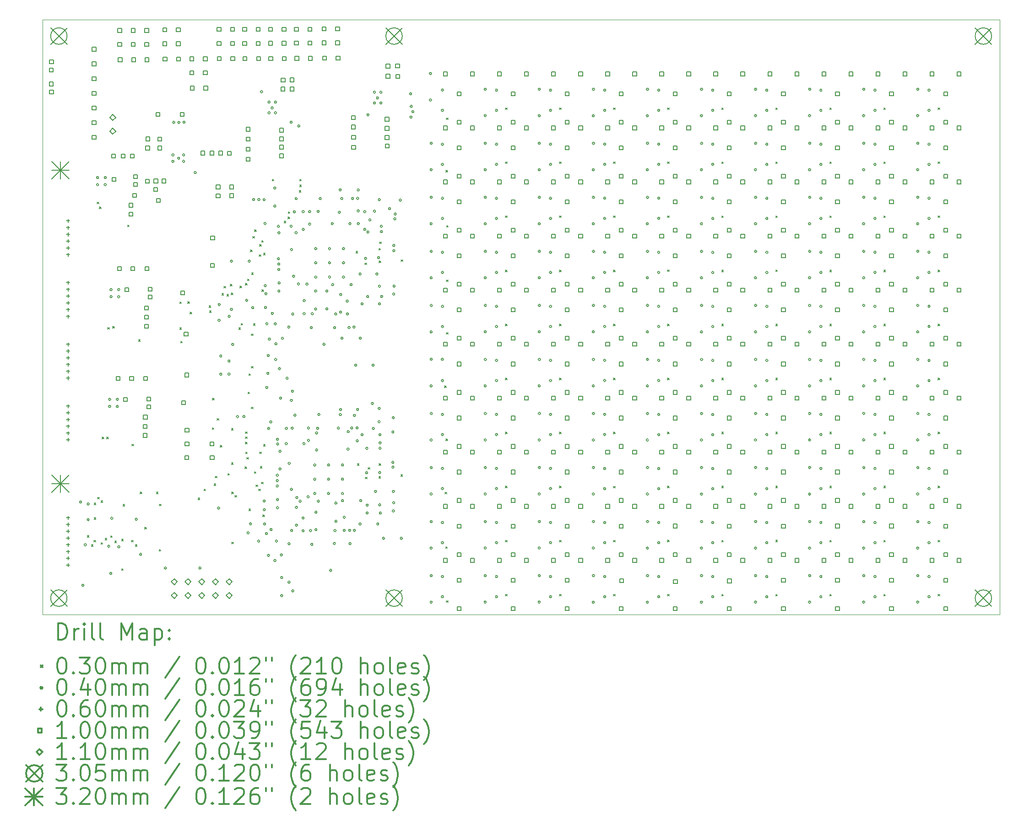
<source format=gbr>
%FSLAX45Y45*%
G04 Gerber Fmt 4.5, Leading zero omitted, Abs format (unit mm)*
G04 Created by KiCad (PCBNEW (5.1.9)-1) date 2021-06-02 00:30:13*
%MOMM*%
%LPD*%
G01*
G04 APERTURE LIST*
%TA.AperFunction,Profile*%
%ADD10C,0.050000*%
%TD*%
%ADD11C,0.200000*%
%ADD12C,0.300000*%
G04 APERTURE END LIST*
D10*
X23850000Y-14170000D02*
X6150000Y-14170000D01*
X23850000Y-3170000D02*
X6150000Y-3170000D01*
X23850000Y-14170000D02*
X23850000Y-3170000D01*
X6150000Y-3170000D02*
X6150000Y-14170000D01*
D11*
X6977001Y-12712260D02*
X7007001Y-12742260D01*
X7007001Y-12712260D02*
X6977001Y-12742260D01*
X7052184Y-12878884D02*
X7082184Y-12908884D01*
X7082184Y-12878884D02*
X7052184Y-12908884D01*
X7098637Y-12799128D02*
X7128637Y-12829128D01*
X7128637Y-12799128D02*
X7098637Y-12829128D01*
X7104000Y-12110280D02*
X7134000Y-12140280D01*
X7134000Y-12110280D02*
X7104000Y-12140280D01*
X7104000Y-12382060D02*
X7134000Y-12412060D01*
X7134000Y-12382060D02*
X7104000Y-12412060D01*
X7158372Y-6544140D02*
X7188372Y-6574140D01*
X7188372Y-6544140D02*
X7158372Y-6574140D01*
X7167500Y-12003600D02*
X7197500Y-12033600D01*
X7197500Y-12003600D02*
X7167500Y-12033600D01*
X7200520Y-6631500D02*
X7230520Y-6661500D01*
X7230520Y-6631500D02*
X7200520Y-6661500D01*
X7230490Y-12840528D02*
X7260490Y-12870528D01*
X7260490Y-12840528D02*
X7230490Y-12870528D01*
X7231000Y-12069641D02*
X7261000Y-12099641D01*
X7261000Y-12069641D02*
X7231000Y-12099641D01*
X7252336Y-10890318D02*
X7282336Y-10920318D01*
X7282336Y-10890318D02*
X7252336Y-10920318D01*
X7307200Y-12763060D02*
X7337200Y-12793060D01*
X7337200Y-12763060D02*
X7307200Y-12793060D01*
X7333870Y-10892096D02*
X7363870Y-10922096D01*
X7363870Y-10892096D02*
X7333870Y-10922096D01*
X7352920Y-8864160D02*
X7382920Y-8894160D01*
X7382920Y-8864160D02*
X7352920Y-8894160D01*
X7408800Y-12714800D02*
X7438800Y-12744800D01*
X7438800Y-12714800D02*
X7408800Y-12744800D01*
X7446796Y-8842438D02*
X7476796Y-8872438D01*
X7476796Y-8842438D02*
X7446796Y-8872438D01*
X7484492Y-12810812D02*
X7514492Y-12840812D01*
X7514492Y-12810812D02*
X7484492Y-12840812D01*
X7611492Y-12780492D02*
X7641492Y-12810492D01*
X7641492Y-12780492D02*
X7611492Y-12810492D01*
X7612000Y-13324400D02*
X7642000Y-13354400D01*
X7642000Y-13324400D02*
X7612000Y-13354400D01*
X7634860Y-12133140D02*
X7664860Y-12163140D01*
X7664860Y-12133140D02*
X7634860Y-12163140D01*
X7722490Y-6964494D02*
X7752490Y-6994494D01*
X7752490Y-6964494D02*
X7722490Y-6994494D01*
X7791070Y-12800398D02*
X7821070Y-12830398D01*
X7821070Y-12800398D02*
X7791070Y-12830398D01*
X7800722Y-11022906D02*
X7830722Y-11052906D01*
X7830722Y-11022906D02*
X7800722Y-11052906D01*
X7865746Y-12878630D02*
X7895746Y-12908630D01*
X7895746Y-12878630D02*
X7865746Y-12908630D01*
X7924674Y-9089204D02*
X7954674Y-9119204D01*
X7954674Y-9089204D02*
X7924674Y-9119204D01*
X7952360Y-11907080D02*
X7982360Y-11937080D01*
X7982360Y-11907080D02*
X7952360Y-11937080D01*
X8039228Y-12558590D02*
X8069228Y-12588590D01*
X8069228Y-12558590D02*
X8039228Y-12588590D01*
X8254620Y-11907080D02*
X8284620Y-11937080D01*
X8284620Y-11907080D02*
X8254620Y-11937080D01*
X8305420Y-12969308D02*
X8335420Y-12999308D01*
X8335420Y-12969308D02*
X8305420Y-12999308D01*
X8308722Y-12130600D02*
X8338722Y-12160600D01*
X8338722Y-12130600D02*
X8308722Y-12160600D01*
X8684642Y-8866192D02*
X8714642Y-8896192D01*
X8714642Y-8866192D02*
X8684642Y-8896192D01*
X8687944Y-8389434D02*
X8717944Y-8419434D01*
X8717944Y-8389434D02*
X8687944Y-8419434D01*
X8703692Y-9115112D02*
X8733692Y-9145112D01*
X8733692Y-9115112D02*
X8703692Y-9145112D01*
X8832470Y-8385370D02*
X8862470Y-8415370D01*
X8862470Y-8385370D02*
X8832470Y-8415370D01*
X8876666Y-8578918D02*
X8906666Y-8608918D01*
X8906666Y-8578918D02*
X8876666Y-8608918D01*
X9024240Y-12018840D02*
X9054240Y-12048840D01*
X9054240Y-12018840D02*
X9024240Y-12048840D01*
X9136001Y-11851200D02*
X9166001Y-11881200D01*
X9166001Y-11851200D02*
X9136001Y-11881200D01*
X9228456Y-8459030D02*
X9258456Y-8489030D01*
X9258456Y-8459030D02*
X9228456Y-8489030D01*
X9238630Y-8553504D02*
X9268630Y-8583504D01*
X9268630Y-8553504D02*
X9238630Y-8583504D01*
X9289162Y-10715566D02*
X9319162Y-10745566D01*
X9319162Y-10715566D02*
X9289162Y-10745566D01*
X9289953Y-10169212D02*
X9319953Y-10199212D01*
X9319953Y-10169212D02*
X9289953Y-10199212D01*
X9320658Y-11754426D02*
X9350658Y-11784426D01*
X9350658Y-11754426D02*
X9320658Y-11784426D01*
X9341740Y-11614980D02*
X9371740Y-11644980D01*
X9371740Y-11614980D02*
X9341740Y-11644980D01*
X9374774Y-10548702D02*
X9404774Y-10578702D01*
X9404774Y-10548702D02*
X9374774Y-10578702D01*
X9435000Y-11045000D02*
X9465000Y-11075000D01*
X9465000Y-11045000D02*
X9435000Y-11075000D01*
X9466200Y-8231700D02*
X9496200Y-8261700D01*
X9496200Y-8231700D02*
X9466200Y-8261700D01*
X9504300Y-8099620D02*
X9534300Y-8129620D01*
X9534300Y-8099620D02*
X9504300Y-8129620D01*
X9560180Y-8249480D02*
X9590180Y-8279480D01*
X9590180Y-8249480D02*
X9560180Y-8279480D01*
X9575166Y-11563926D02*
X9605166Y-11593926D01*
X9605166Y-11563926D02*
X9575166Y-11593926D01*
X9624188Y-8062565D02*
X9654188Y-8092565D01*
X9654188Y-8062565D02*
X9624188Y-8092565D01*
X9638666Y-8221794D02*
X9668666Y-8251794D01*
X9668666Y-8221794D02*
X9638666Y-8251794D01*
X9644508Y-10729028D02*
X9674508Y-10759028D01*
X9674508Y-10729028D02*
X9644508Y-10759028D01*
X9644508Y-11363012D02*
X9674508Y-11393012D01*
X9674508Y-11363012D02*
X9644508Y-11393012D01*
X9647556Y-11906318D02*
X9677556Y-11936318D01*
X9677556Y-11906318D02*
X9647556Y-11936318D01*
X9647556Y-12832656D02*
X9677556Y-12862656D01*
X9677556Y-12832656D02*
X9647556Y-12862656D01*
X9709024Y-11969789D02*
X9739024Y-11999789D01*
X9739024Y-11969789D02*
X9709024Y-11999789D01*
X9777350Y-8864922D02*
X9807350Y-8894922D01*
X9807350Y-8864922D02*
X9777350Y-8894922D01*
X9801480Y-8094540D02*
X9831480Y-8124540D01*
X9831480Y-8094540D02*
X9801480Y-8124540D01*
X9821800Y-8787960D02*
X9851800Y-8817960D01*
X9851800Y-8787960D02*
X9821800Y-8817960D01*
X9891000Y-11439000D02*
X9921000Y-11469000D01*
X9921000Y-11439000D02*
X9891000Y-11469000D01*
X9900257Y-10794052D02*
X9930257Y-10824052D01*
X9930257Y-10794052D02*
X9900257Y-10824052D01*
X9900257Y-10887778D02*
X9930257Y-10917778D01*
X9930257Y-10887778D02*
X9900257Y-10917778D01*
X9900257Y-10984298D02*
X9930257Y-11014298D01*
X9930257Y-10984298D02*
X9900257Y-11014298D01*
X9903080Y-8043740D02*
X9933080Y-8073740D01*
X9933080Y-8043740D02*
X9903080Y-8073740D01*
X9907000Y-11166000D02*
X9937000Y-11196000D01*
X9937000Y-11166000D02*
X9907000Y-11196000D01*
X9925000Y-11267000D02*
X9955000Y-11297000D01*
X9955000Y-11267000D02*
X9925000Y-11297000D01*
X9941180Y-7965000D02*
X9971180Y-7995000D01*
X9971180Y-7965000D02*
X9941180Y-7995000D01*
X9946260Y-10057452D02*
X9976260Y-10087452D01*
X9976260Y-10057452D02*
X9946260Y-10087452D01*
X9963786Y-9716330D02*
X9993786Y-9746330D01*
X9993786Y-9716330D02*
X9963786Y-9746330D01*
X9964040Y-12219754D02*
X9994040Y-12249754D01*
X9994040Y-12219754D02*
X9964040Y-12249754D01*
X9994854Y-7426186D02*
X10024854Y-7456186D01*
X10024854Y-7426186D02*
X9994854Y-7456186D01*
X10012300Y-9584250D02*
X10042300Y-9614250D01*
X10042300Y-9584250D02*
X10012300Y-9614250D01*
X10012779Y-8983284D02*
X10042779Y-9013284D01*
X10042779Y-8983284D02*
X10012779Y-9013284D01*
X10012779Y-10337360D02*
X10042779Y-10367360D01*
X10042779Y-10337360D02*
X10012779Y-10367360D01*
X10017610Y-7849746D02*
X10047610Y-7879746D01*
X10047610Y-7849746D02*
X10017610Y-7879746D01*
X10035160Y-7176330D02*
X10065160Y-7206330D01*
X10065160Y-7176330D02*
X10035160Y-7206330D01*
X10047860Y-8789230D02*
X10077860Y-8819230D01*
X10077860Y-8789230D02*
X10047860Y-8819230D01*
X10068180Y-11528620D02*
X10098180Y-11558620D01*
X10098180Y-11528620D02*
X10068180Y-11558620D01*
X10069450Y-7056950D02*
X10099450Y-7086950D01*
X10099450Y-7056950D02*
X10069450Y-7086950D01*
X10095612Y-11776748D02*
X10125612Y-11806748D01*
X10125612Y-11776748D02*
X10095612Y-11806748D01*
X10146920Y-11851200D02*
X10176920Y-11881200D01*
X10176920Y-11851200D02*
X10146920Y-11881200D01*
X10156050Y-7516930D02*
X10186050Y-7546930D01*
X10186050Y-7516930D02*
X10156050Y-7546930D01*
X10162160Y-7324920D02*
X10192160Y-7354920D01*
X10192160Y-7324920D02*
X10162160Y-7354920D01*
X10164700Y-11165400D02*
X10194700Y-11195400D01*
X10194700Y-11165400D02*
X10164700Y-11195400D01*
X10176897Y-11432625D02*
X10206897Y-11462625D01*
X10206897Y-11432625D02*
X10176897Y-11462625D01*
X10198990Y-11725470D02*
X10228990Y-11755470D01*
X10228990Y-11725470D02*
X10198990Y-11755470D01*
X10202800Y-7253800D02*
X10232800Y-7283800D01*
X10232800Y-7253800D02*
X10202800Y-7283800D01*
X10206610Y-8163120D02*
X10236610Y-8193120D01*
X10236610Y-8163120D02*
X10206610Y-8193120D01*
X10225406Y-12330244D02*
X10255406Y-12360244D01*
X10255406Y-12330244D02*
X10225406Y-12360244D01*
X10235820Y-7484940D02*
X10265820Y-7514940D01*
X10265820Y-7484940D02*
X10235820Y-7514940D01*
X10237344Y-11027732D02*
X10267344Y-11057732D01*
X10267344Y-11027732D02*
X10237344Y-11057732D01*
X10395840Y-6118420D02*
X10425840Y-6148420D01*
X10425840Y-6118420D02*
X10395840Y-6148420D01*
X10617582Y-6894390D02*
X10647582Y-6924390D01*
X10647582Y-6894390D02*
X10617582Y-6924390D01*
X10687940Y-6816920D02*
X10717940Y-6846920D01*
X10717940Y-6816920D02*
X10687940Y-6846920D01*
X10693020Y-6720400D02*
X10723020Y-6750400D01*
X10723020Y-6720400D02*
X10693020Y-6750400D01*
X10896220Y-6326700D02*
X10926220Y-6356700D01*
X10926220Y-6326700D02*
X10896220Y-6356700D01*
X10904000Y-6226100D02*
X10934000Y-6256100D01*
X10934000Y-6226100D02*
X10904000Y-6256100D01*
X10904680Y-6119420D02*
X10934680Y-6149420D01*
X10934680Y-6119420D02*
X10904680Y-6149420D01*
X11946256Y-7454206D02*
X11976256Y-7484206D01*
X11976256Y-7454206D02*
X11946256Y-7484206D01*
X11969878Y-11380284D02*
X11999878Y-11410284D01*
X11999878Y-11380284D02*
X11969878Y-11410284D01*
X12112118Y-7670614D02*
X12142118Y-7700614D01*
X12142118Y-7670614D02*
X12112118Y-7700614D01*
X12121516Y-11629712D02*
X12151516Y-11659712D01*
X12151516Y-11629712D02*
X12121516Y-11659712D01*
X12169014Y-11451912D02*
X12199014Y-11481912D01*
X12199014Y-11451912D02*
X12169014Y-11481912D01*
X12368316Y-7399684D02*
X12398316Y-7429684D01*
X12398316Y-7399684D02*
X12368316Y-7429684D01*
X12370690Y-11620568D02*
X12400690Y-11650568D01*
X12400690Y-11620568D02*
X12370690Y-11650568D01*
X12371534Y-11380874D02*
X12401534Y-11410874D01*
X12401534Y-11380874D02*
X12371534Y-11410874D01*
X12371960Y-7632006D02*
X12401960Y-7662006D01*
X12401960Y-7632006D02*
X12371960Y-7662006D01*
X12382120Y-7279200D02*
X12412120Y-7309200D01*
X12412120Y-7279200D02*
X12382120Y-7309200D01*
X12775000Y-11584500D02*
X12805000Y-11614500D01*
X12805000Y-11584500D02*
X12775000Y-11614500D01*
X12780900Y-7609400D02*
X12810900Y-7639400D01*
X12810900Y-7609400D02*
X12780900Y-7639400D01*
X13586080Y-9943660D02*
X13616080Y-9973660D01*
X13616080Y-9943660D02*
X13586080Y-9973660D01*
X13591160Y-11912160D02*
X13621160Y-11942160D01*
X13621160Y-11912160D02*
X13591160Y-11942160D01*
X13606400Y-12917999D02*
X13636400Y-12947999D01*
X13636400Y-12917999D02*
X13606400Y-12947999D01*
X13608305Y-5955225D02*
X13638305Y-5985225D01*
X13638305Y-5955225D02*
X13608305Y-5985225D01*
X13608940Y-10926640D02*
X13638940Y-10956640D01*
X13638940Y-10926640D02*
X13608940Y-10956640D01*
X13616560Y-4985580D02*
X13646560Y-5015580D01*
X13646560Y-4985580D02*
X13616560Y-5015580D01*
X13616560Y-8955600D02*
X13646560Y-8985600D01*
X13646560Y-8955600D02*
X13616560Y-8985600D01*
X13619100Y-7982780D02*
X13649100Y-8012780D01*
X13649100Y-7982780D02*
X13619100Y-8012780D01*
X13619100Y-13916220D02*
X13649100Y-13946220D01*
X13649100Y-13916220D02*
X13619100Y-13946220D01*
X13621640Y-6974400D02*
X13651640Y-7004400D01*
X13651640Y-6974400D02*
X13621640Y-7004400D01*
X14708990Y-4798152D02*
X14738990Y-4828152D01*
X14738990Y-4798152D02*
X14708990Y-4828152D01*
X14708990Y-5798150D02*
X14738990Y-5828150D01*
X14738990Y-5798150D02*
X14708990Y-5828150D01*
X14708990Y-6798148D02*
X14738990Y-6828148D01*
X14738990Y-6798148D02*
X14708990Y-6828148D01*
X14708990Y-7798146D02*
X14738990Y-7828146D01*
X14738990Y-7798146D02*
X14708990Y-7828146D01*
X14708990Y-8798144D02*
X14738990Y-8828144D01*
X14738990Y-8798144D02*
X14708990Y-8828144D01*
X14708990Y-9798142D02*
X14738990Y-9828142D01*
X14738990Y-9798142D02*
X14708990Y-9828142D01*
X14708990Y-10798140D02*
X14738990Y-10828140D01*
X14738990Y-10798140D02*
X14708990Y-10828140D01*
X14708990Y-11798138D02*
X14738990Y-11828138D01*
X14738990Y-11798138D02*
X14708990Y-11828138D01*
X14708990Y-12798136D02*
X14738990Y-12828136D01*
X14738990Y-12798136D02*
X14708990Y-12828136D01*
X14708990Y-13798134D02*
X14738990Y-13828134D01*
X14738990Y-13798134D02*
X14708990Y-13828134D01*
X15710766Y-4798152D02*
X15740766Y-4828152D01*
X15740766Y-4798152D02*
X15710766Y-4828152D01*
X15710766Y-5798150D02*
X15740766Y-5828150D01*
X15740766Y-5798150D02*
X15710766Y-5828150D01*
X15710766Y-6798148D02*
X15740766Y-6828148D01*
X15740766Y-6798148D02*
X15710766Y-6828148D01*
X15710766Y-7798146D02*
X15740766Y-7828146D01*
X15740766Y-7798146D02*
X15710766Y-7828146D01*
X15710766Y-8798144D02*
X15740766Y-8828144D01*
X15740766Y-8798144D02*
X15710766Y-8828144D01*
X15710766Y-9798142D02*
X15740766Y-9828142D01*
X15740766Y-9798142D02*
X15710766Y-9828142D01*
X15710766Y-10798140D02*
X15740766Y-10828140D01*
X15740766Y-10798140D02*
X15710766Y-10828140D01*
X15710766Y-11798138D02*
X15740766Y-11828138D01*
X15740766Y-11798138D02*
X15710766Y-11828138D01*
X15710766Y-12798136D02*
X15740766Y-12828136D01*
X15740766Y-12798136D02*
X15710766Y-12828136D01*
X15710766Y-13798134D02*
X15740766Y-13828134D01*
X15740766Y-13798134D02*
X15710766Y-13828134D01*
X16709494Y-4798914D02*
X16739494Y-4828914D01*
X16739494Y-4798914D02*
X16709494Y-4828914D01*
X16709494Y-5798912D02*
X16739494Y-5828912D01*
X16739494Y-5798912D02*
X16709494Y-5828912D01*
X16709494Y-6798910D02*
X16739494Y-6828910D01*
X16739494Y-6798910D02*
X16709494Y-6828910D01*
X16709494Y-7798908D02*
X16739494Y-7828908D01*
X16739494Y-7798908D02*
X16709494Y-7828908D01*
X16709494Y-8798906D02*
X16739494Y-8828906D01*
X16739494Y-8798906D02*
X16709494Y-8828906D01*
X16709494Y-9798904D02*
X16739494Y-9828904D01*
X16739494Y-9798904D02*
X16709494Y-9828904D01*
X16709494Y-10798902D02*
X16739494Y-10828902D01*
X16739494Y-10798902D02*
X16709494Y-10828902D01*
X16709494Y-11798900D02*
X16739494Y-11828900D01*
X16739494Y-11798900D02*
X16709494Y-11828900D01*
X16709494Y-12798898D02*
X16739494Y-12828898D01*
X16739494Y-12798898D02*
X16709494Y-12828898D01*
X16709494Y-13798896D02*
X16739494Y-13828896D01*
X16739494Y-13798896D02*
X16709494Y-13828896D01*
X17709746Y-4797390D02*
X17739746Y-4827390D01*
X17739746Y-4797390D02*
X17709746Y-4827390D01*
X17709746Y-5797388D02*
X17739746Y-5827388D01*
X17739746Y-5797388D02*
X17709746Y-5827388D01*
X17709746Y-6797386D02*
X17739746Y-6827386D01*
X17739746Y-6797386D02*
X17709746Y-6827386D01*
X17709746Y-7797384D02*
X17739746Y-7827384D01*
X17739746Y-7797384D02*
X17709746Y-7827384D01*
X17709746Y-8797382D02*
X17739746Y-8827382D01*
X17739746Y-8797382D02*
X17709746Y-8827382D01*
X17709746Y-9797380D02*
X17739746Y-9827380D01*
X17739746Y-9797380D02*
X17709746Y-9827380D01*
X17709746Y-10797378D02*
X17739746Y-10827378D01*
X17739746Y-10797378D02*
X17709746Y-10827378D01*
X17709746Y-11797376D02*
X17739746Y-11827376D01*
X17739746Y-11797376D02*
X17709746Y-11827376D01*
X17709746Y-12797374D02*
X17739746Y-12827374D01*
X17739746Y-12797374D02*
X17709746Y-12827374D01*
X17709746Y-13797372D02*
X17739746Y-13827372D01*
X17739746Y-13797372D02*
X17709746Y-13827372D01*
X18709998Y-4798152D02*
X18739998Y-4828152D01*
X18739998Y-4798152D02*
X18709998Y-4828152D01*
X18709998Y-5798150D02*
X18739998Y-5828150D01*
X18739998Y-5798150D02*
X18709998Y-5828150D01*
X18709998Y-6798148D02*
X18739998Y-6828148D01*
X18739998Y-6798148D02*
X18709998Y-6828148D01*
X18709998Y-7798146D02*
X18739998Y-7828146D01*
X18739998Y-7798146D02*
X18709998Y-7828146D01*
X18709998Y-8798144D02*
X18739998Y-8828144D01*
X18739998Y-8798144D02*
X18709998Y-8828144D01*
X18709998Y-9798142D02*
X18739998Y-9828142D01*
X18739998Y-9798142D02*
X18709998Y-9828142D01*
X18709998Y-10798140D02*
X18739998Y-10828140D01*
X18739998Y-10798140D02*
X18709998Y-10828140D01*
X18709998Y-11798138D02*
X18739998Y-11828138D01*
X18739998Y-11798138D02*
X18709998Y-11828138D01*
X18709998Y-12798136D02*
X18739998Y-12828136D01*
X18739998Y-12798136D02*
X18709998Y-12828136D01*
X18709998Y-13798134D02*
X18739998Y-13828134D01*
X18739998Y-13798134D02*
X18709998Y-13828134D01*
X19710504Y-4797390D02*
X19740504Y-4827390D01*
X19740504Y-4797390D02*
X19710504Y-4827390D01*
X19710504Y-5797388D02*
X19740504Y-5827388D01*
X19740504Y-5797388D02*
X19710504Y-5827388D01*
X19710504Y-6797386D02*
X19740504Y-6827386D01*
X19740504Y-6797386D02*
X19710504Y-6827386D01*
X19710504Y-7797384D02*
X19740504Y-7827384D01*
X19740504Y-7797384D02*
X19710504Y-7827384D01*
X19710504Y-8797382D02*
X19740504Y-8827382D01*
X19740504Y-8797382D02*
X19710504Y-8827382D01*
X19710504Y-9797380D02*
X19740504Y-9827380D01*
X19740504Y-9797380D02*
X19710504Y-9827380D01*
X19710504Y-10797378D02*
X19740504Y-10827378D01*
X19740504Y-10797378D02*
X19710504Y-10827378D01*
X19710504Y-11797376D02*
X19740504Y-11827376D01*
X19740504Y-11797376D02*
X19710504Y-11827376D01*
X19710504Y-12797374D02*
X19740504Y-12827374D01*
X19740504Y-12797374D02*
X19710504Y-12827374D01*
X19710504Y-13797372D02*
X19740504Y-13827372D01*
X19740504Y-13797372D02*
X19710504Y-13827372D01*
X20709740Y-4798152D02*
X20739740Y-4828152D01*
X20739740Y-4798152D02*
X20709740Y-4828152D01*
X20709740Y-5798150D02*
X20739740Y-5828150D01*
X20739740Y-5798150D02*
X20709740Y-5828150D01*
X20709740Y-6798148D02*
X20739740Y-6828148D01*
X20739740Y-6798148D02*
X20709740Y-6828148D01*
X20709740Y-7798146D02*
X20739740Y-7828146D01*
X20739740Y-7798146D02*
X20709740Y-7828146D01*
X20709740Y-8798144D02*
X20739740Y-8828144D01*
X20739740Y-8798144D02*
X20709740Y-8828144D01*
X20709740Y-9798142D02*
X20739740Y-9828142D01*
X20739740Y-9798142D02*
X20709740Y-9828142D01*
X20709740Y-10798140D02*
X20739740Y-10828140D01*
X20739740Y-10798140D02*
X20709740Y-10828140D01*
X20709740Y-11798138D02*
X20739740Y-11828138D01*
X20739740Y-11798138D02*
X20709740Y-11828138D01*
X20709740Y-12798136D02*
X20739740Y-12828136D01*
X20739740Y-12798136D02*
X20709740Y-12828136D01*
X20709740Y-13798134D02*
X20739740Y-13828134D01*
X20739740Y-13798134D02*
X20709740Y-13828134D01*
X21707706Y-4798152D02*
X21737706Y-4828152D01*
X21737706Y-4798152D02*
X21707706Y-4828152D01*
X21707706Y-5798150D02*
X21737706Y-5828150D01*
X21737706Y-5798150D02*
X21707706Y-5828150D01*
X21707706Y-6798148D02*
X21737706Y-6828148D01*
X21737706Y-6798148D02*
X21707706Y-6828148D01*
X21707706Y-7798146D02*
X21737706Y-7828146D01*
X21737706Y-7798146D02*
X21707706Y-7828146D01*
X21707706Y-8798144D02*
X21737706Y-8828144D01*
X21737706Y-8798144D02*
X21707706Y-8828144D01*
X21707706Y-9798142D02*
X21737706Y-9828142D01*
X21737706Y-9798142D02*
X21707706Y-9828142D01*
X21707706Y-10798140D02*
X21737706Y-10828140D01*
X21737706Y-10798140D02*
X21707706Y-10828140D01*
X21707706Y-11798138D02*
X21737706Y-11828138D01*
X21737706Y-11798138D02*
X21707706Y-11828138D01*
X21707706Y-12798136D02*
X21737706Y-12828136D01*
X21737706Y-12798136D02*
X21707706Y-12828136D01*
X21707706Y-13798134D02*
X21737706Y-13828134D01*
X21737706Y-13798134D02*
X21707706Y-13828134D01*
X22709736Y-4798152D02*
X22739736Y-4828152D01*
X22739736Y-4798152D02*
X22709736Y-4828152D01*
X22709736Y-5798150D02*
X22739736Y-5828150D01*
X22739736Y-5798150D02*
X22709736Y-5828150D01*
X22709736Y-6798148D02*
X22739736Y-6828148D01*
X22739736Y-6798148D02*
X22709736Y-6828148D01*
X22709736Y-7798146D02*
X22739736Y-7828146D01*
X22739736Y-7798146D02*
X22709736Y-7828146D01*
X22709736Y-8798144D02*
X22739736Y-8828144D01*
X22739736Y-8798144D02*
X22709736Y-8828144D01*
X22709736Y-9797380D02*
X22739736Y-9827380D01*
X22739736Y-9797380D02*
X22709736Y-9827380D01*
X22709736Y-10798140D02*
X22739736Y-10828140D01*
X22739736Y-10798140D02*
X22709736Y-10828140D01*
X22709736Y-11798138D02*
X22739736Y-11828138D01*
X22739736Y-11798138D02*
X22709736Y-11828138D01*
X22709736Y-12798136D02*
X22739736Y-12828136D01*
X22739736Y-12798136D02*
X22709736Y-12828136D01*
X22709736Y-13798134D02*
X22739736Y-13828134D01*
X22739736Y-13798134D02*
X22709736Y-13828134D01*
X6871792Y-12093022D02*
G75*
G03*
X6871792Y-12093022I-20000J0D01*
G01*
X6914718Y-13630000D02*
G75*
G03*
X6914718Y-13630000I-20000J0D01*
G01*
X6958660Y-12882200D02*
G75*
G03*
X6958660Y-12882200I-20000J0D01*
G01*
X7011492Y-12416872D02*
G75*
G03*
X7011492Y-12416872I-20000J0D01*
G01*
X7012254Y-12127820D02*
G75*
G03*
X7012254Y-12127820I-20000J0D01*
G01*
X7186244Y-6218256D02*
G75*
G03*
X7186244Y-6218256I-20000J0D01*
G01*
X7186498Y-6088716D02*
G75*
G03*
X7186498Y-6088716I-20000J0D01*
G01*
X7326960Y-6219272D02*
G75*
G03*
X7326960Y-6219272I-20000J0D01*
G01*
X7328484Y-6086938D02*
G75*
G03*
X7328484Y-6086938I-20000J0D01*
G01*
X7392492Y-12908362D02*
G75*
G03*
X7392492Y-12908362I-20000J0D01*
G01*
X7410272Y-10321880D02*
G75*
G03*
X7410272Y-10321880I-20000J0D01*
G01*
X7410526Y-10192340D02*
G75*
G03*
X7410526Y-10192340I-20000J0D01*
G01*
X7430000Y-13410000D02*
G75*
G03*
X7430000Y-13410000I-20000J0D01*
G01*
X7435418Y-8292420D02*
G75*
G03*
X7435418Y-8292420I-20000J0D01*
G01*
X7435672Y-8162880D02*
G75*
G03*
X7435672Y-8162880I-20000J0D01*
G01*
X7448880Y-12391980D02*
G75*
G03*
X7448880Y-12391980I-20000J0D01*
G01*
X7550988Y-10322896D02*
G75*
G03*
X7550988Y-10322896I-20000J0D01*
G01*
X7552512Y-10190562D02*
G75*
G03*
X7552512Y-10190562I-20000J0D01*
G01*
X7576134Y-8293436D02*
G75*
G03*
X7576134Y-8293436I-20000J0D01*
G01*
X7577658Y-8161102D02*
G75*
G03*
X7577658Y-8161102I-20000J0D01*
G01*
X7577658Y-12921062D02*
G75*
G03*
X7577658Y-12921062I-20000J0D01*
G01*
X7901000Y-12409760D02*
G75*
G03*
X7901000Y-12409760I-20000J0D01*
G01*
X7981922Y-13059088D02*
G75*
G03*
X7981922Y-13059088I-20000J0D01*
G01*
X8439988Y-13313492D02*
G75*
G03*
X8439988Y-13313492I-20000J0D01*
G01*
X8579180Y-5668600D02*
G75*
G03*
X8579180Y-5668600I-20000J0D01*
G01*
X8579180Y-5788234D02*
G75*
G03*
X8579180Y-5788234I-20000J0D01*
G01*
X8595182Y-5067391D02*
G75*
G03*
X8595182Y-5067391I-20000J0D01*
G01*
X8685606Y-5730576D02*
G75*
G03*
X8685606Y-5730576I-20000J0D01*
G01*
X8690178Y-5069160D02*
G75*
G03*
X8690178Y-5069160I-20000J0D01*
G01*
X8777046Y-5668600D02*
G75*
G03*
X8777046Y-5668600I-20000J0D01*
G01*
X8777046Y-5788234D02*
G75*
G03*
X8777046Y-5788234I-20000J0D01*
G01*
X8784920Y-5064080D02*
G75*
G03*
X8784920Y-5064080I-20000J0D01*
G01*
X8992438Y-5996006D02*
G75*
G03*
X8992438Y-5996006I-20000J0D01*
G01*
X9079052Y-13313492D02*
G75*
G03*
X9079052Y-13313492I-20000J0D01*
G01*
X9425000Y-12202496D02*
G75*
G03*
X9425000Y-12202496I-20000J0D01*
G01*
X9433636Y-8728792D02*
G75*
G03*
X9433636Y-8728792I-20000J0D01*
G01*
X9435922Y-8439486D02*
G75*
G03*
X9435922Y-8439486I-20000J0D01*
G01*
X9465132Y-9390462D02*
G75*
G03*
X9465132Y-9390462I-20000J0D01*
G01*
X9465132Y-9726504D02*
G75*
G03*
X9465132Y-9726504I-20000J0D01*
G01*
X9616770Y-9725234D02*
G75*
G03*
X9616770Y-9725234I-20000J0D01*
G01*
X9617278Y-9483172D02*
G75*
G03*
X9617278Y-9483172I-20000J0D01*
G01*
X9619564Y-8656148D02*
G75*
G03*
X9619564Y-8656148I-20000J0D01*
G01*
X9661474Y-8526354D02*
G75*
G03*
X9661474Y-8526354I-20000J0D01*
G01*
X9662236Y-7634560D02*
G75*
G03*
X9662236Y-7634560I-20000J0D01*
G01*
X9685096Y-9175832D02*
G75*
G03*
X9685096Y-9175832I-20000J0D01*
G01*
X9774250Y-10511872D02*
G75*
G03*
X9774250Y-10511872I-20000J0D01*
G01*
X9891852Y-10509078D02*
G75*
G03*
X9891852Y-10509078I-20000J0D01*
G01*
X9944176Y-8359984D02*
G75*
G03*
X9944176Y-8359984I-20000J0D01*
G01*
X9970084Y-12662744D02*
G75*
G03*
X9970084Y-12662744I-20000J0D01*
G01*
X9990404Y-7635068D02*
G75*
G03*
X9990404Y-7635068I-20000J0D01*
G01*
X10013010Y-12494596D02*
G75*
G03*
X10013010Y-12494596I-20000J0D01*
G01*
X10055936Y-8495112D02*
G75*
G03*
X10055936Y-8495112I-20000J0D01*
G01*
X10073000Y-6493000D02*
G75*
G03*
X10073000Y-6493000I-20000J0D01*
G01*
X10166172Y-12815906D02*
G75*
G03*
X10166172Y-12815906I-20000J0D01*
G01*
X10170000Y-6495000D02*
G75*
G03*
X10170000Y-6495000I-20000J0D01*
G01*
X10218496Y-4500454D02*
G75*
G03*
X10218496Y-4500454I-20000J0D01*
G01*
X10266000Y-6497452D02*
G75*
G03*
X10266000Y-6497452I-20000J0D01*
G01*
X10268788Y-12072448D02*
G75*
G03*
X10268788Y-12072448I-20000J0D01*
G01*
X10269804Y-12233484D02*
G75*
G03*
X10269804Y-12233484I-20000J0D01*
G01*
X10274892Y-12495874D02*
G75*
G03*
X10274892Y-12495874I-20000J0D01*
G01*
X10283000Y-6939000D02*
G75*
G03*
X10283000Y-6939000I-20000J0D01*
G01*
X10287000Y-8089000D02*
G75*
G03*
X10287000Y-8089000I-20000J0D01*
G01*
X10293680Y-8491810D02*
G75*
G03*
X10293680Y-8491810I-20000J0D01*
G01*
X10298760Y-8237810D02*
G75*
G03*
X10298760Y-8237810I-20000J0D01*
G01*
X10308920Y-12676206D02*
G75*
G03*
X10308920Y-12676206I-20000J0D01*
G01*
X10315270Y-9972630D02*
G75*
G03*
X10315270Y-9972630I-20000J0D01*
G01*
X10317038Y-8793044D02*
G75*
G03*
X10317038Y-8793044I-20000J0D01*
G01*
X10336860Y-9710756D02*
G75*
G03*
X10336860Y-9710756I-20000J0D01*
G01*
X10342194Y-9382334D02*
G75*
G03*
X10342194Y-9382334I-20000J0D01*
G01*
X10346512Y-13078796D02*
G75*
G03*
X10346512Y-13078796I-20000J0D01*
G01*
X10349052Y-10728788D02*
G75*
G03*
X10349052Y-10728788I-20000J0D01*
G01*
X10356926Y-4692478D02*
G75*
G03*
X10356926Y-4692478I-20000J0D01*
G01*
X10356926Y-4890344D02*
G75*
G03*
X10356926Y-4890344I-20000J0D01*
G01*
X10364736Y-9076836D02*
G75*
G03*
X10364736Y-9076836I-20000J0D01*
G01*
X10390200Y-10608900D02*
G75*
G03*
X10390200Y-10608900I-20000J0D01*
G01*
X10394772Y-12601276D02*
G75*
G03*
X10394772Y-12601276I-20000J0D01*
G01*
X10414584Y-4798904D02*
G75*
G03*
X10414584Y-4798904I-20000J0D01*
G01*
X10417124Y-8601284D02*
G75*
G03*
X10417124Y-8601284I-20000J0D01*
G01*
X10464114Y-6281248D02*
G75*
G03*
X10464114Y-6281248I-20000J0D01*
G01*
X10464114Y-6615004D02*
G75*
G03*
X10464114Y-6615004I-20000J0D01*
G01*
X10466146Y-13173792D02*
G75*
G03*
X10466146Y-13173792I-20000J0D01*
G01*
X10472750Y-8794832D02*
G75*
G03*
X10472750Y-8794832I-20000J0D01*
G01*
X10476560Y-4692478D02*
G75*
G03*
X10476560Y-4692478I-20000J0D01*
G01*
X10476560Y-4890344D02*
G75*
G03*
X10476560Y-4890344I-20000J0D01*
G01*
X10479862Y-9453708D02*
G75*
G03*
X10479862Y-9453708I-20000J0D01*
G01*
X10485132Y-9164720D02*
G75*
G03*
X10485132Y-9164720I-20000J0D01*
G01*
X10494848Y-12815906D02*
G75*
G03*
X10494848Y-12815906I-20000J0D01*
G01*
X10508850Y-11795874D02*
G75*
G03*
X10508850Y-11795874I-20000J0D01*
G01*
X10508926Y-11695874D02*
G75*
G03*
X10508926Y-11695874I-20000J0D01*
G01*
X10510666Y-11595874D02*
G75*
G03*
X10510666Y-11595874I-20000J0D01*
G01*
X10512120Y-10928940D02*
G75*
G03*
X10512120Y-10928940I-20000J0D01*
G01*
X10513644Y-12196908D02*
G75*
G03*
X10513644Y-12196908I-20000J0D01*
G01*
X10514152Y-12047048D02*
G75*
G03*
X10514152Y-12047048I-20000J0D01*
G01*
X10516184Y-11019364D02*
G75*
G03*
X10516184Y-11019364I-20000J0D01*
G01*
X10529698Y-6989198D02*
G75*
G03*
X10529698Y-6989198I-20000J0D01*
G01*
X10530258Y-7589198D02*
G75*
G03*
X10530258Y-7589198I-20000J0D01*
G01*
X10538488Y-7789198D02*
G75*
G03*
X10538488Y-7789198I-20000J0D01*
G01*
X10538762Y-7689198D02*
G75*
G03*
X10538762Y-7689198I-20000J0D01*
G01*
X10540060Y-8188280D02*
G75*
G03*
X10540060Y-8188280I-20000J0D01*
G01*
X10540234Y-7108954D02*
G75*
G03*
X10540234Y-7108954I-20000J0D01*
G01*
X10543092Y-8039198D02*
G75*
G03*
X10543092Y-8039198I-20000J0D01*
G01*
X10549204Y-9625158D02*
G75*
G03*
X10549204Y-9625158I-20000J0D01*
G01*
X10560380Y-11151952D02*
G75*
G03*
X10560380Y-11151952I-20000J0D01*
G01*
X10560380Y-11477834D02*
G75*
G03*
X10560380Y-11477834I-20000J0D01*
G01*
X10571800Y-10168050D02*
G75*
G03*
X10571800Y-10168050I-20000J0D01*
G01*
X10586796Y-13069906D02*
G75*
G03*
X10586796Y-13069906I-20000J0D01*
G01*
X10591876Y-13489260D02*
G75*
G03*
X10591876Y-13489260I-20000J0D01*
G01*
X10591876Y-13823270D02*
G75*
G03*
X10591876Y-13823270I-20000J0D01*
G01*
X10605782Y-9062738D02*
G75*
G03*
X10605782Y-9062738I-20000J0D01*
G01*
X10675950Y-11011744D02*
G75*
G03*
X10675950Y-11011744I-20000J0D01*
G01*
X10678236Y-10728788D02*
G75*
G03*
X10678236Y-10728788I-20000J0D01*
G01*
X10691190Y-9800926D02*
G75*
G03*
X10691190Y-9800926I-20000J0D01*
G01*
X10721924Y-8854522D02*
G75*
G03*
X10721924Y-8854522I-20000J0D01*
G01*
X10726750Y-13575874D02*
G75*
G03*
X10726750Y-13575874I-20000J0D01*
G01*
X10728020Y-12864674D02*
G75*
G03*
X10728020Y-12864674I-20000J0D01*
G01*
X10730306Y-11376234D02*
G75*
G03*
X10730306Y-11376234I-20000J0D01*
G01*
X10765104Y-5063318D02*
G75*
G03*
X10765104Y-5063318I-20000J0D01*
G01*
X10766120Y-6989400D02*
G75*
G03*
X10766120Y-6989400I-20000J0D01*
G01*
X10770000Y-10210000D02*
G75*
G03*
X10770000Y-10210000I-20000J0D01*
G01*
X10771708Y-11856548D02*
G75*
G03*
X10771708Y-11856548I-20000J0D01*
G01*
X10773740Y-7422470D02*
G75*
G03*
X10773740Y-7422470I-20000J0D01*
G01*
X10776280Y-12617786D02*
G75*
G03*
X10776280Y-12617786I-20000J0D01*
G01*
X10785932Y-10725232D02*
G75*
G03*
X10785932Y-10725232I-20000J0D01*
G01*
X10790000Y-10040000D02*
G75*
G03*
X10790000Y-10040000I-20000J0D01*
G01*
X10795076Y-8612714D02*
G75*
G03*
X10795076Y-8612714I-20000J0D01*
G01*
X10796854Y-13736402D02*
G75*
G03*
X10796854Y-13736402I-20000J0D01*
G01*
X10811332Y-7914722D02*
G75*
G03*
X10811332Y-7914722I-20000J0D01*
G01*
X10824540Y-6720922D02*
G75*
G03*
X10824540Y-6720922I-20000J0D01*
G01*
X10837080Y-10485804D02*
G75*
G03*
X10837080Y-10485804I-20000J0D01*
G01*
X10857560Y-7107510D02*
G75*
G03*
X10857560Y-7107510I-20000J0D01*
G01*
X10859338Y-6480130D02*
G75*
G03*
X10859338Y-6480130I-20000J0D01*
G01*
X10863656Y-12190812D02*
G75*
G03*
X10863656Y-12190812I-20000J0D01*
G01*
X10864672Y-12519488D02*
G75*
G03*
X10864672Y-12519488I-20000J0D01*
G01*
X10870768Y-12008186D02*
G75*
G03*
X10870768Y-12008186I-20000J0D01*
G01*
X10901492Y-8057206D02*
G75*
G03*
X10901492Y-8057206I-20000J0D01*
G01*
X10908106Y-5133930D02*
G75*
G03*
X10908106Y-5133930I-20000J0D01*
G01*
X10931728Y-12076512D02*
G75*
G03*
X10931728Y-12076512I-20000J0D01*
G01*
X10987080Y-12622084D02*
G75*
G03*
X10987080Y-12622084I-20000J0D01*
G01*
X10987862Y-12385630D02*
G75*
G03*
X10987862Y-12385630I-20000J0D01*
G01*
X10989322Y-6719208D02*
G75*
G03*
X10989322Y-6719208I-20000J0D01*
G01*
X10989640Y-7046550D02*
G75*
G03*
X10989640Y-7046550I-20000J0D01*
G01*
X11003610Y-11010728D02*
G75*
G03*
X11003610Y-11010728I-20000J0D01*
G01*
X11006082Y-8606392D02*
G75*
G03*
X11006082Y-8606392I-20000J0D01*
G01*
X11006864Y-8364604D02*
G75*
G03*
X11006864Y-8364604I-20000J0D01*
G01*
X11058992Y-8059258D02*
G75*
G03*
X11058992Y-8059258I-20000J0D01*
G01*
X11080064Y-11993200D02*
G75*
G03*
X11080064Y-11993200I-20000J0D01*
G01*
X11087080Y-10723104D02*
G75*
G03*
X11087080Y-10723104I-20000J0D01*
G01*
X11087176Y-10951800D02*
G75*
G03*
X11087176Y-10951800I-20000J0D01*
G01*
X11107082Y-6717858D02*
G75*
G03*
X11107082Y-6717858I-20000J0D01*
G01*
X11108702Y-6949282D02*
G75*
G03*
X11108702Y-6949282I-20000J0D01*
G01*
X11123752Y-12619818D02*
G75*
G03*
X11123752Y-12619818I-20000J0D01*
G01*
X11137214Y-8865698D02*
G75*
G03*
X11137214Y-8865698I-20000J0D01*
G01*
X11149152Y-12875850D02*
G75*
G03*
X11149152Y-12875850I-20000J0D01*
G01*
X11157280Y-8606872D02*
G75*
G03*
X11157280Y-8606872I-20000J0D01*
G01*
X11202746Y-11406968D02*
G75*
G03*
X11202746Y-11406968I-20000J0D01*
G01*
X11202746Y-11669096D02*
G75*
G03*
X11202746Y-11669096I-20000J0D01*
G01*
X11202746Y-11933256D02*
G75*
G03*
X11202746Y-11933256I-20000J0D01*
G01*
X11218494Y-8187010D02*
G75*
G03*
X11218494Y-8187010I-20000J0D01*
G01*
X11218494Y-8521020D02*
G75*
G03*
X11218494Y-8521020I-20000J0D01*
G01*
X11220526Y-7403674D02*
G75*
G03*
X11220526Y-7403674I-20000J0D01*
G01*
X11220526Y-7665802D02*
G75*
G03*
X11220526Y-7665802I-20000J0D01*
G01*
X11220526Y-7929962D02*
G75*
G03*
X11220526Y-7929962I-20000J0D01*
G01*
X11224844Y-12279458D02*
G75*
G03*
X11224844Y-12279458I-20000J0D01*
G01*
X11224844Y-12601530D02*
G75*
G03*
X11224844Y-12601530I-20000J0D01*
G01*
X11236020Y-10814386D02*
G75*
G03*
X11236020Y-10814386I-20000J0D01*
G01*
X11236020Y-11129346D02*
G75*
G03*
X11236020Y-11129346I-20000J0D01*
G01*
X11256340Y-10725994D02*
G75*
G03*
X11256340Y-10725994I-20000J0D01*
G01*
X11267008Y-6715588D02*
G75*
G03*
X11267008Y-6715588I-20000J0D01*
G01*
X11269040Y-12076512D02*
G75*
G03*
X11269040Y-12076512I-20000J0D01*
G01*
X11278946Y-10470470D02*
G75*
G03*
X11278946Y-10470470I-20000J0D01*
G01*
X11302568Y-6477844D02*
G75*
G03*
X11302568Y-6477844I-20000J0D01*
G01*
X11374024Y-9172956D02*
G75*
G03*
X11374024Y-9172956I-20000J0D01*
G01*
X11426520Y-8189296D02*
G75*
G03*
X11426520Y-8189296I-20000J0D01*
G01*
X11426520Y-8518480D02*
G75*
G03*
X11426520Y-8518480I-20000J0D01*
G01*
X11458524Y-11406968D02*
G75*
G03*
X11458524Y-11406968I-20000J0D01*
G01*
X11458524Y-11669096D02*
G75*
G03*
X11458524Y-11669096I-20000J0D01*
G01*
X11458524Y-11933256D02*
G75*
G03*
X11458524Y-11933256I-20000J0D01*
G01*
X11476304Y-7403674D02*
G75*
G03*
X11476304Y-7403674I-20000J0D01*
G01*
X11476304Y-7665802D02*
G75*
G03*
X11476304Y-7665802I-20000J0D01*
G01*
X11476304Y-7929962D02*
G75*
G03*
X11476304Y-7929962I-20000J0D01*
G01*
X11496370Y-13355402D02*
G75*
G03*
X11496370Y-13355402I-20000J0D01*
G01*
X11526596Y-6941140D02*
G75*
G03*
X11526596Y-6941140I-20000J0D01*
G01*
X11533708Y-8069916D02*
G75*
G03*
X11533708Y-8069916I-20000J0D01*
G01*
X11565712Y-12859848D02*
G75*
G03*
X11565712Y-12859848I-20000J0D01*
G01*
X11570792Y-8865190D02*
G75*
G03*
X11570792Y-8865190I-20000J0D01*
G01*
X11575872Y-12619818D02*
G75*
G03*
X11575872Y-12619818I-20000J0D01*
G01*
X11590350Y-8612206D02*
G75*
G03*
X11590350Y-8612206I-20000J0D01*
G01*
X11594160Y-12110802D02*
G75*
G03*
X11594160Y-12110802I-20000J0D01*
G01*
X11594160Y-12448368D02*
G75*
G03*
X11594160Y-12448368I-20000J0D01*
G01*
X11639880Y-10724470D02*
G75*
G03*
X11639880Y-10724470I-20000J0D01*
G01*
X11658000Y-6731000D02*
G75*
G03*
X11658000Y-6731000I-20000J0D01*
G01*
X11674170Y-6315538D02*
G75*
G03*
X11674170Y-6315538I-20000J0D01*
G01*
X11675694Y-10475042D02*
G75*
G03*
X11675694Y-10475042I-20000J0D01*
G01*
X11680520Y-10380046D02*
G75*
G03*
X11680520Y-10380046I-20000J0D01*
G01*
X11681536Y-8578678D02*
G75*
G03*
X11681536Y-8578678I-20000J0D01*
G01*
X11683314Y-8252542D02*
G75*
G03*
X11683314Y-8252542I-20000J0D01*
G01*
X11702364Y-6476574D02*
G75*
G03*
X11702364Y-6476574I-20000J0D01*
G01*
X11705920Y-9058992D02*
G75*
G03*
X11705920Y-9058992I-20000J0D01*
G01*
X11715826Y-11406968D02*
G75*
G03*
X11715826Y-11406968I-20000J0D01*
G01*
X11715826Y-11669096D02*
G75*
G03*
X11715826Y-11669096I-20000J0D01*
G01*
X11715826Y-11933256D02*
G75*
G03*
X11715826Y-11933256I-20000J0D01*
G01*
X11716588Y-12066098D02*
G75*
G03*
X11716588Y-12066098I-20000J0D01*
G01*
X11733606Y-7403674D02*
G75*
G03*
X11733606Y-7403674I-20000J0D01*
G01*
X11733606Y-7665802D02*
G75*
G03*
X11733606Y-7665802I-20000J0D01*
G01*
X11733606Y-7929962D02*
G75*
G03*
X11733606Y-7929962I-20000J0D01*
G01*
X11748084Y-12373184D02*
G75*
G03*
X11748084Y-12373184I-20000J0D01*
G01*
X11749100Y-12614484D02*
G75*
G03*
X11749100Y-12614484I-20000J0D01*
G01*
X11803964Y-8374716D02*
G75*
G03*
X11803964Y-8374716I-20000J0D01*
G01*
X11807266Y-8611444D02*
G75*
G03*
X11807266Y-8611444I-20000J0D01*
G01*
X11818442Y-11112836D02*
G75*
G03*
X11818442Y-11112836I-20000J0D01*
G01*
X11821998Y-10788732D02*
G75*
G03*
X11821998Y-10788732I-20000J0D01*
G01*
X11836984Y-8863158D02*
G75*
G03*
X11836984Y-8863158I-20000J0D01*
G01*
X11848414Y-12613976D02*
G75*
G03*
X11848414Y-12613976I-20000J0D01*
G01*
X11852986Y-6941140D02*
G75*
G03*
X11852986Y-6941140I-20000J0D01*
G01*
X11855526Y-12861118D02*
G75*
G03*
X11855526Y-12861118I-20000J0D01*
G01*
X11873814Y-8069408D02*
G75*
G03*
X11873814Y-8069408I-20000J0D01*
G01*
X11886260Y-10722692D02*
G75*
G03*
X11886260Y-10722692I-20000J0D01*
G01*
X11902770Y-6476320D02*
G75*
G03*
X11902770Y-6476320I-20000J0D01*
G01*
X11929440Y-8853760D02*
G75*
G03*
X11929440Y-8853760I-20000J0D01*
G01*
X11936298Y-12613976D02*
G75*
G03*
X11936298Y-12613976I-20000J0D01*
G01*
X11937080Y-10489032D02*
G75*
G03*
X11937080Y-10489032I-20000J0D01*
G01*
X11958396Y-9559880D02*
G75*
G03*
X11958396Y-9559880I-20000J0D01*
G01*
X11987080Y-10718356D02*
G75*
G03*
X11987080Y-10718356I-20000J0D01*
G01*
X11989130Y-10959928D02*
G75*
G03*
X11989130Y-10959928I-20000J0D01*
G01*
X11996242Y-10379538D02*
G75*
G03*
X11996242Y-10379538I-20000J0D01*
G01*
X11996750Y-6473780D02*
G75*
G03*
X11996750Y-6473780I-20000J0D01*
G01*
X12007082Y-6704748D02*
G75*
G03*
X12007082Y-6704748I-20000J0D01*
G01*
X12007418Y-6318078D02*
G75*
G03*
X12007418Y-6318078I-20000J0D01*
G01*
X12007608Y-6939552D02*
G75*
G03*
X12007608Y-6939552I-20000J0D01*
G01*
X12041200Y-7871796D02*
G75*
G03*
X12041200Y-7871796I-20000J0D01*
G01*
X12041200Y-12496882D02*
G75*
G03*
X12041200Y-12496882I-20000J0D01*
G01*
X12043994Y-9057976D02*
G75*
G03*
X12043994Y-9057976I-20000J0D01*
G01*
X12052630Y-12066098D02*
G75*
G03*
X12052630Y-12066098I-20000J0D01*
G01*
X12078030Y-8424500D02*
G75*
G03*
X12078030Y-8424500I-20000J0D01*
G01*
X12080316Y-10846136D02*
G75*
G03*
X12080316Y-10846136I-20000J0D01*
G01*
X12127242Y-6718572D02*
G75*
G03*
X12127242Y-6718572I-20000J0D01*
G01*
X12127560Y-7046550D02*
G75*
G03*
X12127560Y-7046550I-20000J0D01*
G01*
X12142546Y-7583506D02*
G75*
G03*
X12142546Y-7583506I-20000J0D01*
G01*
X12161342Y-11550478D02*
G75*
G03*
X12161342Y-11550478I-20000J0D01*
G01*
X12167184Y-11097850D02*
G75*
G03*
X12167184Y-11097850I-20000J0D01*
G01*
X12173026Y-12294952D02*
G75*
G03*
X12173026Y-12294952I-20000J0D01*
G01*
X12173788Y-12149156D02*
G75*
G03*
X12173788Y-12149156I-20000J0D01*
G01*
X12182170Y-8291150D02*
G75*
G03*
X12182170Y-8291150I-20000J0D01*
G01*
X12185980Y-7096080D02*
G75*
G03*
X12185980Y-7096080I-20000J0D01*
G01*
X12186996Y-4926412D02*
G75*
G03*
X12186996Y-4926412I-20000J0D01*
G01*
X12223318Y-6870528D02*
G75*
G03*
X12223318Y-6870528I-20000J0D01*
G01*
X12267768Y-10268794D02*
G75*
G03*
X12267768Y-10268794I-20000J0D01*
G01*
X12281484Y-9559880D02*
G75*
G03*
X12281484Y-9559880I-20000J0D01*
G01*
X12287080Y-10730304D02*
G75*
G03*
X12287080Y-10730304I-20000J0D01*
G01*
X12306376Y-4508836D02*
G75*
G03*
X12306376Y-4508836I-20000J0D01*
G01*
X12306376Y-4706702D02*
G75*
G03*
X12306376Y-4706702I-20000J0D01*
G01*
X12307082Y-6710818D02*
G75*
G03*
X12307082Y-6710818I-20000J0D01*
G01*
X12327204Y-11895156D02*
G75*
G03*
X12327204Y-11895156I-20000J0D01*
G01*
X12351842Y-7871796D02*
G75*
G03*
X12351842Y-7871796I-20000J0D01*
G01*
X12364034Y-4615262D02*
G75*
G03*
X12364034Y-4615262I-20000J0D01*
G01*
X12368860Y-12496882D02*
G75*
G03*
X12368860Y-12496882I-20000J0D01*
G01*
X12383592Y-7568012D02*
G75*
G03*
X12383592Y-7568012I-20000J0D01*
G01*
X12393202Y-10604624D02*
G75*
G03*
X12393202Y-10604624I-20000J0D01*
G01*
X12394260Y-10360234D02*
G75*
G03*
X12394260Y-10360234I-20000J0D01*
G01*
X12396800Y-6497910D02*
G75*
G03*
X12396800Y-6497910I-20000J0D01*
G01*
X12399848Y-8098872D02*
G75*
G03*
X12399848Y-8098872I-20000J0D01*
G01*
X12400610Y-8424500D02*
G75*
G03*
X12400610Y-8424500I-20000J0D01*
G01*
X12404134Y-11545874D02*
G75*
G03*
X12404134Y-11545874I-20000J0D01*
G01*
X12404420Y-12144584D02*
G75*
G03*
X12404420Y-12144584I-20000J0D01*
G01*
X12408484Y-10845120D02*
G75*
G03*
X12408484Y-10845120I-20000J0D01*
G01*
X12409302Y-11095874D02*
G75*
G03*
X12409302Y-11095874I-20000J0D01*
G01*
X12411410Y-10995874D02*
G75*
G03*
X12411410Y-10995874I-20000J0D01*
G01*
X12415088Y-12295460D02*
G75*
G03*
X12415088Y-12295460I-20000J0D01*
G01*
X12426010Y-4508836D02*
G75*
G03*
X12426010Y-4508836I-20000J0D01*
G01*
X12426010Y-4706702D02*
G75*
G03*
X12426010Y-4706702I-20000J0D01*
G01*
X12433832Y-6989198D02*
G75*
G03*
X12433832Y-6989198I-20000J0D01*
G01*
X12435638Y-7089198D02*
G75*
G03*
X12435638Y-7089198I-20000J0D01*
G01*
X12440662Y-8289198D02*
G75*
G03*
X12440662Y-8289198I-20000J0D01*
G01*
X12475286Y-12762820D02*
G75*
G03*
X12475286Y-12762820I-20000J0D01*
G01*
X12587554Y-6662248D02*
G75*
G03*
X12587554Y-6662248I-20000J0D01*
G01*
X12646736Y-11357184D02*
G75*
G03*
X12646736Y-11357184I-20000J0D01*
G01*
X12648290Y-10795874D02*
G75*
G03*
X12648290Y-10795874I-20000J0D01*
G01*
X12649066Y-11445874D02*
G75*
G03*
X12649066Y-11445874I-20000J0D01*
G01*
X12655626Y-10530668D02*
G75*
G03*
X12655626Y-10530668I-20000J0D01*
G01*
X12656896Y-12255836D02*
G75*
G03*
X12656896Y-12255836I-20000J0D01*
G01*
X12658166Y-11895156D02*
G75*
G03*
X12658166Y-11895156I-20000J0D01*
G01*
X12662992Y-12103944D02*
G75*
G03*
X12662992Y-12103944I-20000J0D01*
G01*
X12663246Y-8243906D02*
G75*
G03*
X12663246Y-8243906I-20000J0D01*
G01*
X12665024Y-7344238D02*
G75*
G03*
X12665024Y-7344238I-20000J0D01*
G01*
X12665786Y-7442028D02*
G75*
G03*
X12665786Y-7442028I-20000J0D01*
G01*
X12670612Y-8097602D02*
G75*
G03*
X12670612Y-8097602I-20000J0D01*
G01*
X12683484Y-6851970D02*
G75*
G03*
X12683484Y-6851970I-20000J0D01*
G01*
X12692120Y-6761800D02*
G75*
G03*
X12692120Y-6761800I-20000J0D01*
G01*
X12785420Y-6504260D02*
G75*
G03*
X12785420Y-6504260I-20000J0D01*
G01*
X12804724Y-12762312D02*
G75*
G03*
X12804724Y-12762312I-20000J0D01*
G01*
X12976000Y-4540000D02*
G75*
G03*
X12976000Y-4540000I-20000J0D01*
G01*
X12982000Y-4969000D02*
G75*
G03*
X12982000Y-4969000I-20000J0D01*
G01*
X12987000Y-4770000D02*
G75*
G03*
X12987000Y-4770000I-20000J0D01*
G01*
X13018338Y-4871294D02*
G75*
G03*
X13018338Y-4871294I-20000J0D01*
G01*
X13341934Y-4652346D02*
G75*
G03*
X13341934Y-4652346I-20000J0D01*
G01*
X13342442Y-4164158D02*
G75*
G03*
X13342442Y-4164158I-20000J0D01*
G01*
X13355000Y-5943316D02*
G75*
G03*
X13355000Y-5943316I-20000J0D01*
G01*
X13355000Y-6943314D02*
G75*
G03*
X13355000Y-6943314I-20000J0D01*
G01*
X13355000Y-7943312D02*
G75*
G03*
X13355000Y-7943312I-20000J0D01*
G01*
X13355000Y-8943310D02*
G75*
G03*
X13355000Y-8943310I-20000J0D01*
G01*
X13355000Y-9943308D02*
G75*
G03*
X13355000Y-9943308I-20000J0D01*
G01*
X13355000Y-10943306D02*
G75*
G03*
X13355000Y-10943306I-20000J0D01*
G01*
X13355000Y-11943304D02*
G75*
G03*
X13355000Y-11943304I-20000J0D01*
G01*
X13355000Y-12943302D02*
G75*
G03*
X13355000Y-12943302I-20000J0D01*
G01*
X13355000Y-13943300D02*
G75*
G03*
X13355000Y-13943300I-20000J0D01*
G01*
X13357682Y-5453716D02*
G75*
G03*
X13357682Y-5453716I-20000J0D01*
G01*
X13357682Y-6453714D02*
G75*
G03*
X13357682Y-6453714I-20000J0D01*
G01*
X13357682Y-7453712D02*
G75*
G03*
X13357682Y-7453712I-20000J0D01*
G01*
X13357682Y-8453710D02*
G75*
G03*
X13357682Y-8453710I-20000J0D01*
G01*
X13357682Y-10453706D02*
G75*
G03*
X13357682Y-10453706I-20000J0D01*
G01*
X13357682Y-11453704D02*
G75*
G03*
X13357682Y-11453704I-20000J0D01*
G01*
X13357682Y-12453702D02*
G75*
G03*
X13357682Y-12453702I-20000J0D01*
G01*
X13357682Y-13453700D02*
G75*
G03*
X13357682Y-13453700I-20000J0D01*
G01*
X13358190Y-9450660D02*
G75*
G03*
X13358190Y-9450660I-20000J0D01*
G01*
X13562660Y-9450660D02*
G75*
G03*
X13562660Y-9450660I-20000J0D01*
G01*
X13565000Y-4844062D02*
G75*
G03*
X13565000Y-4844062I-20000J0D01*
G01*
X13565000Y-5471442D02*
G75*
G03*
X13565000Y-5471442I-20000J0D01*
G01*
X13565000Y-5844060D02*
G75*
G03*
X13565000Y-5844060I-20000J0D01*
G01*
X13565000Y-6471440D02*
G75*
G03*
X13565000Y-6471440I-20000J0D01*
G01*
X13565000Y-6844058D02*
G75*
G03*
X13565000Y-6844058I-20000J0D01*
G01*
X13565000Y-7471438D02*
G75*
G03*
X13565000Y-7471438I-20000J0D01*
G01*
X13565000Y-7844056D02*
G75*
G03*
X13565000Y-7844056I-20000J0D01*
G01*
X13565000Y-8471436D02*
G75*
G03*
X13565000Y-8471436I-20000J0D01*
G01*
X13565000Y-8844054D02*
G75*
G03*
X13565000Y-8844054I-20000J0D01*
G01*
X13565000Y-9844052D02*
G75*
G03*
X13565000Y-9844052I-20000J0D01*
G01*
X13565000Y-10471432D02*
G75*
G03*
X13565000Y-10471432I-20000J0D01*
G01*
X13565000Y-10844050D02*
G75*
G03*
X13565000Y-10844050I-20000J0D01*
G01*
X13565000Y-11471430D02*
G75*
G03*
X13565000Y-11471430I-20000J0D01*
G01*
X13565000Y-11844048D02*
G75*
G03*
X13565000Y-11844048I-20000J0D01*
G01*
X13565000Y-12471428D02*
G75*
G03*
X13565000Y-12471428I-20000J0D01*
G01*
X13565000Y-12844046D02*
G75*
G03*
X13565000Y-12844046I-20000J0D01*
G01*
X13565000Y-13471426D02*
G75*
G03*
X13565000Y-13471426I-20000J0D01*
G01*
X13565000Y-13844044D02*
G75*
G03*
X13565000Y-13844044I-20000J0D01*
G01*
X13565200Y-4468450D02*
G75*
G03*
X13565200Y-4468450I-20000J0D01*
G01*
X14354998Y-4942810D02*
G75*
G03*
X14354998Y-4942810I-20000J0D01*
G01*
X14354998Y-5942808D02*
G75*
G03*
X14354998Y-5942808I-20000J0D01*
G01*
X14354998Y-6942806D02*
G75*
G03*
X14354998Y-6942806I-20000J0D01*
G01*
X14354998Y-7942804D02*
G75*
G03*
X14354998Y-7942804I-20000J0D01*
G01*
X14354998Y-8942802D02*
G75*
G03*
X14354998Y-8942802I-20000J0D01*
G01*
X14354998Y-9942800D02*
G75*
G03*
X14354998Y-9942800I-20000J0D01*
G01*
X14354998Y-10942798D02*
G75*
G03*
X14354998Y-10942798I-20000J0D01*
G01*
X14354998Y-11942796D02*
G75*
G03*
X14354998Y-11942796I-20000J0D01*
G01*
X14354998Y-12942794D02*
G75*
G03*
X14354998Y-12942794I-20000J0D01*
G01*
X14354998Y-13942792D02*
G75*
G03*
X14354998Y-13942792I-20000J0D01*
G01*
X14357680Y-4453210D02*
G75*
G03*
X14357680Y-4453210I-20000J0D01*
G01*
X14357680Y-5453208D02*
G75*
G03*
X14357680Y-5453208I-20000J0D01*
G01*
X14357680Y-6453206D02*
G75*
G03*
X14357680Y-6453206I-20000J0D01*
G01*
X14357680Y-7453204D02*
G75*
G03*
X14357680Y-7453204I-20000J0D01*
G01*
X14357680Y-8453202D02*
G75*
G03*
X14357680Y-8453202I-20000J0D01*
G01*
X14357680Y-9453200D02*
G75*
G03*
X14357680Y-9453200I-20000J0D01*
G01*
X14357680Y-10453198D02*
G75*
G03*
X14357680Y-10453198I-20000J0D01*
G01*
X14357680Y-11453196D02*
G75*
G03*
X14357680Y-11453196I-20000J0D01*
G01*
X14357680Y-12453194D02*
G75*
G03*
X14357680Y-12453194I-20000J0D01*
G01*
X14357680Y-13453192D02*
G75*
G03*
X14357680Y-13453192I-20000J0D01*
G01*
X14564998Y-4470936D02*
G75*
G03*
X14564998Y-4470936I-20000J0D01*
G01*
X14564998Y-4843554D02*
G75*
G03*
X14564998Y-4843554I-20000J0D01*
G01*
X14564998Y-5470934D02*
G75*
G03*
X14564998Y-5470934I-20000J0D01*
G01*
X14564998Y-5843552D02*
G75*
G03*
X14564998Y-5843552I-20000J0D01*
G01*
X14564998Y-6470932D02*
G75*
G03*
X14564998Y-6470932I-20000J0D01*
G01*
X14564998Y-6843550D02*
G75*
G03*
X14564998Y-6843550I-20000J0D01*
G01*
X14564998Y-7470930D02*
G75*
G03*
X14564998Y-7470930I-20000J0D01*
G01*
X14564998Y-7843548D02*
G75*
G03*
X14564998Y-7843548I-20000J0D01*
G01*
X14564998Y-8470928D02*
G75*
G03*
X14564998Y-8470928I-20000J0D01*
G01*
X14564998Y-8843546D02*
G75*
G03*
X14564998Y-8843546I-20000J0D01*
G01*
X14564998Y-9470926D02*
G75*
G03*
X14564998Y-9470926I-20000J0D01*
G01*
X14564998Y-9843544D02*
G75*
G03*
X14564998Y-9843544I-20000J0D01*
G01*
X14564998Y-10470924D02*
G75*
G03*
X14564998Y-10470924I-20000J0D01*
G01*
X14564998Y-10843542D02*
G75*
G03*
X14564998Y-10843542I-20000J0D01*
G01*
X14564998Y-11470922D02*
G75*
G03*
X14564998Y-11470922I-20000J0D01*
G01*
X14564998Y-11843540D02*
G75*
G03*
X14564998Y-11843540I-20000J0D01*
G01*
X14564998Y-12470920D02*
G75*
G03*
X14564998Y-12470920I-20000J0D01*
G01*
X14564998Y-12843538D02*
G75*
G03*
X14564998Y-12843538I-20000J0D01*
G01*
X14564998Y-13470918D02*
G75*
G03*
X14564998Y-13470918I-20000J0D01*
G01*
X14564998Y-13843536D02*
G75*
G03*
X14564998Y-13843536I-20000J0D01*
G01*
X15354234Y-4942810D02*
G75*
G03*
X15354234Y-4942810I-20000J0D01*
G01*
X15354234Y-5942808D02*
G75*
G03*
X15354234Y-5942808I-20000J0D01*
G01*
X15354234Y-6942806D02*
G75*
G03*
X15354234Y-6942806I-20000J0D01*
G01*
X15354234Y-7942804D02*
G75*
G03*
X15354234Y-7942804I-20000J0D01*
G01*
X15354234Y-8942802D02*
G75*
G03*
X15354234Y-8942802I-20000J0D01*
G01*
X15354234Y-9942800D02*
G75*
G03*
X15354234Y-9942800I-20000J0D01*
G01*
X15354234Y-10942798D02*
G75*
G03*
X15354234Y-10942798I-20000J0D01*
G01*
X15354234Y-11942796D02*
G75*
G03*
X15354234Y-11942796I-20000J0D01*
G01*
X15354234Y-12942794D02*
G75*
G03*
X15354234Y-12942794I-20000J0D01*
G01*
X15354234Y-13942792D02*
G75*
G03*
X15354234Y-13942792I-20000J0D01*
G01*
X15356916Y-4453210D02*
G75*
G03*
X15356916Y-4453210I-20000J0D01*
G01*
X15356916Y-5453208D02*
G75*
G03*
X15356916Y-5453208I-20000J0D01*
G01*
X15356916Y-6453206D02*
G75*
G03*
X15356916Y-6453206I-20000J0D01*
G01*
X15356916Y-7453204D02*
G75*
G03*
X15356916Y-7453204I-20000J0D01*
G01*
X15356916Y-8453202D02*
G75*
G03*
X15356916Y-8453202I-20000J0D01*
G01*
X15356916Y-9453200D02*
G75*
G03*
X15356916Y-9453200I-20000J0D01*
G01*
X15356916Y-10453198D02*
G75*
G03*
X15356916Y-10453198I-20000J0D01*
G01*
X15356916Y-11453196D02*
G75*
G03*
X15356916Y-11453196I-20000J0D01*
G01*
X15356916Y-12453194D02*
G75*
G03*
X15356916Y-12453194I-20000J0D01*
G01*
X15356916Y-13453192D02*
G75*
G03*
X15356916Y-13453192I-20000J0D01*
G01*
X15564234Y-4470936D02*
G75*
G03*
X15564234Y-4470936I-20000J0D01*
G01*
X15564234Y-4843554D02*
G75*
G03*
X15564234Y-4843554I-20000J0D01*
G01*
X15564234Y-5470934D02*
G75*
G03*
X15564234Y-5470934I-20000J0D01*
G01*
X15564234Y-5843552D02*
G75*
G03*
X15564234Y-5843552I-20000J0D01*
G01*
X15564234Y-6470932D02*
G75*
G03*
X15564234Y-6470932I-20000J0D01*
G01*
X15564234Y-6843550D02*
G75*
G03*
X15564234Y-6843550I-20000J0D01*
G01*
X15564234Y-7470930D02*
G75*
G03*
X15564234Y-7470930I-20000J0D01*
G01*
X15564234Y-7843548D02*
G75*
G03*
X15564234Y-7843548I-20000J0D01*
G01*
X15564234Y-8470928D02*
G75*
G03*
X15564234Y-8470928I-20000J0D01*
G01*
X15564234Y-8843546D02*
G75*
G03*
X15564234Y-8843546I-20000J0D01*
G01*
X15564234Y-9470926D02*
G75*
G03*
X15564234Y-9470926I-20000J0D01*
G01*
X15564234Y-9843544D02*
G75*
G03*
X15564234Y-9843544I-20000J0D01*
G01*
X15564234Y-10470924D02*
G75*
G03*
X15564234Y-10470924I-20000J0D01*
G01*
X15564234Y-10843542D02*
G75*
G03*
X15564234Y-10843542I-20000J0D01*
G01*
X15564234Y-11470922D02*
G75*
G03*
X15564234Y-11470922I-20000J0D01*
G01*
X15564234Y-11843540D02*
G75*
G03*
X15564234Y-11843540I-20000J0D01*
G01*
X15564234Y-12470920D02*
G75*
G03*
X15564234Y-12470920I-20000J0D01*
G01*
X15564234Y-12843538D02*
G75*
G03*
X15564234Y-12843538I-20000J0D01*
G01*
X15564234Y-13470918D02*
G75*
G03*
X15564234Y-13470918I-20000J0D01*
G01*
X15564234Y-13843536D02*
G75*
G03*
X15564234Y-13843536I-20000J0D01*
G01*
X16354740Y-4943064D02*
G75*
G03*
X16354740Y-4943064I-20000J0D01*
G01*
X16354740Y-5943062D02*
G75*
G03*
X16354740Y-5943062I-20000J0D01*
G01*
X16354740Y-6943060D02*
G75*
G03*
X16354740Y-6943060I-20000J0D01*
G01*
X16354740Y-7943058D02*
G75*
G03*
X16354740Y-7943058I-20000J0D01*
G01*
X16354740Y-8943056D02*
G75*
G03*
X16354740Y-8943056I-20000J0D01*
G01*
X16354740Y-9943054D02*
G75*
G03*
X16354740Y-9943054I-20000J0D01*
G01*
X16354740Y-10943052D02*
G75*
G03*
X16354740Y-10943052I-20000J0D01*
G01*
X16354740Y-11943050D02*
G75*
G03*
X16354740Y-11943050I-20000J0D01*
G01*
X16354740Y-12943048D02*
G75*
G03*
X16354740Y-12943048I-20000J0D01*
G01*
X16354740Y-13943046D02*
G75*
G03*
X16354740Y-13943046I-20000J0D01*
G01*
X16357422Y-4453464D02*
G75*
G03*
X16357422Y-4453464I-20000J0D01*
G01*
X16357422Y-5453462D02*
G75*
G03*
X16357422Y-5453462I-20000J0D01*
G01*
X16357422Y-6453460D02*
G75*
G03*
X16357422Y-6453460I-20000J0D01*
G01*
X16357422Y-7453458D02*
G75*
G03*
X16357422Y-7453458I-20000J0D01*
G01*
X16357422Y-8453456D02*
G75*
G03*
X16357422Y-8453456I-20000J0D01*
G01*
X16357422Y-9453454D02*
G75*
G03*
X16357422Y-9453454I-20000J0D01*
G01*
X16357422Y-10453452D02*
G75*
G03*
X16357422Y-10453452I-20000J0D01*
G01*
X16357422Y-11453450D02*
G75*
G03*
X16357422Y-11453450I-20000J0D01*
G01*
X16357422Y-12453448D02*
G75*
G03*
X16357422Y-12453448I-20000J0D01*
G01*
X16357422Y-13453446D02*
G75*
G03*
X16357422Y-13453446I-20000J0D01*
G01*
X16564740Y-4471190D02*
G75*
G03*
X16564740Y-4471190I-20000J0D01*
G01*
X16564740Y-4843808D02*
G75*
G03*
X16564740Y-4843808I-20000J0D01*
G01*
X16564740Y-5471188D02*
G75*
G03*
X16564740Y-5471188I-20000J0D01*
G01*
X16564740Y-5843806D02*
G75*
G03*
X16564740Y-5843806I-20000J0D01*
G01*
X16564740Y-6471186D02*
G75*
G03*
X16564740Y-6471186I-20000J0D01*
G01*
X16564740Y-6843804D02*
G75*
G03*
X16564740Y-6843804I-20000J0D01*
G01*
X16564740Y-7471184D02*
G75*
G03*
X16564740Y-7471184I-20000J0D01*
G01*
X16564740Y-7843802D02*
G75*
G03*
X16564740Y-7843802I-20000J0D01*
G01*
X16564740Y-8471182D02*
G75*
G03*
X16564740Y-8471182I-20000J0D01*
G01*
X16564740Y-8843800D02*
G75*
G03*
X16564740Y-8843800I-20000J0D01*
G01*
X16564740Y-9471180D02*
G75*
G03*
X16564740Y-9471180I-20000J0D01*
G01*
X16564740Y-9843798D02*
G75*
G03*
X16564740Y-9843798I-20000J0D01*
G01*
X16564740Y-10471178D02*
G75*
G03*
X16564740Y-10471178I-20000J0D01*
G01*
X16564740Y-10843796D02*
G75*
G03*
X16564740Y-10843796I-20000J0D01*
G01*
X16564740Y-11471176D02*
G75*
G03*
X16564740Y-11471176I-20000J0D01*
G01*
X16564740Y-11843794D02*
G75*
G03*
X16564740Y-11843794I-20000J0D01*
G01*
X16564740Y-12471174D02*
G75*
G03*
X16564740Y-12471174I-20000J0D01*
G01*
X16564740Y-12843792D02*
G75*
G03*
X16564740Y-12843792I-20000J0D01*
G01*
X16564740Y-13471172D02*
G75*
G03*
X16564740Y-13471172I-20000J0D01*
G01*
X16564740Y-13843790D02*
G75*
G03*
X16564740Y-13843790I-20000J0D01*
G01*
X17354738Y-4943064D02*
G75*
G03*
X17354738Y-4943064I-20000J0D01*
G01*
X17354738Y-5943062D02*
G75*
G03*
X17354738Y-5943062I-20000J0D01*
G01*
X17354738Y-6943060D02*
G75*
G03*
X17354738Y-6943060I-20000J0D01*
G01*
X17354738Y-7943058D02*
G75*
G03*
X17354738Y-7943058I-20000J0D01*
G01*
X17354738Y-8943056D02*
G75*
G03*
X17354738Y-8943056I-20000J0D01*
G01*
X17354738Y-9943054D02*
G75*
G03*
X17354738Y-9943054I-20000J0D01*
G01*
X17354738Y-10943052D02*
G75*
G03*
X17354738Y-10943052I-20000J0D01*
G01*
X17354738Y-11943050D02*
G75*
G03*
X17354738Y-11943050I-20000J0D01*
G01*
X17354738Y-12943048D02*
G75*
G03*
X17354738Y-12943048I-20000J0D01*
G01*
X17354738Y-13943046D02*
G75*
G03*
X17354738Y-13943046I-20000J0D01*
G01*
X17357420Y-4453464D02*
G75*
G03*
X17357420Y-4453464I-20000J0D01*
G01*
X17357420Y-5453462D02*
G75*
G03*
X17357420Y-5453462I-20000J0D01*
G01*
X17357420Y-6453460D02*
G75*
G03*
X17357420Y-6453460I-20000J0D01*
G01*
X17357420Y-7453458D02*
G75*
G03*
X17357420Y-7453458I-20000J0D01*
G01*
X17357420Y-8453456D02*
G75*
G03*
X17357420Y-8453456I-20000J0D01*
G01*
X17357420Y-9453454D02*
G75*
G03*
X17357420Y-9453454I-20000J0D01*
G01*
X17357420Y-10453452D02*
G75*
G03*
X17357420Y-10453452I-20000J0D01*
G01*
X17357420Y-11453450D02*
G75*
G03*
X17357420Y-11453450I-20000J0D01*
G01*
X17357420Y-12453448D02*
G75*
G03*
X17357420Y-12453448I-20000J0D01*
G01*
X17357420Y-13453446D02*
G75*
G03*
X17357420Y-13453446I-20000J0D01*
G01*
X17564738Y-4471190D02*
G75*
G03*
X17564738Y-4471190I-20000J0D01*
G01*
X17564738Y-4843808D02*
G75*
G03*
X17564738Y-4843808I-20000J0D01*
G01*
X17564738Y-5471188D02*
G75*
G03*
X17564738Y-5471188I-20000J0D01*
G01*
X17564738Y-5843806D02*
G75*
G03*
X17564738Y-5843806I-20000J0D01*
G01*
X17564738Y-6471186D02*
G75*
G03*
X17564738Y-6471186I-20000J0D01*
G01*
X17564738Y-6843804D02*
G75*
G03*
X17564738Y-6843804I-20000J0D01*
G01*
X17564738Y-7471184D02*
G75*
G03*
X17564738Y-7471184I-20000J0D01*
G01*
X17564738Y-7843802D02*
G75*
G03*
X17564738Y-7843802I-20000J0D01*
G01*
X17564738Y-8471182D02*
G75*
G03*
X17564738Y-8471182I-20000J0D01*
G01*
X17564738Y-8843800D02*
G75*
G03*
X17564738Y-8843800I-20000J0D01*
G01*
X17564738Y-9471180D02*
G75*
G03*
X17564738Y-9471180I-20000J0D01*
G01*
X17564738Y-9843798D02*
G75*
G03*
X17564738Y-9843798I-20000J0D01*
G01*
X17564738Y-10471178D02*
G75*
G03*
X17564738Y-10471178I-20000J0D01*
G01*
X17564738Y-10843796D02*
G75*
G03*
X17564738Y-10843796I-20000J0D01*
G01*
X17564738Y-11471176D02*
G75*
G03*
X17564738Y-11471176I-20000J0D01*
G01*
X17564738Y-11843794D02*
G75*
G03*
X17564738Y-11843794I-20000J0D01*
G01*
X17564738Y-12471174D02*
G75*
G03*
X17564738Y-12471174I-20000J0D01*
G01*
X17564738Y-12843792D02*
G75*
G03*
X17564738Y-12843792I-20000J0D01*
G01*
X17564738Y-13471172D02*
G75*
G03*
X17564738Y-13471172I-20000J0D01*
G01*
X17564738Y-13843790D02*
G75*
G03*
X17564738Y-13843790I-20000J0D01*
G01*
X18354990Y-4943572D02*
G75*
G03*
X18354990Y-4943572I-20000J0D01*
G01*
X18354990Y-5943570D02*
G75*
G03*
X18354990Y-5943570I-20000J0D01*
G01*
X18354990Y-6943568D02*
G75*
G03*
X18354990Y-6943568I-20000J0D01*
G01*
X18354990Y-7943566D02*
G75*
G03*
X18354990Y-7943566I-20000J0D01*
G01*
X18354990Y-8943564D02*
G75*
G03*
X18354990Y-8943564I-20000J0D01*
G01*
X18354990Y-9943562D02*
G75*
G03*
X18354990Y-9943562I-20000J0D01*
G01*
X18354990Y-10943560D02*
G75*
G03*
X18354990Y-10943560I-20000J0D01*
G01*
X18354990Y-11943558D02*
G75*
G03*
X18354990Y-11943558I-20000J0D01*
G01*
X18354990Y-12943556D02*
G75*
G03*
X18354990Y-12943556I-20000J0D01*
G01*
X18354990Y-13943554D02*
G75*
G03*
X18354990Y-13943554I-20000J0D01*
G01*
X18357672Y-4453972D02*
G75*
G03*
X18357672Y-4453972I-20000J0D01*
G01*
X18357672Y-5453970D02*
G75*
G03*
X18357672Y-5453970I-20000J0D01*
G01*
X18357672Y-6453968D02*
G75*
G03*
X18357672Y-6453968I-20000J0D01*
G01*
X18357672Y-7453966D02*
G75*
G03*
X18357672Y-7453966I-20000J0D01*
G01*
X18357672Y-8453964D02*
G75*
G03*
X18357672Y-8453964I-20000J0D01*
G01*
X18357672Y-9453962D02*
G75*
G03*
X18357672Y-9453962I-20000J0D01*
G01*
X18357672Y-10453960D02*
G75*
G03*
X18357672Y-10453960I-20000J0D01*
G01*
X18357672Y-11453958D02*
G75*
G03*
X18357672Y-11453958I-20000J0D01*
G01*
X18357672Y-12453956D02*
G75*
G03*
X18357672Y-12453956I-20000J0D01*
G01*
X18357672Y-13453954D02*
G75*
G03*
X18357672Y-13453954I-20000J0D01*
G01*
X18564990Y-4471698D02*
G75*
G03*
X18564990Y-4471698I-20000J0D01*
G01*
X18564990Y-4844316D02*
G75*
G03*
X18564990Y-4844316I-20000J0D01*
G01*
X18564990Y-5471696D02*
G75*
G03*
X18564990Y-5471696I-20000J0D01*
G01*
X18564990Y-5844314D02*
G75*
G03*
X18564990Y-5844314I-20000J0D01*
G01*
X18564990Y-6471694D02*
G75*
G03*
X18564990Y-6471694I-20000J0D01*
G01*
X18564990Y-6844312D02*
G75*
G03*
X18564990Y-6844312I-20000J0D01*
G01*
X18564990Y-7471692D02*
G75*
G03*
X18564990Y-7471692I-20000J0D01*
G01*
X18564990Y-7844310D02*
G75*
G03*
X18564990Y-7844310I-20000J0D01*
G01*
X18564990Y-8471690D02*
G75*
G03*
X18564990Y-8471690I-20000J0D01*
G01*
X18564990Y-8844308D02*
G75*
G03*
X18564990Y-8844308I-20000J0D01*
G01*
X18564990Y-9471688D02*
G75*
G03*
X18564990Y-9471688I-20000J0D01*
G01*
X18564990Y-9844306D02*
G75*
G03*
X18564990Y-9844306I-20000J0D01*
G01*
X18564990Y-10471686D02*
G75*
G03*
X18564990Y-10471686I-20000J0D01*
G01*
X18564990Y-10844304D02*
G75*
G03*
X18564990Y-10844304I-20000J0D01*
G01*
X18564990Y-11471684D02*
G75*
G03*
X18564990Y-11471684I-20000J0D01*
G01*
X18564990Y-11844302D02*
G75*
G03*
X18564990Y-11844302I-20000J0D01*
G01*
X18564990Y-12471682D02*
G75*
G03*
X18564990Y-12471682I-20000J0D01*
G01*
X18564990Y-12844300D02*
G75*
G03*
X18564990Y-12844300I-20000J0D01*
G01*
X18564990Y-13471680D02*
G75*
G03*
X18564990Y-13471680I-20000J0D01*
G01*
X18564990Y-13844298D02*
G75*
G03*
X18564990Y-13844298I-20000J0D01*
G01*
X19354734Y-4943318D02*
G75*
G03*
X19354734Y-4943318I-20000J0D01*
G01*
X19354734Y-5943316D02*
G75*
G03*
X19354734Y-5943316I-20000J0D01*
G01*
X19354734Y-6943314D02*
G75*
G03*
X19354734Y-6943314I-20000J0D01*
G01*
X19354734Y-7943312D02*
G75*
G03*
X19354734Y-7943312I-20000J0D01*
G01*
X19354734Y-8943310D02*
G75*
G03*
X19354734Y-8943310I-20000J0D01*
G01*
X19354734Y-9943308D02*
G75*
G03*
X19354734Y-9943308I-20000J0D01*
G01*
X19354734Y-10943306D02*
G75*
G03*
X19354734Y-10943306I-20000J0D01*
G01*
X19354734Y-11943304D02*
G75*
G03*
X19354734Y-11943304I-20000J0D01*
G01*
X19354734Y-12943302D02*
G75*
G03*
X19354734Y-12943302I-20000J0D01*
G01*
X19354734Y-13943300D02*
G75*
G03*
X19354734Y-13943300I-20000J0D01*
G01*
X19357416Y-4453718D02*
G75*
G03*
X19357416Y-4453718I-20000J0D01*
G01*
X19357416Y-5453716D02*
G75*
G03*
X19357416Y-5453716I-20000J0D01*
G01*
X19357416Y-6453714D02*
G75*
G03*
X19357416Y-6453714I-20000J0D01*
G01*
X19357416Y-7453712D02*
G75*
G03*
X19357416Y-7453712I-20000J0D01*
G01*
X19357416Y-8453710D02*
G75*
G03*
X19357416Y-8453710I-20000J0D01*
G01*
X19357416Y-9453708D02*
G75*
G03*
X19357416Y-9453708I-20000J0D01*
G01*
X19357416Y-10453706D02*
G75*
G03*
X19357416Y-10453706I-20000J0D01*
G01*
X19357416Y-11453704D02*
G75*
G03*
X19357416Y-11453704I-20000J0D01*
G01*
X19357416Y-12453702D02*
G75*
G03*
X19357416Y-12453702I-20000J0D01*
G01*
X19357416Y-13453700D02*
G75*
G03*
X19357416Y-13453700I-20000J0D01*
G01*
X19564734Y-4471444D02*
G75*
G03*
X19564734Y-4471444I-20000J0D01*
G01*
X19564734Y-4844062D02*
G75*
G03*
X19564734Y-4844062I-20000J0D01*
G01*
X19564734Y-5471442D02*
G75*
G03*
X19564734Y-5471442I-20000J0D01*
G01*
X19564734Y-5844060D02*
G75*
G03*
X19564734Y-5844060I-20000J0D01*
G01*
X19564734Y-6471440D02*
G75*
G03*
X19564734Y-6471440I-20000J0D01*
G01*
X19564734Y-6844058D02*
G75*
G03*
X19564734Y-6844058I-20000J0D01*
G01*
X19564734Y-7471438D02*
G75*
G03*
X19564734Y-7471438I-20000J0D01*
G01*
X19564734Y-7844056D02*
G75*
G03*
X19564734Y-7844056I-20000J0D01*
G01*
X19564734Y-8471436D02*
G75*
G03*
X19564734Y-8471436I-20000J0D01*
G01*
X19564734Y-8844054D02*
G75*
G03*
X19564734Y-8844054I-20000J0D01*
G01*
X19564734Y-9471434D02*
G75*
G03*
X19564734Y-9471434I-20000J0D01*
G01*
X19564734Y-9844052D02*
G75*
G03*
X19564734Y-9844052I-20000J0D01*
G01*
X19564734Y-10471432D02*
G75*
G03*
X19564734Y-10471432I-20000J0D01*
G01*
X19564734Y-10844050D02*
G75*
G03*
X19564734Y-10844050I-20000J0D01*
G01*
X19564734Y-11471430D02*
G75*
G03*
X19564734Y-11471430I-20000J0D01*
G01*
X19564734Y-11844048D02*
G75*
G03*
X19564734Y-11844048I-20000J0D01*
G01*
X19564734Y-12471428D02*
G75*
G03*
X19564734Y-12471428I-20000J0D01*
G01*
X19564734Y-12844046D02*
G75*
G03*
X19564734Y-12844046I-20000J0D01*
G01*
X19564734Y-13471426D02*
G75*
G03*
X19564734Y-13471426I-20000J0D01*
G01*
X19564734Y-13844044D02*
G75*
G03*
X19564734Y-13844044I-20000J0D01*
G01*
X20354732Y-4943318D02*
G75*
G03*
X20354732Y-4943318I-20000J0D01*
G01*
X20354732Y-5943316D02*
G75*
G03*
X20354732Y-5943316I-20000J0D01*
G01*
X20354732Y-6943314D02*
G75*
G03*
X20354732Y-6943314I-20000J0D01*
G01*
X20354732Y-7943312D02*
G75*
G03*
X20354732Y-7943312I-20000J0D01*
G01*
X20354732Y-8943310D02*
G75*
G03*
X20354732Y-8943310I-20000J0D01*
G01*
X20354732Y-9943308D02*
G75*
G03*
X20354732Y-9943308I-20000J0D01*
G01*
X20354732Y-10943306D02*
G75*
G03*
X20354732Y-10943306I-20000J0D01*
G01*
X20354732Y-11943304D02*
G75*
G03*
X20354732Y-11943304I-20000J0D01*
G01*
X20354732Y-12943302D02*
G75*
G03*
X20354732Y-12943302I-20000J0D01*
G01*
X20354732Y-13943300D02*
G75*
G03*
X20354732Y-13943300I-20000J0D01*
G01*
X20357414Y-4453718D02*
G75*
G03*
X20357414Y-4453718I-20000J0D01*
G01*
X20357414Y-5453716D02*
G75*
G03*
X20357414Y-5453716I-20000J0D01*
G01*
X20357414Y-6453714D02*
G75*
G03*
X20357414Y-6453714I-20000J0D01*
G01*
X20357414Y-7453712D02*
G75*
G03*
X20357414Y-7453712I-20000J0D01*
G01*
X20357414Y-8453710D02*
G75*
G03*
X20357414Y-8453710I-20000J0D01*
G01*
X20357414Y-9453708D02*
G75*
G03*
X20357414Y-9453708I-20000J0D01*
G01*
X20357414Y-10453706D02*
G75*
G03*
X20357414Y-10453706I-20000J0D01*
G01*
X20357414Y-11453704D02*
G75*
G03*
X20357414Y-11453704I-20000J0D01*
G01*
X20357414Y-12453702D02*
G75*
G03*
X20357414Y-12453702I-20000J0D01*
G01*
X20357414Y-13453700D02*
G75*
G03*
X20357414Y-13453700I-20000J0D01*
G01*
X20564732Y-4471444D02*
G75*
G03*
X20564732Y-4471444I-20000J0D01*
G01*
X20564732Y-4844062D02*
G75*
G03*
X20564732Y-4844062I-20000J0D01*
G01*
X20564732Y-5471442D02*
G75*
G03*
X20564732Y-5471442I-20000J0D01*
G01*
X20564732Y-5844060D02*
G75*
G03*
X20564732Y-5844060I-20000J0D01*
G01*
X20564732Y-6471440D02*
G75*
G03*
X20564732Y-6471440I-20000J0D01*
G01*
X20564732Y-6844058D02*
G75*
G03*
X20564732Y-6844058I-20000J0D01*
G01*
X20564732Y-7471438D02*
G75*
G03*
X20564732Y-7471438I-20000J0D01*
G01*
X20564732Y-7844056D02*
G75*
G03*
X20564732Y-7844056I-20000J0D01*
G01*
X20564732Y-8471436D02*
G75*
G03*
X20564732Y-8471436I-20000J0D01*
G01*
X20564732Y-8844054D02*
G75*
G03*
X20564732Y-8844054I-20000J0D01*
G01*
X20564732Y-9471434D02*
G75*
G03*
X20564732Y-9471434I-20000J0D01*
G01*
X20564732Y-9844052D02*
G75*
G03*
X20564732Y-9844052I-20000J0D01*
G01*
X20564732Y-10471432D02*
G75*
G03*
X20564732Y-10471432I-20000J0D01*
G01*
X20564732Y-10844050D02*
G75*
G03*
X20564732Y-10844050I-20000J0D01*
G01*
X20564732Y-11471430D02*
G75*
G03*
X20564732Y-11471430I-20000J0D01*
G01*
X20564732Y-11844048D02*
G75*
G03*
X20564732Y-11844048I-20000J0D01*
G01*
X20564732Y-12471428D02*
G75*
G03*
X20564732Y-12471428I-20000J0D01*
G01*
X20564732Y-12844046D02*
G75*
G03*
X20564732Y-12844046I-20000J0D01*
G01*
X20564732Y-13471426D02*
G75*
G03*
X20564732Y-13471426I-20000J0D01*
G01*
X20564732Y-13844044D02*
G75*
G03*
X20564732Y-13844044I-20000J0D01*
G01*
X21354730Y-4943318D02*
G75*
G03*
X21354730Y-4943318I-20000J0D01*
G01*
X21354730Y-5943316D02*
G75*
G03*
X21354730Y-5943316I-20000J0D01*
G01*
X21354730Y-6943314D02*
G75*
G03*
X21354730Y-6943314I-20000J0D01*
G01*
X21354730Y-7943312D02*
G75*
G03*
X21354730Y-7943312I-20000J0D01*
G01*
X21354730Y-8943310D02*
G75*
G03*
X21354730Y-8943310I-20000J0D01*
G01*
X21354730Y-9943308D02*
G75*
G03*
X21354730Y-9943308I-20000J0D01*
G01*
X21354730Y-10943306D02*
G75*
G03*
X21354730Y-10943306I-20000J0D01*
G01*
X21354730Y-11943304D02*
G75*
G03*
X21354730Y-11943304I-20000J0D01*
G01*
X21354730Y-12943302D02*
G75*
G03*
X21354730Y-12943302I-20000J0D01*
G01*
X21354730Y-13943300D02*
G75*
G03*
X21354730Y-13943300I-20000J0D01*
G01*
X21357412Y-4453718D02*
G75*
G03*
X21357412Y-4453718I-20000J0D01*
G01*
X21357412Y-5453716D02*
G75*
G03*
X21357412Y-5453716I-20000J0D01*
G01*
X21357412Y-6453714D02*
G75*
G03*
X21357412Y-6453714I-20000J0D01*
G01*
X21357412Y-7453712D02*
G75*
G03*
X21357412Y-7453712I-20000J0D01*
G01*
X21357412Y-8453710D02*
G75*
G03*
X21357412Y-8453710I-20000J0D01*
G01*
X21357412Y-9453708D02*
G75*
G03*
X21357412Y-9453708I-20000J0D01*
G01*
X21357412Y-10453706D02*
G75*
G03*
X21357412Y-10453706I-20000J0D01*
G01*
X21357412Y-11453704D02*
G75*
G03*
X21357412Y-11453704I-20000J0D01*
G01*
X21357412Y-12453702D02*
G75*
G03*
X21357412Y-12453702I-20000J0D01*
G01*
X21357412Y-13453700D02*
G75*
G03*
X21357412Y-13453700I-20000J0D01*
G01*
X21564730Y-4471444D02*
G75*
G03*
X21564730Y-4471444I-20000J0D01*
G01*
X21564730Y-4844062D02*
G75*
G03*
X21564730Y-4844062I-20000J0D01*
G01*
X21564730Y-5471442D02*
G75*
G03*
X21564730Y-5471442I-20000J0D01*
G01*
X21564730Y-5844060D02*
G75*
G03*
X21564730Y-5844060I-20000J0D01*
G01*
X21564730Y-6471440D02*
G75*
G03*
X21564730Y-6471440I-20000J0D01*
G01*
X21564730Y-6844058D02*
G75*
G03*
X21564730Y-6844058I-20000J0D01*
G01*
X21564730Y-7471438D02*
G75*
G03*
X21564730Y-7471438I-20000J0D01*
G01*
X21564730Y-7844056D02*
G75*
G03*
X21564730Y-7844056I-20000J0D01*
G01*
X21564730Y-8471436D02*
G75*
G03*
X21564730Y-8471436I-20000J0D01*
G01*
X21564730Y-8844054D02*
G75*
G03*
X21564730Y-8844054I-20000J0D01*
G01*
X21564730Y-9471434D02*
G75*
G03*
X21564730Y-9471434I-20000J0D01*
G01*
X21564730Y-9844052D02*
G75*
G03*
X21564730Y-9844052I-20000J0D01*
G01*
X21564730Y-10471432D02*
G75*
G03*
X21564730Y-10471432I-20000J0D01*
G01*
X21564730Y-10844050D02*
G75*
G03*
X21564730Y-10844050I-20000J0D01*
G01*
X21564730Y-11471430D02*
G75*
G03*
X21564730Y-11471430I-20000J0D01*
G01*
X21564730Y-11844048D02*
G75*
G03*
X21564730Y-11844048I-20000J0D01*
G01*
X21564730Y-12471428D02*
G75*
G03*
X21564730Y-12471428I-20000J0D01*
G01*
X21564730Y-12844046D02*
G75*
G03*
X21564730Y-12844046I-20000J0D01*
G01*
X21564730Y-13471426D02*
G75*
G03*
X21564730Y-13471426I-20000J0D01*
G01*
X21564730Y-13844044D02*
G75*
G03*
X21564730Y-13844044I-20000J0D01*
G01*
X22354474Y-4943064D02*
G75*
G03*
X22354474Y-4943064I-20000J0D01*
G01*
X22354474Y-5943062D02*
G75*
G03*
X22354474Y-5943062I-20000J0D01*
G01*
X22354474Y-6943060D02*
G75*
G03*
X22354474Y-6943060I-20000J0D01*
G01*
X22354474Y-7943058D02*
G75*
G03*
X22354474Y-7943058I-20000J0D01*
G01*
X22354474Y-8943056D02*
G75*
G03*
X22354474Y-8943056I-20000J0D01*
G01*
X22354474Y-9943054D02*
G75*
G03*
X22354474Y-9943054I-20000J0D01*
G01*
X22354474Y-10943052D02*
G75*
G03*
X22354474Y-10943052I-20000J0D01*
G01*
X22354474Y-11943050D02*
G75*
G03*
X22354474Y-11943050I-20000J0D01*
G01*
X22354474Y-12943048D02*
G75*
G03*
X22354474Y-12943048I-20000J0D01*
G01*
X22354474Y-13943046D02*
G75*
G03*
X22354474Y-13943046I-20000J0D01*
G01*
X22357156Y-4453464D02*
G75*
G03*
X22357156Y-4453464I-20000J0D01*
G01*
X22357156Y-5453462D02*
G75*
G03*
X22357156Y-5453462I-20000J0D01*
G01*
X22357156Y-6453460D02*
G75*
G03*
X22357156Y-6453460I-20000J0D01*
G01*
X22357156Y-7453458D02*
G75*
G03*
X22357156Y-7453458I-20000J0D01*
G01*
X22357156Y-8453456D02*
G75*
G03*
X22357156Y-8453456I-20000J0D01*
G01*
X22357156Y-9453454D02*
G75*
G03*
X22357156Y-9453454I-20000J0D01*
G01*
X22357156Y-10453452D02*
G75*
G03*
X22357156Y-10453452I-20000J0D01*
G01*
X22357156Y-11453450D02*
G75*
G03*
X22357156Y-11453450I-20000J0D01*
G01*
X22357156Y-12453448D02*
G75*
G03*
X22357156Y-12453448I-20000J0D01*
G01*
X22357156Y-13453446D02*
G75*
G03*
X22357156Y-13453446I-20000J0D01*
G01*
X22564474Y-4471190D02*
G75*
G03*
X22564474Y-4471190I-20000J0D01*
G01*
X22564474Y-4843808D02*
G75*
G03*
X22564474Y-4843808I-20000J0D01*
G01*
X22564474Y-5471188D02*
G75*
G03*
X22564474Y-5471188I-20000J0D01*
G01*
X22564474Y-5843806D02*
G75*
G03*
X22564474Y-5843806I-20000J0D01*
G01*
X22564474Y-6471186D02*
G75*
G03*
X22564474Y-6471186I-20000J0D01*
G01*
X22564474Y-6843804D02*
G75*
G03*
X22564474Y-6843804I-20000J0D01*
G01*
X22564474Y-7471184D02*
G75*
G03*
X22564474Y-7471184I-20000J0D01*
G01*
X22564474Y-7843802D02*
G75*
G03*
X22564474Y-7843802I-20000J0D01*
G01*
X22564474Y-8471182D02*
G75*
G03*
X22564474Y-8471182I-20000J0D01*
G01*
X22564474Y-8843800D02*
G75*
G03*
X22564474Y-8843800I-20000J0D01*
G01*
X22564474Y-9471180D02*
G75*
G03*
X22564474Y-9471180I-20000J0D01*
G01*
X22564474Y-9843798D02*
G75*
G03*
X22564474Y-9843798I-20000J0D01*
G01*
X22564474Y-10471178D02*
G75*
G03*
X22564474Y-10471178I-20000J0D01*
G01*
X22564474Y-10843796D02*
G75*
G03*
X22564474Y-10843796I-20000J0D01*
G01*
X22564474Y-11471176D02*
G75*
G03*
X22564474Y-11471176I-20000J0D01*
G01*
X22564474Y-11843794D02*
G75*
G03*
X22564474Y-11843794I-20000J0D01*
G01*
X22564474Y-12471174D02*
G75*
G03*
X22564474Y-12471174I-20000J0D01*
G01*
X22564474Y-12843792D02*
G75*
G03*
X22564474Y-12843792I-20000J0D01*
G01*
X22564474Y-13471172D02*
G75*
G03*
X22564474Y-13471172I-20000J0D01*
G01*
X22564474Y-13843790D02*
G75*
G03*
X22564474Y-13843790I-20000J0D01*
G01*
X6620398Y-6857894D02*
X6620398Y-6917894D01*
X6590398Y-6887894D02*
X6650398Y-6887894D01*
X6620398Y-6982894D02*
X6620398Y-7042894D01*
X6590398Y-7012894D02*
X6650398Y-7012894D01*
X6620398Y-7107894D02*
X6620398Y-7167894D01*
X6590398Y-7137894D02*
X6650398Y-7137894D01*
X6620398Y-7232894D02*
X6620398Y-7292894D01*
X6590398Y-7262894D02*
X6650398Y-7262894D01*
X6620398Y-7357894D02*
X6620398Y-7417894D01*
X6590398Y-7387894D02*
X6650398Y-7387894D01*
X6620398Y-7482894D02*
X6620398Y-7542894D01*
X6590398Y-7512894D02*
X6650398Y-7512894D01*
X6620398Y-7999793D02*
X6620398Y-8059793D01*
X6590398Y-8029793D02*
X6650398Y-8029793D01*
X6620398Y-8124793D02*
X6620398Y-8184793D01*
X6590398Y-8154793D02*
X6650398Y-8154793D01*
X6620398Y-8249793D02*
X6620398Y-8309793D01*
X6590398Y-8279793D02*
X6650398Y-8279793D01*
X6620398Y-8374793D02*
X6620398Y-8434793D01*
X6590398Y-8404793D02*
X6650398Y-8404793D01*
X6620398Y-8499793D02*
X6620398Y-8559793D01*
X6590398Y-8529793D02*
X6650398Y-8529793D01*
X6620398Y-8624793D02*
X6620398Y-8684793D01*
X6590398Y-8654793D02*
X6650398Y-8654793D01*
X6620398Y-9141693D02*
X6620398Y-9201693D01*
X6590398Y-9171693D02*
X6650398Y-9171693D01*
X6620398Y-9266693D02*
X6620398Y-9326693D01*
X6590398Y-9296693D02*
X6650398Y-9296693D01*
X6620398Y-9391693D02*
X6620398Y-9451693D01*
X6590398Y-9421693D02*
X6650398Y-9421693D01*
X6620398Y-9516693D02*
X6620398Y-9576693D01*
X6590398Y-9546693D02*
X6650398Y-9546693D01*
X6620398Y-9641693D02*
X6620398Y-9701693D01*
X6590398Y-9671693D02*
X6650398Y-9671693D01*
X6620398Y-9766693D02*
X6620398Y-9826693D01*
X6590398Y-9796693D02*
X6650398Y-9796693D01*
X6620398Y-10283592D02*
X6620398Y-10343592D01*
X6590398Y-10313592D02*
X6650398Y-10313592D01*
X6620398Y-10408592D02*
X6620398Y-10468592D01*
X6590398Y-10438592D02*
X6650398Y-10438592D01*
X6620398Y-10533592D02*
X6620398Y-10593592D01*
X6590398Y-10563592D02*
X6650398Y-10563592D01*
X6620398Y-10658592D02*
X6620398Y-10718592D01*
X6590398Y-10688592D02*
X6650398Y-10688592D01*
X6620398Y-10783592D02*
X6620398Y-10843592D01*
X6590398Y-10813592D02*
X6650398Y-10813592D01*
X6620398Y-10908592D02*
X6620398Y-10968592D01*
X6590398Y-10938592D02*
X6650398Y-10938592D01*
X6621160Y-12351088D02*
X6621160Y-12411088D01*
X6591160Y-12381088D02*
X6651160Y-12381088D01*
X6621160Y-12476088D02*
X6621160Y-12536088D01*
X6591160Y-12506088D02*
X6651160Y-12506088D01*
X6621160Y-12601088D02*
X6621160Y-12661088D01*
X6591160Y-12631088D02*
X6651160Y-12631088D01*
X6621160Y-12726088D02*
X6621160Y-12786088D01*
X6591160Y-12756088D02*
X6651160Y-12756088D01*
X6621160Y-12851088D02*
X6621160Y-12911088D01*
X6591160Y-12881088D02*
X6651160Y-12881088D01*
X6621160Y-12976088D02*
X6621160Y-13036088D01*
X6591160Y-13006088D02*
X6651160Y-13006088D01*
X6621160Y-13101088D02*
X6621160Y-13161088D01*
X6591160Y-13131088D02*
X6651160Y-13131088D01*
X6621160Y-13226088D02*
X6621160Y-13286088D01*
X6591160Y-13256088D02*
X6651160Y-13256088D01*
X6347652Y-4134744D02*
X6347652Y-4064032D01*
X6276940Y-4064032D01*
X6276940Y-4134744D01*
X6347652Y-4134744D01*
X6347652Y-4391792D02*
X6347652Y-4321080D01*
X6276940Y-4321080D01*
X6276940Y-4391792D01*
X6347652Y-4391792D01*
X6348414Y-3981074D02*
X6348414Y-3910362D01*
X6277702Y-3910362D01*
X6277702Y-3981074D01*
X6348414Y-3981074D01*
X6348668Y-4539874D02*
X6348668Y-4469162D01*
X6277956Y-4469162D01*
X6277956Y-4539874D01*
X6348668Y-4539874D01*
X7135814Y-3749172D02*
X7135814Y-3678460D01*
X7065102Y-3678460D01*
X7065102Y-3749172D01*
X7135814Y-3749172D01*
X7135814Y-4020698D02*
X7135814Y-3949986D01*
X7065102Y-3949986D01*
X7065102Y-4020698D01*
X7135814Y-4020698D01*
X7135814Y-4292224D02*
X7135814Y-4221512D01*
X7065102Y-4221512D01*
X7065102Y-4292224D01*
X7135814Y-4292224D01*
X7135814Y-4563750D02*
X7135814Y-4493038D01*
X7065102Y-4493038D01*
X7065102Y-4563750D01*
X7135814Y-4563750D01*
X7135814Y-4835276D02*
X7135814Y-4764564D01*
X7065102Y-4764564D01*
X7065102Y-4835276D01*
X7135814Y-4835276D01*
X7135814Y-5106802D02*
X7135814Y-5036090D01*
X7065102Y-5036090D01*
X7065102Y-5106802D01*
X7135814Y-5106802D01*
X7135814Y-5378328D02*
X7135814Y-5307616D01*
X7065102Y-5307616D01*
X7065102Y-5378328D01*
X7135814Y-5378328D01*
X7494716Y-5723260D02*
X7494716Y-5652548D01*
X7424004Y-5652548D01*
X7424004Y-5723260D01*
X7494716Y-5723260D01*
X7505892Y-6156076D02*
X7505892Y-6085364D01*
X7435180Y-6085364D01*
X7435180Y-6156076D01*
X7505892Y-6156076D01*
X7579552Y-9838060D02*
X7579552Y-9767348D01*
X7508840Y-9767348D01*
X7508840Y-9838060D01*
X7579552Y-9838060D01*
X7605714Y-7806060D02*
X7605714Y-7735348D01*
X7535002Y-7735348D01*
X7535002Y-7806060D01*
X7605714Y-7806060D01*
X7611810Y-3401700D02*
X7611810Y-3330988D01*
X7541098Y-3330988D01*
X7541098Y-3401700D01*
X7611810Y-3401700D01*
X7611810Y-3661034D02*
X7611810Y-3590322D01*
X7541098Y-3590322D01*
X7541098Y-3661034D01*
X7611810Y-3661034D01*
X7618160Y-3942466D02*
X7618160Y-3871754D01*
X7547448Y-3871754D01*
X7547448Y-3942466D01*
X7618160Y-3942466D01*
X7674040Y-5724784D02*
X7674040Y-5654072D01*
X7603328Y-5654072D01*
X7603328Y-5724784D01*
X7674040Y-5724784D01*
X7716966Y-10231252D02*
X7716966Y-10160540D01*
X7646254Y-10160540D01*
X7646254Y-10231252D01*
X7716966Y-10231252D01*
X7743128Y-8199252D02*
X7743128Y-8128540D01*
X7672416Y-8128540D01*
X7672416Y-8199252D01*
X7743128Y-8199252D01*
X7818566Y-6801236D02*
X7818566Y-6730524D01*
X7747854Y-6730524D01*
X7747854Y-6801236D01*
X7818566Y-6801236D01*
X7819328Y-6635120D02*
X7819328Y-6564408D01*
X7748616Y-6564408D01*
X7748616Y-6635120D01*
X7819328Y-6635120D01*
X7831266Y-9839584D02*
X7831266Y-9768872D01*
X7760554Y-9768872D01*
X7760554Y-9839584D01*
X7831266Y-9839584D01*
X7844220Y-5723514D02*
X7844220Y-5652802D01*
X7773508Y-5652802D01*
X7773508Y-5723514D01*
X7844220Y-5723514D01*
X7854634Y-7807838D02*
X7854634Y-7737126D01*
X7783922Y-7737126D01*
X7783922Y-7807838D01*
X7854634Y-7807838D01*
X7861365Y-3401700D02*
X7861365Y-3330988D01*
X7790653Y-3330988D01*
X7790653Y-3401700D01*
X7861365Y-3401700D01*
X7861365Y-3661034D02*
X7861365Y-3590322D01*
X7790653Y-3590322D01*
X7790653Y-3661034D01*
X7861365Y-3661034D01*
X7867715Y-3942466D02*
X7867715Y-3871754D01*
X7797003Y-3871754D01*
X7797003Y-3942466D01*
X7867715Y-3942466D01*
X7884860Y-6454780D02*
X7884860Y-6384068D01*
X7814148Y-6384068D01*
X7814148Y-6454780D01*
X7884860Y-6454780D01*
X7904164Y-6105022D02*
X7904164Y-6034310D01*
X7833452Y-6034310D01*
X7833452Y-6105022D01*
X7904164Y-6105022D01*
X7904164Y-6250310D02*
X7904164Y-6179598D01*
X7833452Y-6179598D01*
X7833452Y-6250310D01*
X7904164Y-6250310D01*
X8081202Y-10893684D02*
X8081202Y-10822972D01*
X8010490Y-10822972D01*
X8010490Y-10893684D01*
X8081202Y-10893684D01*
X8081964Y-10727568D02*
X8081964Y-10656856D01*
X8011252Y-10656856D01*
X8011252Y-10727568D01*
X8081964Y-10727568D01*
X8085012Y-10554594D02*
X8085012Y-10483882D01*
X8014300Y-10483882D01*
X8014300Y-10554594D01*
X8085012Y-10554594D01*
X8087044Y-9838060D02*
X8087044Y-9767348D01*
X8016332Y-9767348D01*
X8016332Y-9838060D01*
X8087044Y-9838060D01*
X8104062Y-8873114D02*
X8104062Y-8802402D01*
X8033350Y-8802402D01*
X8033350Y-8873114D01*
X8104062Y-8873114D01*
X8104824Y-8706998D02*
X8104824Y-8636286D01*
X8034112Y-8636286D01*
X8034112Y-8706998D01*
X8104824Y-8706998D01*
X8107872Y-8534024D02*
X8107872Y-8463312D01*
X8037160Y-8463312D01*
X8037160Y-8534024D01*
X8107872Y-8534024D01*
X8110920Y-3401700D02*
X8110920Y-3330988D01*
X8040208Y-3330988D01*
X8040208Y-3401700D01*
X8110920Y-3401700D01*
X8110920Y-3661034D02*
X8110920Y-3590322D01*
X8040208Y-3590322D01*
X8040208Y-3661034D01*
X8110920Y-3661034D01*
X8113206Y-7806060D02*
X8113206Y-7735348D01*
X8042494Y-7735348D01*
X8042494Y-7806060D01*
X8113206Y-7806060D01*
X8117270Y-3942466D02*
X8117270Y-3871754D01*
X8046558Y-3871754D01*
X8046558Y-3942466D01*
X8117270Y-3942466D01*
X8125398Y-6192398D02*
X8125398Y-6121686D01*
X8054686Y-6121686D01*
X8054686Y-6192398D01*
X8125398Y-6192398D01*
X8125906Y-5575940D02*
X8125906Y-5505228D01*
X8055194Y-5505228D01*
X8055194Y-5575940D01*
X8125906Y-5575940D01*
X8129208Y-5406522D02*
X8129208Y-5335810D01*
X8058496Y-5335810D01*
X8058496Y-5406522D01*
X8129208Y-5406522D01*
X8146988Y-10219568D02*
X8146988Y-10148856D01*
X8076276Y-10148856D01*
X8076276Y-10219568D01*
X8146988Y-10219568D01*
X8146988Y-10364856D02*
X8146988Y-10294144D01*
X8076276Y-10294144D01*
X8076276Y-10364856D01*
X8146988Y-10364856D01*
X8173150Y-8187568D02*
X8173150Y-8116856D01*
X8102438Y-8116856D01*
X8102438Y-8187568D01*
X8173150Y-8187568D01*
X8173150Y-8332856D02*
X8173150Y-8262144D01*
X8102438Y-8262144D01*
X8102438Y-8332856D01*
X8173150Y-8332856D01*
X8277290Y-6343528D02*
X8277290Y-6272816D01*
X8206578Y-6272816D01*
X8206578Y-6343528D01*
X8277290Y-6343528D01*
X8280592Y-6187572D02*
X8280592Y-6116860D01*
X8209880Y-6116860D01*
X8209880Y-6187572D01*
X8280592Y-6187572D01*
X8318946Y-4956688D02*
X8318946Y-4885976D01*
X8248234Y-4885976D01*
X8248234Y-4956688D01*
X8318946Y-4956688D01*
X8324026Y-6548760D02*
X8324026Y-6478048D01*
X8253314Y-6478048D01*
X8253314Y-6548760D01*
X8324026Y-6548760D01*
X8351966Y-5575940D02*
X8351966Y-5505228D01*
X8281254Y-5505228D01*
X8281254Y-5575940D01*
X8351966Y-5575940D01*
X8353490Y-5409824D02*
X8353490Y-5339112D01*
X8282778Y-5339112D01*
X8282778Y-5409824D01*
X8353490Y-5409824D01*
X8429182Y-6188080D02*
X8429182Y-6117368D01*
X8358470Y-6117368D01*
X8358470Y-6188080D01*
X8429182Y-6188080D01*
X8444041Y-3388238D02*
X8444041Y-3317526D01*
X8373329Y-3317526D01*
X8373329Y-3388238D01*
X8444041Y-3388238D01*
X8444041Y-3647572D02*
X8444041Y-3576860D01*
X8373329Y-3576860D01*
X8373329Y-3647572D01*
X8444041Y-3647572D01*
X8450391Y-3929004D02*
X8450391Y-3858292D01*
X8379679Y-3858292D01*
X8379679Y-3929004D01*
X8450391Y-3929004D01*
X8693596Y-3388238D02*
X8693596Y-3317526D01*
X8622884Y-3317526D01*
X8622884Y-3388238D01*
X8693596Y-3388238D01*
X8693596Y-3647572D02*
X8693596Y-3576860D01*
X8622884Y-3576860D01*
X8622884Y-3647572D01*
X8693596Y-3647572D01*
X8699946Y-3929004D02*
X8699946Y-3858292D01*
X8629234Y-3858292D01*
X8629234Y-3929004D01*
X8699946Y-3929004D01*
X8767510Y-4956688D02*
X8767510Y-4885976D01*
X8696798Y-4885976D01*
X8696798Y-4956688D01*
X8767510Y-4956688D01*
X8776654Y-8258180D02*
X8776654Y-8187468D01*
X8705942Y-8187468D01*
X8705942Y-8258180D01*
X8776654Y-8258180D01*
X8793926Y-10290180D02*
X8793926Y-10219468D01*
X8723214Y-10219468D01*
X8723214Y-10290180D01*
X8793926Y-10290180D01*
X8838884Y-9020180D02*
X8838884Y-8949468D01*
X8768172Y-8949468D01*
X8768172Y-9020180D01*
X8838884Y-9020180D01*
X8849552Y-9776846D02*
X8849552Y-9706134D01*
X8778840Y-9706134D01*
X8778840Y-9776846D01*
X8849552Y-9776846D01*
X8852854Y-11306180D02*
X8852854Y-11235468D01*
X8782142Y-11235468D01*
X8782142Y-11306180D01*
X8852854Y-11306180D01*
X8854886Y-11052180D02*
X8854886Y-10981468D01*
X8784174Y-10981468D01*
X8784174Y-11052180D01*
X8854886Y-11052180D01*
X8855140Y-10795132D02*
X8855140Y-10724420D01*
X8784428Y-10724420D01*
X8784428Y-10795132D01*
X8855140Y-10795132D01*
X8945691Y-3927734D02*
X8945691Y-3857022D01*
X8874979Y-3857022D01*
X8874979Y-3927734D01*
X8945691Y-3927734D01*
X8945691Y-4187068D02*
X8945691Y-4116356D01*
X8874979Y-4116356D01*
X8874979Y-4187068D01*
X8945691Y-4187068D01*
X8952041Y-4468500D02*
X8952041Y-4397788D01*
X8881329Y-4397788D01*
X8881329Y-4468500D01*
X8952041Y-4468500D01*
X9149272Y-5669666D02*
X9149272Y-5598954D01*
X9078560Y-5598954D01*
X9078560Y-5669666D01*
X9149272Y-5669666D01*
X9195246Y-3927734D02*
X9195246Y-3857022D01*
X9124534Y-3857022D01*
X9124534Y-3927734D01*
X9195246Y-3927734D01*
X9195246Y-4187068D02*
X9195246Y-4116356D01*
X9124534Y-4116356D01*
X9124534Y-4187068D01*
X9195246Y-4187068D01*
X9201596Y-4468500D02*
X9201596Y-4397788D01*
X9130884Y-4397788D01*
X9130884Y-4468500D01*
X9201596Y-4468500D01*
X9315642Y-5669666D02*
X9315642Y-5598954D01*
X9244930Y-5598954D01*
X9244930Y-5669666D01*
X9315642Y-5669666D01*
X9317928Y-11052180D02*
X9317928Y-10981468D01*
X9247216Y-10981468D01*
X9247216Y-11052180D01*
X9317928Y-11052180D01*
X9319960Y-11306180D02*
X9319960Y-11235468D01*
X9249248Y-11235468D01*
X9249248Y-11306180D01*
X9319960Y-11306180D01*
X9326056Y-7750180D02*
X9326056Y-7679468D01*
X9255344Y-7679468D01*
X9255344Y-7750180D01*
X9326056Y-7750180D01*
X9330374Y-7242180D02*
X9330374Y-7171468D01*
X9259662Y-7171468D01*
X9259662Y-7242180D01*
X9330374Y-7242180D01*
X9429688Y-6298316D02*
X9429688Y-6227604D01*
X9358976Y-6227604D01*
X9358976Y-6298316D01*
X9429688Y-6298316D01*
X9431212Y-6461130D02*
X9431212Y-6390418D01*
X9360500Y-6390418D01*
X9360500Y-6461130D01*
X9431212Y-6461130D01*
X9447595Y-3382904D02*
X9447595Y-3312192D01*
X9376883Y-3312192D01*
X9376883Y-3382904D01*
X9447595Y-3382904D01*
X9447595Y-3642238D02*
X9447595Y-3571526D01*
X9376883Y-3571526D01*
X9376883Y-3642238D01*
X9447595Y-3642238D01*
X9453945Y-3923670D02*
X9453945Y-3852958D01*
X9383233Y-3852958D01*
X9383233Y-3923670D01*
X9453945Y-3923670D01*
X9475408Y-5669666D02*
X9475408Y-5598954D01*
X9404696Y-5598954D01*
X9404696Y-5669666D01*
X9475408Y-5669666D01*
X9640000Y-5672968D02*
X9640000Y-5602256D01*
X9569288Y-5602256D01*
X9569288Y-5672968D01*
X9640000Y-5672968D01*
X9681402Y-6295776D02*
X9681402Y-6225064D01*
X9610690Y-6225064D01*
X9610690Y-6295776D01*
X9681402Y-6295776D01*
X9682926Y-6458590D02*
X9682926Y-6387878D01*
X9612214Y-6387878D01*
X9612214Y-6458590D01*
X9682926Y-6458590D01*
X9697150Y-3382904D02*
X9697150Y-3312192D01*
X9626438Y-3312192D01*
X9626438Y-3382904D01*
X9697150Y-3382904D01*
X9697150Y-3642238D02*
X9697150Y-3571526D01*
X9626438Y-3571526D01*
X9626438Y-3642238D01*
X9697150Y-3642238D01*
X9703500Y-3923670D02*
X9703500Y-3852958D01*
X9632788Y-3852958D01*
X9632788Y-3923670D01*
X9703500Y-3923670D01*
X9922321Y-3382904D02*
X9922321Y-3312192D01*
X9851609Y-3312192D01*
X9851609Y-3382904D01*
X9922321Y-3382904D01*
X9922321Y-3642238D02*
X9922321Y-3571526D01*
X9851609Y-3571526D01*
X9851609Y-3642238D01*
X9922321Y-3642238D01*
X9928671Y-3923670D02*
X9928671Y-3852958D01*
X9857959Y-3852958D01*
X9857959Y-3923670D01*
X9928671Y-3923670D01*
X9986710Y-5231008D02*
X9986710Y-5160296D01*
X9915998Y-5160296D01*
X9915998Y-5231008D01*
X9986710Y-5231008D01*
X9986710Y-5414904D02*
X9986710Y-5344192D01*
X9915998Y-5344192D01*
X9915998Y-5414904D01*
X9986710Y-5414904D01*
X9986710Y-5598800D02*
X9986710Y-5528088D01*
X9915998Y-5528088D01*
X9915998Y-5598800D01*
X9986710Y-5598800D01*
X9986710Y-5782950D02*
X9986710Y-5712238D01*
X9915998Y-5712238D01*
X9915998Y-5782950D01*
X9986710Y-5782950D01*
X10171876Y-3382904D02*
X10171876Y-3312192D01*
X10101164Y-3312192D01*
X10101164Y-3382904D01*
X10171876Y-3382904D01*
X10171876Y-3642238D02*
X10171876Y-3571526D01*
X10101164Y-3571526D01*
X10101164Y-3642238D01*
X10171876Y-3642238D01*
X10178226Y-3923670D02*
X10178226Y-3852958D01*
X10107514Y-3852958D01*
X10107514Y-3923670D01*
X10178226Y-3923670D01*
X10399587Y-3380110D02*
X10399587Y-3309398D01*
X10328875Y-3309398D01*
X10328875Y-3380110D01*
X10399587Y-3380110D01*
X10399587Y-3639444D02*
X10399587Y-3568732D01*
X10328875Y-3568732D01*
X10328875Y-3639444D01*
X10399587Y-3639444D01*
X10405937Y-3920876D02*
X10405937Y-3850164D01*
X10335225Y-3850164D01*
X10335225Y-3920876D01*
X10405937Y-3920876D01*
X10603422Y-5722498D02*
X10603422Y-5651786D01*
X10532710Y-5651786D01*
X10532710Y-5722498D01*
X10603422Y-5722498D01*
X10605200Y-5248026D02*
X10605200Y-5177314D01*
X10534488Y-5177314D01*
X10534488Y-5248026D01*
X10605200Y-5248026D01*
X10605200Y-5408808D02*
X10605200Y-5338096D01*
X10534488Y-5338096D01*
X10534488Y-5408808D01*
X10605200Y-5408808D01*
X10605200Y-5561716D02*
X10605200Y-5491004D01*
X10534488Y-5491004D01*
X10534488Y-5561716D01*
X10605200Y-5561716D01*
X10630346Y-4484756D02*
X10630346Y-4414044D01*
X10559634Y-4414044D01*
X10559634Y-4484756D01*
X10630346Y-4484756D01*
X10632378Y-4318386D02*
X10632378Y-4247674D01*
X10561666Y-4247674D01*
X10561666Y-4318386D01*
X10632378Y-4318386D01*
X10649142Y-3380110D02*
X10649142Y-3309398D01*
X10578430Y-3309398D01*
X10578430Y-3380110D01*
X10649142Y-3380110D01*
X10649142Y-3639444D02*
X10649142Y-3568732D01*
X10578430Y-3568732D01*
X10578430Y-3639444D01*
X10649142Y-3639444D01*
X10655492Y-3920876D02*
X10655492Y-3850164D01*
X10584780Y-3850164D01*
X10584780Y-3920876D01*
X10655492Y-3920876D01*
X10799002Y-4484756D02*
X10799002Y-4414044D01*
X10728290Y-4414044D01*
X10728290Y-4484756D01*
X10799002Y-4484756D01*
X10800780Y-4316354D02*
X10800780Y-4245642D01*
X10730068Y-4245642D01*
X10730068Y-4316354D01*
X10800780Y-4316354D01*
X10879647Y-3377570D02*
X10879647Y-3306858D01*
X10808935Y-3306858D01*
X10808935Y-3377570D01*
X10879647Y-3377570D01*
X10879647Y-3636904D02*
X10879647Y-3566192D01*
X10808935Y-3566192D01*
X10808935Y-3636904D01*
X10879647Y-3636904D01*
X10885997Y-3918336D02*
X10885997Y-3847624D01*
X10815285Y-3847624D01*
X10815285Y-3918336D01*
X10885997Y-3918336D01*
X11129202Y-3377570D02*
X11129202Y-3306858D01*
X11058490Y-3306858D01*
X11058490Y-3377570D01*
X11129202Y-3377570D01*
X11129202Y-3636904D02*
X11129202Y-3566192D01*
X11058490Y-3566192D01*
X11058490Y-3636904D01*
X11129202Y-3636904D01*
X11135552Y-3918336D02*
X11135552Y-3847624D01*
X11064840Y-3847624D01*
X11064840Y-3918336D01*
X11135552Y-3918336D01*
X11392473Y-3371728D02*
X11392473Y-3301016D01*
X11321761Y-3301016D01*
X11321761Y-3371728D01*
X11392473Y-3371728D01*
X11392473Y-3631062D02*
X11392473Y-3560350D01*
X11321761Y-3560350D01*
X11321761Y-3631062D01*
X11392473Y-3631062D01*
X11398823Y-3912494D02*
X11398823Y-3841782D01*
X11328111Y-3841782D01*
X11328111Y-3912494D01*
X11398823Y-3912494D01*
X11642028Y-3371728D02*
X11642028Y-3301016D01*
X11571316Y-3301016D01*
X11571316Y-3371728D01*
X11642028Y-3371728D01*
X11642028Y-3631062D02*
X11642028Y-3560350D01*
X11571316Y-3560350D01*
X11571316Y-3631062D01*
X11642028Y-3631062D01*
X11648378Y-3912494D02*
X11648378Y-3841782D01*
X11577666Y-3841782D01*
X11577666Y-3912494D01*
X11648378Y-3912494D01*
X11932604Y-5012568D02*
X11932604Y-4941856D01*
X11861892Y-4941856D01*
X11861892Y-5012568D01*
X11932604Y-5012568D01*
X11934890Y-5189098D02*
X11934890Y-5118386D01*
X11864178Y-5118386D01*
X11864178Y-5189098D01*
X11934890Y-5189098D01*
X11937176Y-5377312D02*
X11937176Y-5306600D01*
X11866464Y-5306600D01*
X11866464Y-5377312D01*
X11937176Y-5377312D01*
X11937176Y-5563240D02*
X11937176Y-5492528D01*
X11866464Y-5492528D01*
X11866464Y-5563240D01*
X11937176Y-5563240D01*
X12555412Y-5045334D02*
X12555412Y-4974622D01*
X12484700Y-4974622D01*
X12484700Y-5045334D01*
X12555412Y-5045334D01*
X12556682Y-5213482D02*
X12556682Y-5142770D01*
X12485970Y-5142770D01*
X12485970Y-5213482D01*
X12556682Y-5213482D01*
X12556682Y-5382900D02*
X12556682Y-5312188D01*
X12485970Y-5312188D01*
X12485970Y-5382900D01*
X12556682Y-5382900D01*
X12559476Y-5539110D02*
X12559476Y-5468398D01*
X12488764Y-5468398D01*
X12488764Y-5539110D01*
X12559476Y-5539110D01*
X12573192Y-4060576D02*
X12573192Y-3989864D01*
X12502480Y-3989864D01*
X12502480Y-4060576D01*
X12573192Y-4060576D01*
X12573192Y-4248536D02*
X12573192Y-4177824D01*
X12502480Y-4177824D01*
X12502480Y-4248536D01*
X12573192Y-4248536D01*
X12749468Y-4058798D02*
X12749468Y-3988086D01*
X12678756Y-3988086D01*
X12678756Y-4058798D01*
X12749468Y-4058798D01*
X12753278Y-4252346D02*
X12753278Y-4181634D01*
X12682566Y-4181634D01*
X12682566Y-4252346D01*
X12753278Y-4252346D01*
X13635356Y-4205356D02*
X13635356Y-4134644D01*
X13564644Y-4134644D01*
X13564644Y-4205356D01*
X13635356Y-4205356D01*
X13635356Y-5205356D02*
X13635356Y-5134644D01*
X13564644Y-5134644D01*
X13564644Y-5205356D01*
X13635356Y-5205356D01*
X13635356Y-6205356D02*
X13635356Y-6134644D01*
X13564644Y-6134644D01*
X13564644Y-6205356D01*
X13635356Y-6205356D01*
X13635356Y-7205356D02*
X13635356Y-7134644D01*
X13564644Y-7134644D01*
X13564644Y-7205356D01*
X13635356Y-7205356D01*
X13635356Y-8205356D02*
X13635356Y-8134644D01*
X13564644Y-8134644D01*
X13564644Y-8205356D01*
X13635356Y-8205356D01*
X13635356Y-9205356D02*
X13635356Y-9134644D01*
X13564644Y-9134644D01*
X13564644Y-9205356D01*
X13635356Y-9205356D01*
X13635356Y-10205356D02*
X13635356Y-10134644D01*
X13564644Y-10134644D01*
X13564644Y-10205356D01*
X13635356Y-10205356D01*
X13635356Y-11205356D02*
X13635356Y-11134644D01*
X13564644Y-11134644D01*
X13564644Y-11205356D01*
X13635356Y-11205356D01*
X13635356Y-12205356D02*
X13635356Y-12134644D01*
X13564644Y-12134644D01*
X13564644Y-12205356D01*
X13635356Y-12205356D01*
X13635356Y-13205356D02*
X13635356Y-13134644D01*
X13564644Y-13134644D01*
X13564644Y-13205356D01*
X13635356Y-13205356D01*
X13886348Y-4572664D02*
X13886348Y-4501952D01*
X13815636Y-4501952D01*
X13815636Y-4572664D01*
X13886348Y-4572664D01*
X13886348Y-5097888D02*
X13886348Y-5027176D01*
X13815636Y-5027176D01*
X13815636Y-5097888D01*
X13886348Y-5097888D01*
X13886348Y-5572662D02*
X13886348Y-5501950D01*
X13815636Y-5501950D01*
X13815636Y-5572662D01*
X13886348Y-5572662D01*
X13886348Y-6097886D02*
X13886348Y-6027174D01*
X13815636Y-6027174D01*
X13815636Y-6097886D01*
X13886348Y-6097886D01*
X13886348Y-6572660D02*
X13886348Y-6501948D01*
X13815636Y-6501948D01*
X13815636Y-6572660D01*
X13886348Y-6572660D01*
X13886348Y-7097884D02*
X13886348Y-7027172D01*
X13815636Y-7027172D01*
X13815636Y-7097884D01*
X13886348Y-7097884D01*
X13886348Y-7572658D02*
X13886348Y-7501946D01*
X13815636Y-7501946D01*
X13815636Y-7572658D01*
X13886348Y-7572658D01*
X13886348Y-8097882D02*
X13886348Y-8027170D01*
X13815636Y-8027170D01*
X13815636Y-8097882D01*
X13886348Y-8097882D01*
X13886348Y-8572656D02*
X13886348Y-8501944D01*
X13815636Y-8501944D01*
X13815636Y-8572656D01*
X13886348Y-8572656D01*
X13886348Y-9097880D02*
X13886348Y-9027168D01*
X13815636Y-9027168D01*
X13815636Y-9097880D01*
X13886348Y-9097880D01*
X13886348Y-9572654D02*
X13886348Y-9501942D01*
X13815636Y-9501942D01*
X13815636Y-9572654D01*
X13886348Y-9572654D01*
X13886348Y-10097878D02*
X13886348Y-10027166D01*
X13815636Y-10027166D01*
X13815636Y-10097878D01*
X13886348Y-10097878D01*
X13886348Y-10572652D02*
X13886348Y-10501940D01*
X13815636Y-10501940D01*
X13815636Y-10572652D01*
X13886348Y-10572652D01*
X13886348Y-11097876D02*
X13886348Y-11027164D01*
X13815636Y-11027164D01*
X13815636Y-11097876D01*
X13886348Y-11097876D01*
X13886348Y-11572650D02*
X13886348Y-11501938D01*
X13815636Y-11501938D01*
X13815636Y-11572650D01*
X13886348Y-11572650D01*
X13886348Y-12097874D02*
X13886348Y-12027162D01*
X13815636Y-12027162D01*
X13815636Y-12097874D01*
X13886348Y-12097874D01*
X13886348Y-12572648D02*
X13886348Y-12501936D01*
X13815636Y-12501936D01*
X13815636Y-12572648D01*
X13886348Y-12572648D01*
X13886348Y-13097872D02*
X13886348Y-13027160D01*
X13815636Y-13027160D01*
X13815636Y-13097872D01*
X13886348Y-13097872D01*
X13886348Y-13572646D02*
X13886348Y-13501934D01*
X13815636Y-13501934D01*
X13815636Y-13572646D01*
X13886348Y-13572646D01*
X13886348Y-14097870D02*
X13886348Y-14027158D01*
X13815636Y-14027158D01*
X13815636Y-14097870D01*
X13886348Y-14097870D01*
X14135356Y-4205356D02*
X14135356Y-4134644D01*
X14064644Y-4134644D01*
X14064644Y-4205356D01*
X14135356Y-4205356D01*
X14135356Y-5205356D02*
X14135356Y-5134644D01*
X14064644Y-5134644D01*
X14064644Y-5205356D01*
X14135356Y-5205356D01*
X14135356Y-6205356D02*
X14135356Y-6134644D01*
X14064644Y-6134644D01*
X14064644Y-6205356D01*
X14135356Y-6205356D01*
X14135356Y-7205356D02*
X14135356Y-7134644D01*
X14064644Y-7134644D01*
X14064644Y-7205356D01*
X14135356Y-7205356D01*
X14135356Y-8205356D02*
X14135356Y-8134644D01*
X14064644Y-8134644D01*
X14064644Y-8205356D01*
X14135356Y-8205356D01*
X14135356Y-9205356D02*
X14135356Y-9134644D01*
X14064644Y-9134644D01*
X14064644Y-9205356D01*
X14135356Y-9205356D01*
X14135356Y-10205356D02*
X14135356Y-10134644D01*
X14064644Y-10134644D01*
X14064644Y-10205356D01*
X14135356Y-10205356D01*
X14135356Y-11205356D02*
X14135356Y-11134644D01*
X14064644Y-11134644D01*
X14064644Y-11205356D01*
X14135356Y-11205356D01*
X14135356Y-12205356D02*
X14135356Y-12134644D01*
X14064644Y-12134644D01*
X14064644Y-12205356D01*
X14135356Y-12205356D01*
X14135356Y-13205356D02*
X14135356Y-13134644D01*
X14064644Y-13134644D01*
X14064644Y-13205356D01*
X14135356Y-13205356D01*
X14635356Y-4205356D02*
X14635356Y-4134644D01*
X14564644Y-4134644D01*
X14564644Y-4205356D01*
X14635356Y-4205356D01*
X14635356Y-5205356D02*
X14635356Y-5134644D01*
X14564644Y-5134644D01*
X14564644Y-5205356D01*
X14635356Y-5205356D01*
X14635356Y-6205356D02*
X14635356Y-6134644D01*
X14564644Y-6134644D01*
X14564644Y-6205356D01*
X14635356Y-6205356D01*
X14635356Y-7205356D02*
X14635356Y-7134644D01*
X14564644Y-7134644D01*
X14564644Y-7205356D01*
X14635356Y-7205356D01*
X14635356Y-8205356D02*
X14635356Y-8134644D01*
X14564644Y-8134644D01*
X14564644Y-8205356D01*
X14635356Y-8205356D01*
X14635356Y-9205356D02*
X14635356Y-9134644D01*
X14564644Y-9134644D01*
X14564644Y-9205356D01*
X14635356Y-9205356D01*
X14635356Y-10205356D02*
X14635356Y-10134644D01*
X14564644Y-10134644D01*
X14564644Y-10205356D01*
X14635356Y-10205356D01*
X14635356Y-11205356D02*
X14635356Y-11134644D01*
X14564644Y-11134644D01*
X14564644Y-11205356D01*
X14635356Y-11205356D01*
X14635356Y-12205356D02*
X14635356Y-12134644D01*
X14564644Y-12134644D01*
X14564644Y-12205356D01*
X14635356Y-12205356D01*
X14635356Y-13205356D02*
X14635356Y-13134644D01*
X14564644Y-13134644D01*
X14564644Y-13205356D01*
X14635356Y-13205356D01*
X14886600Y-4572664D02*
X14886600Y-4501952D01*
X14815888Y-4501952D01*
X14815888Y-4572664D01*
X14886600Y-4572664D01*
X14886600Y-5097888D02*
X14886600Y-5027176D01*
X14815888Y-5027176D01*
X14815888Y-5097888D01*
X14886600Y-5097888D01*
X14886600Y-5572662D02*
X14886600Y-5501950D01*
X14815888Y-5501950D01*
X14815888Y-5572662D01*
X14886600Y-5572662D01*
X14886600Y-6097886D02*
X14886600Y-6027174D01*
X14815888Y-6027174D01*
X14815888Y-6097886D01*
X14886600Y-6097886D01*
X14886600Y-6572660D02*
X14886600Y-6501948D01*
X14815888Y-6501948D01*
X14815888Y-6572660D01*
X14886600Y-6572660D01*
X14886600Y-7097884D02*
X14886600Y-7027172D01*
X14815888Y-7027172D01*
X14815888Y-7097884D01*
X14886600Y-7097884D01*
X14886600Y-7572658D02*
X14886600Y-7501946D01*
X14815888Y-7501946D01*
X14815888Y-7572658D01*
X14886600Y-7572658D01*
X14886600Y-8097882D02*
X14886600Y-8027170D01*
X14815888Y-8027170D01*
X14815888Y-8097882D01*
X14886600Y-8097882D01*
X14886600Y-8572656D02*
X14886600Y-8501944D01*
X14815888Y-8501944D01*
X14815888Y-8572656D01*
X14886600Y-8572656D01*
X14886600Y-9097880D02*
X14886600Y-9027168D01*
X14815888Y-9027168D01*
X14815888Y-9097880D01*
X14886600Y-9097880D01*
X14886600Y-9572654D02*
X14886600Y-9501942D01*
X14815888Y-9501942D01*
X14815888Y-9572654D01*
X14886600Y-9572654D01*
X14886600Y-10097878D02*
X14886600Y-10027166D01*
X14815888Y-10027166D01*
X14815888Y-10097878D01*
X14886600Y-10097878D01*
X14886600Y-10572652D02*
X14886600Y-10501940D01*
X14815888Y-10501940D01*
X14815888Y-10572652D01*
X14886600Y-10572652D01*
X14886600Y-11097876D02*
X14886600Y-11027164D01*
X14815888Y-11027164D01*
X14815888Y-11097876D01*
X14886600Y-11097876D01*
X14886600Y-11572650D02*
X14886600Y-11501938D01*
X14815888Y-11501938D01*
X14815888Y-11572650D01*
X14886600Y-11572650D01*
X14886600Y-12097874D02*
X14886600Y-12027162D01*
X14815888Y-12027162D01*
X14815888Y-12097874D01*
X14886600Y-12097874D01*
X14886600Y-12572648D02*
X14886600Y-12501936D01*
X14815888Y-12501936D01*
X14815888Y-12572648D01*
X14886600Y-12572648D01*
X14886600Y-13097872D02*
X14886600Y-13027160D01*
X14815888Y-13027160D01*
X14815888Y-13097872D01*
X14886600Y-13097872D01*
X14886600Y-13572646D02*
X14886600Y-13501934D01*
X14815888Y-13501934D01*
X14815888Y-13572646D01*
X14886600Y-13572646D01*
X14886600Y-14097870D02*
X14886600Y-14027158D01*
X14815888Y-14027158D01*
X14815888Y-14097870D01*
X14886600Y-14097870D01*
X15135356Y-4205356D02*
X15135356Y-4134644D01*
X15064644Y-4134644D01*
X15064644Y-4205356D01*
X15135356Y-4205356D01*
X15135356Y-5205356D02*
X15135356Y-5134644D01*
X15064644Y-5134644D01*
X15064644Y-5205356D01*
X15135356Y-5205356D01*
X15135356Y-6205356D02*
X15135356Y-6134644D01*
X15064644Y-6134644D01*
X15064644Y-6205356D01*
X15135356Y-6205356D01*
X15135356Y-7205356D02*
X15135356Y-7134644D01*
X15064644Y-7134644D01*
X15064644Y-7205356D01*
X15135356Y-7205356D01*
X15135356Y-8205356D02*
X15135356Y-8134644D01*
X15064644Y-8134644D01*
X15064644Y-8205356D01*
X15135356Y-8205356D01*
X15135356Y-9205356D02*
X15135356Y-9134644D01*
X15064644Y-9134644D01*
X15064644Y-9205356D01*
X15135356Y-9205356D01*
X15135356Y-10205356D02*
X15135356Y-10134644D01*
X15064644Y-10134644D01*
X15064644Y-10205356D01*
X15135356Y-10205356D01*
X15135356Y-11205356D02*
X15135356Y-11134644D01*
X15064644Y-11134644D01*
X15064644Y-11205356D01*
X15135356Y-11205356D01*
X15135356Y-12205356D02*
X15135356Y-12134644D01*
X15064644Y-12134644D01*
X15064644Y-12205356D01*
X15135356Y-12205356D01*
X15135356Y-13205356D02*
X15135356Y-13134644D01*
X15064644Y-13134644D01*
X15064644Y-13205356D01*
X15135356Y-13205356D01*
X15635356Y-4205356D02*
X15635356Y-4134644D01*
X15564644Y-4134644D01*
X15564644Y-4205356D01*
X15635356Y-4205356D01*
X15635356Y-5205356D02*
X15635356Y-5134644D01*
X15564644Y-5134644D01*
X15564644Y-5205356D01*
X15635356Y-5205356D01*
X15635356Y-6205356D02*
X15635356Y-6134644D01*
X15564644Y-6134644D01*
X15564644Y-6205356D01*
X15635356Y-6205356D01*
X15635356Y-7205356D02*
X15635356Y-7134644D01*
X15564644Y-7134644D01*
X15564644Y-7205356D01*
X15635356Y-7205356D01*
X15635356Y-8205356D02*
X15635356Y-8134644D01*
X15564644Y-8134644D01*
X15564644Y-8205356D01*
X15635356Y-8205356D01*
X15635356Y-9205356D02*
X15635356Y-9134644D01*
X15564644Y-9134644D01*
X15564644Y-9205356D01*
X15635356Y-9205356D01*
X15635356Y-10205356D02*
X15635356Y-10134644D01*
X15564644Y-10134644D01*
X15564644Y-10205356D01*
X15635356Y-10205356D01*
X15635356Y-11205356D02*
X15635356Y-11134644D01*
X15564644Y-11134644D01*
X15564644Y-11205356D01*
X15635356Y-11205356D01*
X15635356Y-12205356D02*
X15635356Y-12134644D01*
X15564644Y-12134644D01*
X15564644Y-12205356D01*
X15635356Y-12205356D01*
X15635356Y-13205356D02*
X15635356Y-13134644D01*
X15564644Y-13134644D01*
X15564644Y-13205356D01*
X15635356Y-13205356D01*
X15886344Y-4572410D02*
X15886344Y-4501698D01*
X15815632Y-4501698D01*
X15815632Y-4572410D01*
X15886344Y-4572410D01*
X15886344Y-5097634D02*
X15886344Y-5026922D01*
X15815632Y-5026922D01*
X15815632Y-5097634D01*
X15886344Y-5097634D01*
X15886344Y-5572408D02*
X15886344Y-5501696D01*
X15815632Y-5501696D01*
X15815632Y-5572408D01*
X15886344Y-5572408D01*
X15886344Y-6097632D02*
X15886344Y-6026920D01*
X15815632Y-6026920D01*
X15815632Y-6097632D01*
X15886344Y-6097632D01*
X15886344Y-6572406D02*
X15886344Y-6501694D01*
X15815632Y-6501694D01*
X15815632Y-6572406D01*
X15886344Y-6572406D01*
X15886344Y-7097630D02*
X15886344Y-7026918D01*
X15815632Y-7026918D01*
X15815632Y-7097630D01*
X15886344Y-7097630D01*
X15886344Y-7572404D02*
X15886344Y-7501692D01*
X15815632Y-7501692D01*
X15815632Y-7572404D01*
X15886344Y-7572404D01*
X15886344Y-8097628D02*
X15886344Y-8026916D01*
X15815632Y-8026916D01*
X15815632Y-8097628D01*
X15886344Y-8097628D01*
X15886344Y-8572402D02*
X15886344Y-8501690D01*
X15815632Y-8501690D01*
X15815632Y-8572402D01*
X15886344Y-8572402D01*
X15886344Y-9097626D02*
X15886344Y-9026914D01*
X15815632Y-9026914D01*
X15815632Y-9097626D01*
X15886344Y-9097626D01*
X15886344Y-9572400D02*
X15886344Y-9501688D01*
X15815632Y-9501688D01*
X15815632Y-9572400D01*
X15886344Y-9572400D01*
X15886344Y-10097624D02*
X15886344Y-10026912D01*
X15815632Y-10026912D01*
X15815632Y-10097624D01*
X15886344Y-10097624D01*
X15886344Y-10572398D02*
X15886344Y-10501686D01*
X15815632Y-10501686D01*
X15815632Y-10572398D01*
X15886344Y-10572398D01*
X15886344Y-11097622D02*
X15886344Y-11026910D01*
X15815632Y-11026910D01*
X15815632Y-11097622D01*
X15886344Y-11097622D01*
X15886344Y-11572396D02*
X15886344Y-11501684D01*
X15815632Y-11501684D01*
X15815632Y-11572396D01*
X15886344Y-11572396D01*
X15886344Y-12097620D02*
X15886344Y-12026908D01*
X15815632Y-12026908D01*
X15815632Y-12097620D01*
X15886344Y-12097620D01*
X15886344Y-12572394D02*
X15886344Y-12501682D01*
X15815632Y-12501682D01*
X15815632Y-12572394D01*
X15886344Y-12572394D01*
X15886344Y-13097618D02*
X15886344Y-13026906D01*
X15815632Y-13026906D01*
X15815632Y-13097618D01*
X15886344Y-13097618D01*
X15886344Y-13572392D02*
X15886344Y-13501680D01*
X15815632Y-13501680D01*
X15815632Y-13572392D01*
X15886344Y-13572392D01*
X15886344Y-14097616D02*
X15886344Y-14026904D01*
X15815632Y-14026904D01*
X15815632Y-14097616D01*
X15886344Y-14097616D01*
X16135356Y-4205356D02*
X16135356Y-4134644D01*
X16064644Y-4134644D01*
X16064644Y-4205356D01*
X16135356Y-4205356D01*
X16135356Y-5205356D02*
X16135356Y-5134644D01*
X16064644Y-5134644D01*
X16064644Y-5205356D01*
X16135356Y-5205356D01*
X16135356Y-6205356D02*
X16135356Y-6134644D01*
X16064644Y-6134644D01*
X16064644Y-6205356D01*
X16135356Y-6205356D01*
X16135356Y-7205356D02*
X16135356Y-7134644D01*
X16064644Y-7134644D01*
X16064644Y-7205356D01*
X16135356Y-7205356D01*
X16135356Y-8205356D02*
X16135356Y-8134644D01*
X16064644Y-8134644D01*
X16064644Y-8205356D01*
X16135356Y-8205356D01*
X16135356Y-9205356D02*
X16135356Y-9134644D01*
X16064644Y-9134644D01*
X16064644Y-9205356D01*
X16135356Y-9205356D01*
X16135356Y-10205356D02*
X16135356Y-10134644D01*
X16064644Y-10134644D01*
X16064644Y-10205356D01*
X16135356Y-10205356D01*
X16135356Y-11205356D02*
X16135356Y-11134644D01*
X16064644Y-11134644D01*
X16064644Y-11205356D01*
X16135356Y-11205356D01*
X16135356Y-12205356D02*
X16135356Y-12134644D01*
X16064644Y-12134644D01*
X16064644Y-12205356D01*
X16135356Y-12205356D01*
X16135356Y-13205356D02*
X16135356Y-13134644D01*
X16064644Y-13134644D01*
X16064644Y-13205356D01*
X16135356Y-13205356D01*
X16635356Y-4205356D02*
X16635356Y-4134644D01*
X16564644Y-4134644D01*
X16564644Y-4205356D01*
X16635356Y-4205356D01*
X16635356Y-5205356D02*
X16635356Y-5134644D01*
X16564644Y-5134644D01*
X16564644Y-5205356D01*
X16635356Y-5205356D01*
X16635356Y-6205356D02*
X16635356Y-6134644D01*
X16564644Y-6134644D01*
X16564644Y-6205356D01*
X16635356Y-6205356D01*
X16635356Y-7205356D02*
X16635356Y-7134644D01*
X16564644Y-7134644D01*
X16564644Y-7205356D01*
X16635356Y-7205356D01*
X16635356Y-8205356D02*
X16635356Y-8134644D01*
X16564644Y-8134644D01*
X16564644Y-8205356D01*
X16635356Y-8205356D01*
X16635356Y-9205356D02*
X16635356Y-9134644D01*
X16564644Y-9134644D01*
X16564644Y-9205356D01*
X16635356Y-9205356D01*
X16635356Y-10205356D02*
X16635356Y-10134644D01*
X16564644Y-10134644D01*
X16564644Y-10205356D01*
X16635356Y-10205356D01*
X16635356Y-11205356D02*
X16635356Y-11134644D01*
X16564644Y-11134644D01*
X16564644Y-11205356D01*
X16635356Y-11205356D01*
X16635356Y-12205356D02*
X16635356Y-12134644D01*
X16564644Y-12134644D01*
X16564644Y-12205356D01*
X16635356Y-12205356D01*
X16635356Y-13205356D02*
X16635356Y-13134644D01*
X16564644Y-13134644D01*
X16564644Y-13205356D01*
X16635356Y-13205356D01*
X16886342Y-4572664D02*
X16886342Y-4501952D01*
X16815630Y-4501952D01*
X16815630Y-4572664D01*
X16886342Y-4572664D01*
X16886342Y-5097888D02*
X16886342Y-5027176D01*
X16815630Y-5027176D01*
X16815630Y-5097888D01*
X16886342Y-5097888D01*
X16886342Y-5572662D02*
X16886342Y-5501950D01*
X16815630Y-5501950D01*
X16815630Y-5572662D01*
X16886342Y-5572662D01*
X16886342Y-6097886D02*
X16886342Y-6027174D01*
X16815630Y-6027174D01*
X16815630Y-6097886D01*
X16886342Y-6097886D01*
X16886342Y-6572660D02*
X16886342Y-6501948D01*
X16815630Y-6501948D01*
X16815630Y-6572660D01*
X16886342Y-6572660D01*
X16886342Y-7097884D02*
X16886342Y-7027172D01*
X16815630Y-7027172D01*
X16815630Y-7097884D01*
X16886342Y-7097884D01*
X16886342Y-7572658D02*
X16886342Y-7501946D01*
X16815630Y-7501946D01*
X16815630Y-7572658D01*
X16886342Y-7572658D01*
X16886342Y-8097882D02*
X16886342Y-8027170D01*
X16815630Y-8027170D01*
X16815630Y-8097882D01*
X16886342Y-8097882D01*
X16886342Y-8572656D02*
X16886342Y-8501944D01*
X16815630Y-8501944D01*
X16815630Y-8572656D01*
X16886342Y-8572656D01*
X16886342Y-9097880D02*
X16886342Y-9027168D01*
X16815630Y-9027168D01*
X16815630Y-9097880D01*
X16886342Y-9097880D01*
X16886342Y-9572654D02*
X16886342Y-9501942D01*
X16815630Y-9501942D01*
X16815630Y-9572654D01*
X16886342Y-9572654D01*
X16886342Y-10097878D02*
X16886342Y-10027166D01*
X16815630Y-10027166D01*
X16815630Y-10097878D01*
X16886342Y-10097878D01*
X16886342Y-10572652D02*
X16886342Y-10501940D01*
X16815630Y-10501940D01*
X16815630Y-10572652D01*
X16886342Y-10572652D01*
X16886342Y-11097876D02*
X16886342Y-11027164D01*
X16815630Y-11027164D01*
X16815630Y-11097876D01*
X16886342Y-11097876D01*
X16886342Y-11572650D02*
X16886342Y-11501938D01*
X16815630Y-11501938D01*
X16815630Y-11572650D01*
X16886342Y-11572650D01*
X16886342Y-12097874D02*
X16886342Y-12027162D01*
X16815630Y-12027162D01*
X16815630Y-12097874D01*
X16886342Y-12097874D01*
X16886342Y-12572648D02*
X16886342Y-12501936D01*
X16815630Y-12501936D01*
X16815630Y-12572648D01*
X16886342Y-12572648D01*
X16886342Y-13097872D02*
X16886342Y-13027160D01*
X16815630Y-13027160D01*
X16815630Y-13097872D01*
X16886342Y-13097872D01*
X16886342Y-14097870D02*
X16886342Y-14027158D01*
X16815630Y-14027158D01*
X16815630Y-14097870D01*
X16886342Y-14097870D01*
X16891954Y-13585068D02*
X16891954Y-13514356D01*
X16821242Y-13514356D01*
X16821242Y-13585068D01*
X16891954Y-13585068D01*
X17135356Y-4205356D02*
X17135356Y-4134644D01*
X17064644Y-4134644D01*
X17064644Y-4205356D01*
X17135356Y-4205356D01*
X17135356Y-5205356D02*
X17135356Y-5134644D01*
X17064644Y-5134644D01*
X17064644Y-5205356D01*
X17135356Y-5205356D01*
X17135356Y-6205356D02*
X17135356Y-6134644D01*
X17064644Y-6134644D01*
X17064644Y-6205356D01*
X17135356Y-6205356D01*
X17135356Y-7205356D02*
X17135356Y-7134644D01*
X17064644Y-7134644D01*
X17064644Y-7205356D01*
X17135356Y-7205356D01*
X17135356Y-8205356D02*
X17135356Y-8134644D01*
X17064644Y-8134644D01*
X17064644Y-8205356D01*
X17135356Y-8205356D01*
X17135356Y-9205356D02*
X17135356Y-9134644D01*
X17064644Y-9134644D01*
X17064644Y-9205356D01*
X17135356Y-9205356D01*
X17135356Y-10205356D02*
X17135356Y-10134644D01*
X17064644Y-10134644D01*
X17064644Y-10205356D01*
X17135356Y-10205356D01*
X17135356Y-11205356D02*
X17135356Y-11134644D01*
X17064644Y-11134644D01*
X17064644Y-11205356D01*
X17135356Y-11205356D01*
X17135356Y-12205356D02*
X17135356Y-12134644D01*
X17064644Y-12134644D01*
X17064644Y-12205356D01*
X17135356Y-12205356D01*
X17135356Y-13205356D02*
X17135356Y-13134644D01*
X17064644Y-13134644D01*
X17064644Y-13205356D01*
X17135356Y-13205356D01*
X17635356Y-4205356D02*
X17635356Y-4134644D01*
X17564644Y-4134644D01*
X17564644Y-4205356D01*
X17635356Y-4205356D01*
X17635356Y-5205356D02*
X17635356Y-5134644D01*
X17564644Y-5134644D01*
X17564644Y-5205356D01*
X17635356Y-5205356D01*
X17635356Y-6205356D02*
X17635356Y-6134644D01*
X17564644Y-6134644D01*
X17564644Y-6205356D01*
X17635356Y-6205356D01*
X17635356Y-7205356D02*
X17635356Y-7134644D01*
X17564644Y-7134644D01*
X17564644Y-7205356D01*
X17635356Y-7205356D01*
X17635356Y-8205356D02*
X17635356Y-8134644D01*
X17564644Y-8134644D01*
X17564644Y-8205356D01*
X17635356Y-8205356D01*
X17635356Y-9205356D02*
X17635356Y-9134644D01*
X17564644Y-9134644D01*
X17564644Y-9205356D01*
X17635356Y-9205356D01*
X17635356Y-10205356D02*
X17635356Y-10134644D01*
X17564644Y-10134644D01*
X17564644Y-10205356D01*
X17635356Y-10205356D01*
X17635356Y-11205356D02*
X17635356Y-11134644D01*
X17564644Y-11134644D01*
X17564644Y-11205356D01*
X17635356Y-11205356D01*
X17635356Y-12205356D02*
X17635356Y-12134644D01*
X17564644Y-12134644D01*
X17564644Y-12205356D01*
X17635356Y-12205356D01*
X17635356Y-13205356D02*
X17635356Y-13134644D01*
X17564644Y-13134644D01*
X17564644Y-13205356D01*
X17635356Y-13205356D01*
X17886340Y-4572156D02*
X17886340Y-4501444D01*
X17815628Y-4501444D01*
X17815628Y-4572156D01*
X17886340Y-4572156D01*
X17886340Y-5097380D02*
X17886340Y-5026668D01*
X17815628Y-5026668D01*
X17815628Y-5097380D01*
X17886340Y-5097380D01*
X17886340Y-5572154D02*
X17886340Y-5501442D01*
X17815628Y-5501442D01*
X17815628Y-5572154D01*
X17886340Y-5572154D01*
X17886340Y-6097378D02*
X17886340Y-6026666D01*
X17815628Y-6026666D01*
X17815628Y-6097378D01*
X17886340Y-6097378D01*
X17886340Y-6572152D02*
X17886340Y-6501440D01*
X17815628Y-6501440D01*
X17815628Y-6572152D01*
X17886340Y-6572152D01*
X17886340Y-7097376D02*
X17886340Y-7026664D01*
X17815628Y-7026664D01*
X17815628Y-7097376D01*
X17886340Y-7097376D01*
X17886340Y-7572150D02*
X17886340Y-7501438D01*
X17815628Y-7501438D01*
X17815628Y-7572150D01*
X17886340Y-7572150D01*
X17886340Y-8097374D02*
X17886340Y-8026662D01*
X17815628Y-8026662D01*
X17815628Y-8097374D01*
X17886340Y-8097374D01*
X17886340Y-8572148D02*
X17886340Y-8501436D01*
X17815628Y-8501436D01*
X17815628Y-8572148D01*
X17886340Y-8572148D01*
X17886340Y-9097372D02*
X17886340Y-9026660D01*
X17815628Y-9026660D01*
X17815628Y-9097372D01*
X17886340Y-9097372D01*
X17886340Y-9572146D02*
X17886340Y-9501434D01*
X17815628Y-9501434D01*
X17815628Y-9572146D01*
X17886340Y-9572146D01*
X17886340Y-10097370D02*
X17886340Y-10026658D01*
X17815628Y-10026658D01*
X17815628Y-10097370D01*
X17886340Y-10097370D01*
X17886340Y-10572144D02*
X17886340Y-10501432D01*
X17815628Y-10501432D01*
X17815628Y-10572144D01*
X17886340Y-10572144D01*
X17886340Y-11097368D02*
X17886340Y-11026656D01*
X17815628Y-11026656D01*
X17815628Y-11097368D01*
X17886340Y-11097368D01*
X17886340Y-11572142D02*
X17886340Y-11501430D01*
X17815628Y-11501430D01*
X17815628Y-11572142D01*
X17886340Y-11572142D01*
X17886340Y-12097366D02*
X17886340Y-12026654D01*
X17815628Y-12026654D01*
X17815628Y-12097366D01*
X17886340Y-12097366D01*
X17886340Y-12572140D02*
X17886340Y-12501428D01*
X17815628Y-12501428D01*
X17815628Y-12572140D01*
X17886340Y-12572140D01*
X17886340Y-13097364D02*
X17886340Y-13026652D01*
X17815628Y-13026652D01*
X17815628Y-13097364D01*
X17886340Y-13097364D01*
X17886340Y-14097362D02*
X17886340Y-14026650D01*
X17815628Y-14026650D01*
X17815628Y-14097362D01*
X17886340Y-14097362D01*
X17889666Y-13599546D02*
X17889666Y-13528834D01*
X17818954Y-13528834D01*
X17818954Y-13599546D01*
X17889666Y-13599546D01*
X18135356Y-4205356D02*
X18135356Y-4134644D01*
X18064644Y-4134644D01*
X18064644Y-4205356D01*
X18135356Y-4205356D01*
X18135356Y-5205356D02*
X18135356Y-5134644D01*
X18064644Y-5134644D01*
X18064644Y-5205356D01*
X18135356Y-5205356D01*
X18135356Y-6205356D02*
X18135356Y-6134644D01*
X18064644Y-6134644D01*
X18064644Y-6205356D01*
X18135356Y-6205356D01*
X18135356Y-7205356D02*
X18135356Y-7134644D01*
X18064644Y-7134644D01*
X18064644Y-7205356D01*
X18135356Y-7205356D01*
X18135356Y-8205356D02*
X18135356Y-8134644D01*
X18064644Y-8134644D01*
X18064644Y-8205356D01*
X18135356Y-8205356D01*
X18135356Y-9205356D02*
X18135356Y-9134644D01*
X18064644Y-9134644D01*
X18064644Y-9205356D01*
X18135356Y-9205356D01*
X18135356Y-10205356D02*
X18135356Y-10134644D01*
X18064644Y-10134644D01*
X18064644Y-10205356D01*
X18135356Y-10205356D01*
X18135356Y-11205356D02*
X18135356Y-11134644D01*
X18064644Y-11134644D01*
X18064644Y-11205356D01*
X18135356Y-11205356D01*
X18135356Y-12205356D02*
X18135356Y-12134644D01*
X18064644Y-12134644D01*
X18064644Y-12205356D01*
X18135356Y-12205356D01*
X18135356Y-13205356D02*
X18135356Y-13134644D01*
X18064644Y-13134644D01*
X18064644Y-13205356D01*
X18135356Y-13205356D01*
X18635356Y-4205356D02*
X18635356Y-4134644D01*
X18564644Y-4134644D01*
X18564644Y-4205356D01*
X18635356Y-4205356D01*
X18635356Y-5205356D02*
X18635356Y-5134644D01*
X18564644Y-5134644D01*
X18564644Y-5205356D01*
X18635356Y-5205356D01*
X18635356Y-6205356D02*
X18635356Y-6134644D01*
X18564644Y-6134644D01*
X18564644Y-6205356D01*
X18635356Y-6205356D01*
X18635356Y-7205356D02*
X18635356Y-7134644D01*
X18564644Y-7134644D01*
X18564644Y-7205356D01*
X18635356Y-7205356D01*
X18635356Y-8205356D02*
X18635356Y-8134644D01*
X18564644Y-8134644D01*
X18564644Y-8205356D01*
X18635356Y-8205356D01*
X18635356Y-9205356D02*
X18635356Y-9134644D01*
X18564644Y-9134644D01*
X18564644Y-9205356D01*
X18635356Y-9205356D01*
X18635356Y-10205356D02*
X18635356Y-10134644D01*
X18564644Y-10134644D01*
X18564644Y-10205356D01*
X18635356Y-10205356D01*
X18635356Y-11205356D02*
X18635356Y-11134644D01*
X18564644Y-11134644D01*
X18564644Y-11205356D01*
X18635356Y-11205356D01*
X18635356Y-12205356D02*
X18635356Y-12134644D01*
X18564644Y-12134644D01*
X18564644Y-12205356D01*
X18635356Y-12205356D01*
X18635356Y-13205356D02*
X18635356Y-13134644D01*
X18564644Y-13134644D01*
X18564644Y-13205356D01*
X18635356Y-13205356D01*
X18886338Y-4572664D02*
X18886338Y-4501952D01*
X18815626Y-4501952D01*
X18815626Y-4572664D01*
X18886338Y-4572664D01*
X18886338Y-5097888D02*
X18886338Y-5027176D01*
X18815626Y-5027176D01*
X18815626Y-5097888D01*
X18886338Y-5097888D01*
X18886338Y-5572662D02*
X18886338Y-5501950D01*
X18815626Y-5501950D01*
X18815626Y-5572662D01*
X18886338Y-5572662D01*
X18886338Y-6097886D02*
X18886338Y-6027174D01*
X18815626Y-6027174D01*
X18815626Y-6097886D01*
X18886338Y-6097886D01*
X18886338Y-6572660D02*
X18886338Y-6501948D01*
X18815626Y-6501948D01*
X18815626Y-6572660D01*
X18886338Y-6572660D01*
X18886338Y-7097884D02*
X18886338Y-7027172D01*
X18815626Y-7027172D01*
X18815626Y-7097884D01*
X18886338Y-7097884D01*
X18886338Y-7572658D02*
X18886338Y-7501946D01*
X18815626Y-7501946D01*
X18815626Y-7572658D01*
X18886338Y-7572658D01*
X18886338Y-8097882D02*
X18886338Y-8027170D01*
X18815626Y-8027170D01*
X18815626Y-8097882D01*
X18886338Y-8097882D01*
X18886338Y-8572656D02*
X18886338Y-8501944D01*
X18815626Y-8501944D01*
X18815626Y-8572656D01*
X18886338Y-8572656D01*
X18886338Y-9097880D02*
X18886338Y-9027168D01*
X18815626Y-9027168D01*
X18815626Y-9097880D01*
X18886338Y-9097880D01*
X18886338Y-9572654D02*
X18886338Y-9501942D01*
X18815626Y-9501942D01*
X18815626Y-9572654D01*
X18886338Y-9572654D01*
X18886338Y-10097878D02*
X18886338Y-10027166D01*
X18815626Y-10027166D01*
X18815626Y-10097878D01*
X18886338Y-10097878D01*
X18886338Y-10572652D02*
X18886338Y-10501940D01*
X18815626Y-10501940D01*
X18815626Y-10572652D01*
X18886338Y-10572652D01*
X18886338Y-11097876D02*
X18886338Y-11027164D01*
X18815626Y-11027164D01*
X18815626Y-11097876D01*
X18886338Y-11097876D01*
X18886338Y-11572650D02*
X18886338Y-11501938D01*
X18815626Y-11501938D01*
X18815626Y-11572650D01*
X18886338Y-11572650D01*
X18886338Y-12097874D02*
X18886338Y-12027162D01*
X18815626Y-12027162D01*
X18815626Y-12097874D01*
X18886338Y-12097874D01*
X18886338Y-12572648D02*
X18886338Y-12501936D01*
X18815626Y-12501936D01*
X18815626Y-12572648D01*
X18886338Y-12572648D01*
X18886338Y-13097872D02*
X18886338Y-13027160D01*
X18815626Y-13027160D01*
X18815626Y-13097872D01*
X18886338Y-13097872D01*
X18886338Y-14097870D02*
X18886338Y-14027158D01*
X18815626Y-14027158D01*
X18815626Y-14097870D01*
X18886338Y-14097870D01*
X18887124Y-13588116D02*
X18887124Y-13517404D01*
X18816412Y-13517404D01*
X18816412Y-13588116D01*
X18887124Y-13588116D01*
X19135356Y-4205356D02*
X19135356Y-4134644D01*
X19064644Y-4134644D01*
X19064644Y-4205356D01*
X19135356Y-4205356D01*
X19135356Y-5205356D02*
X19135356Y-5134644D01*
X19064644Y-5134644D01*
X19064644Y-5205356D01*
X19135356Y-5205356D01*
X19135356Y-6205356D02*
X19135356Y-6134644D01*
X19064644Y-6134644D01*
X19064644Y-6205356D01*
X19135356Y-6205356D01*
X19135356Y-7205356D02*
X19135356Y-7134644D01*
X19064644Y-7134644D01*
X19064644Y-7205356D01*
X19135356Y-7205356D01*
X19135356Y-8205356D02*
X19135356Y-8134644D01*
X19064644Y-8134644D01*
X19064644Y-8205356D01*
X19135356Y-8205356D01*
X19135356Y-9205356D02*
X19135356Y-9134644D01*
X19064644Y-9134644D01*
X19064644Y-9205356D01*
X19135356Y-9205356D01*
X19135356Y-10205356D02*
X19135356Y-10134644D01*
X19064644Y-10134644D01*
X19064644Y-10205356D01*
X19135356Y-10205356D01*
X19135356Y-11205356D02*
X19135356Y-11134644D01*
X19064644Y-11134644D01*
X19064644Y-11205356D01*
X19135356Y-11205356D01*
X19135356Y-12205356D02*
X19135356Y-12134644D01*
X19064644Y-12134644D01*
X19064644Y-12205356D01*
X19135356Y-12205356D01*
X19135356Y-13205356D02*
X19135356Y-13134644D01*
X19064644Y-13134644D01*
X19064644Y-13205356D01*
X19135356Y-13205356D01*
X19635356Y-4205356D02*
X19635356Y-4134644D01*
X19564644Y-4134644D01*
X19564644Y-4205356D01*
X19635356Y-4205356D01*
X19635356Y-5205356D02*
X19635356Y-5134644D01*
X19564644Y-5134644D01*
X19564644Y-5205356D01*
X19635356Y-5205356D01*
X19635356Y-6205356D02*
X19635356Y-6134644D01*
X19564644Y-6134644D01*
X19564644Y-6205356D01*
X19635356Y-6205356D01*
X19635356Y-7205356D02*
X19635356Y-7134644D01*
X19564644Y-7134644D01*
X19564644Y-7205356D01*
X19635356Y-7205356D01*
X19635356Y-8205356D02*
X19635356Y-8134644D01*
X19564644Y-8134644D01*
X19564644Y-8205356D01*
X19635356Y-8205356D01*
X19635356Y-9205356D02*
X19635356Y-9134644D01*
X19564644Y-9134644D01*
X19564644Y-9205356D01*
X19635356Y-9205356D01*
X19635356Y-10205356D02*
X19635356Y-10134644D01*
X19564644Y-10134644D01*
X19564644Y-10205356D01*
X19635356Y-10205356D01*
X19635356Y-11205356D02*
X19635356Y-11134644D01*
X19564644Y-11134644D01*
X19564644Y-11205356D01*
X19635356Y-11205356D01*
X19635356Y-12205356D02*
X19635356Y-12134644D01*
X19564644Y-12134644D01*
X19564644Y-12205356D01*
X19635356Y-12205356D01*
X19635356Y-13205356D02*
X19635356Y-13134644D01*
X19564644Y-13134644D01*
X19564644Y-13205356D01*
X19635356Y-13205356D01*
X19886590Y-4572410D02*
X19886590Y-4501698D01*
X19815878Y-4501698D01*
X19815878Y-4572410D01*
X19886590Y-4572410D01*
X19886590Y-5097634D02*
X19886590Y-5026922D01*
X19815878Y-5026922D01*
X19815878Y-5097634D01*
X19886590Y-5097634D01*
X19886590Y-5572408D02*
X19886590Y-5501696D01*
X19815878Y-5501696D01*
X19815878Y-5572408D01*
X19886590Y-5572408D01*
X19886590Y-6097632D02*
X19886590Y-6026920D01*
X19815878Y-6026920D01*
X19815878Y-6097632D01*
X19886590Y-6097632D01*
X19886590Y-6572406D02*
X19886590Y-6501694D01*
X19815878Y-6501694D01*
X19815878Y-6572406D01*
X19886590Y-6572406D01*
X19886590Y-7097630D02*
X19886590Y-7026918D01*
X19815878Y-7026918D01*
X19815878Y-7097630D01*
X19886590Y-7097630D01*
X19886590Y-7572404D02*
X19886590Y-7501692D01*
X19815878Y-7501692D01*
X19815878Y-7572404D01*
X19886590Y-7572404D01*
X19886590Y-8097628D02*
X19886590Y-8026916D01*
X19815878Y-8026916D01*
X19815878Y-8097628D01*
X19886590Y-8097628D01*
X19886590Y-8572402D02*
X19886590Y-8501690D01*
X19815878Y-8501690D01*
X19815878Y-8572402D01*
X19886590Y-8572402D01*
X19886590Y-9097626D02*
X19886590Y-9026914D01*
X19815878Y-9026914D01*
X19815878Y-9097626D01*
X19886590Y-9097626D01*
X19886590Y-9572400D02*
X19886590Y-9501688D01*
X19815878Y-9501688D01*
X19815878Y-9572400D01*
X19886590Y-9572400D01*
X19886590Y-10097624D02*
X19886590Y-10026912D01*
X19815878Y-10026912D01*
X19815878Y-10097624D01*
X19886590Y-10097624D01*
X19886590Y-10572398D02*
X19886590Y-10501686D01*
X19815878Y-10501686D01*
X19815878Y-10572398D01*
X19886590Y-10572398D01*
X19886590Y-11097622D02*
X19886590Y-11026910D01*
X19815878Y-11026910D01*
X19815878Y-11097622D01*
X19886590Y-11097622D01*
X19886590Y-11572396D02*
X19886590Y-11501684D01*
X19815878Y-11501684D01*
X19815878Y-11572396D01*
X19886590Y-11572396D01*
X19886590Y-12097620D02*
X19886590Y-12026908D01*
X19815878Y-12026908D01*
X19815878Y-12097620D01*
X19886590Y-12097620D01*
X19886590Y-12572394D02*
X19886590Y-12501682D01*
X19815878Y-12501682D01*
X19815878Y-12572394D01*
X19886590Y-12572394D01*
X19886590Y-13097618D02*
X19886590Y-13026906D01*
X19815878Y-13026906D01*
X19815878Y-13097618D01*
X19886590Y-13097618D01*
X19886590Y-13572392D02*
X19886590Y-13501680D01*
X19815878Y-13501680D01*
X19815878Y-13572392D01*
X19886590Y-13572392D01*
X19886590Y-14097616D02*
X19886590Y-14026904D01*
X19815878Y-14026904D01*
X19815878Y-14097616D01*
X19886590Y-14097616D01*
X20135356Y-4205356D02*
X20135356Y-4134644D01*
X20064644Y-4134644D01*
X20064644Y-4205356D01*
X20135356Y-4205356D01*
X20135356Y-5205356D02*
X20135356Y-5134644D01*
X20064644Y-5134644D01*
X20064644Y-5205356D01*
X20135356Y-5205356D01*
X20135356Y-6205356D02*
X20135356Y-6134644D01*
X20064644Y-6134644D01*
X20064644Y-6205356D01*
X20135356Y-6205356D01*
X20135356Y-7205356D02*
X20135356Y-7134644D01*
X20064644Y-7134644D01*
X20064644Y-7205356D01*
X20135356Y-7205356D01*
X20135356Y-8205356D02*
X20135356Y-8134644D01*
X20064644Y-8134644D01*
X20064644Y-8205356D01*
X20135356Y-8205356D01*
X20135356Y-9205356D02*
X20135356Y-9134644D01*
X20064644Y-9134644D01*
X20064644Y-9205356D01*
X20135356Y-9205356D01*
X20135356Y-10205356D02*
X20135356Y-10134644D01*
X20064644Y-10134644D01*
X20064644Y-10205356D01*
X20135356Y-10205356D01*
X20135356Y-11205356D02*
X20135356Y-11134644D01*
X20064644Y-11134644D01*
X20064644Y-11205356D01*
X20135356Y-11205356D01*
X20135356Y-12205356D02*
X20135356Y-12134644D01*
X20064644Y-12134644D01*
X20064644Y-12205356D01*
X20135356Y-12205356D01*
X20135356Y-13205356D02*
X20135356Y-13134644D01*
X20064644Y-13134644D01*
X20064644Y-13205356D01*
X20135356Y-13205356D01*
X20635356Y-4205356D02*
X20635356Y-4134644D01*
X20564644Y-4134644D01*
X20564644Y-4205356D01*
X20635356Y-4205356D01*
X20635356Y-5205356D02*
X20635356Y-5134644D01*
X20564644Y-5134644D01*
X20564644Y-5205356D01*
X20635356Y-5205356D01*
X20635356Y-6205356D02*
X20635356Y-6134644D01*
X20564644Y-6134644D01*
X20564644Y-6205356D01*
X20635356Y-6205356D01*
X20635356Y-7205356D02*
X20635356Y-7134644D01*
X20564644Y-7134644D01*
X20564644Y-7205356D01*
X20635356Y-7205356D01*
X20635356Y-8205356D02*
X20635356Y-8134644D01*
X20564644Y-8134644D01*
X20564644Y-8205356D01*
X20635356Y-8205356D01*
X20635356Y-9205356D02*
X20635356Y-9134644D01*
X20564644Y-9134644D01*
X20564644Y-9205356D01*
X20635356Y-9205356D01*
X20635356Y-10205356D02*
X20635356Y-10134644D01*
X20564644Y-10134644D01*
X20564644Y-10205356D01*
X20635356Y-10205356D01*
X20635356Y-11205356D02*
X20635356Y-11134644D01*
X20564644Y-11134644D01*
X20564644Y-11205356D01*
X20635356Y-11205356D01*
X20635356Y-12205356D02*
X20635356Y-12134644D01*
X20564644Y-12134644D01*
X20564644Y-12205356D01*
X20635356Y-12205356D01*
X20635356Y-13205356D02*
X20635356Y-13134644D01*
X20564644Y-13134644D01*
X20564644Y-13205356D01*
X20635356Y-13205356D01*
X20886588Y-4572156D02*
X20886588Y-4501444D01*
X20815876Y-4501444D01*
X20815876Y-4572156D01*
X20886588Y-4572156D01*
X20886588Y-5097380D02*
X20886588Y-5026668D01*
X20815876Y-5026668D01*
X20815876Y-5097380D01*
X20886588Y-5097380D01*
X20886588Y-5572154D02*
X20886588Y-5501442D01*
X20815876Y-5501442D01*
X20815876Y-5572154D01*
X20886588Y-5572154D01*
X20886588Y-6097378D02*
X20886588Y-6026666D01*
X20815876Y-6026666D01*
X20815876Y-6097378D01*
X20886588Y-6097378D01*
X20886588Y-6572152D02*
X20886588Y-6501440D01*
X20815876Y-6501440D01*
X20815876Y-6572152D01*
X20886588Y-6572152D01*
X20886588Y-7097376D02*
X20886588Y-7026664D01*
X20815876Y-7026664D01*
X20815876Y-7097376D01*
X20886588Y-7097376D01*
X20886588Y-7572150D02*
X20886588Y-7501438D01*
X20815876Y-7501438D01*
X20815876Y-7572150D01*
X20886588Y-7572150D01*
X20886588Y-8097374D02*
X20886588Y-8026662D01*
X20815876Y-8026662D01*
X20815876Y-8097374D01*
X20886588Y-8097374D01*
X20886588Y-8572148D02*
X20886588Y-8501436D01*
X20815876Y-8501436D01*
X20815876Y-8572148D01*
X20886588Y-8572148D01*
X20886588Y-9097372D02*
X20886588Y-9026660D01*
X20815876Y-9026660D01*
X20815876Y-9097372D01*
X20886588Y-9097372D01*
X20886588Y-9572146D02*
X20886588Y-9501434D01*
X20815876Y-9501434D01*
X20815876Y-9572146D01*
X20886588Y-9572146D01*
X20886588Y-10097370D02*
X20886588Y-10026658D01*
X20815876Y-10026658D01*
X20815876Y-10097370D01*
X20886588Y-10097370D01*
X20886588Y-10572144D02*
X20886588Y-10501432D01*
X20815876Y-10501432D01*
X20815876Y-10572144D01*
X20886588Y-10572144D01*
X20886588Y-11097368D02*
X20886588Y-11026656D01*
X20815876Y-11026656D01*
X20815876Y-11097368D01*
X20886588Y-11097368D01*
X20886588Y-11572142D02*
X20886588Y-11501430D01*
X20815876Y-11501430D01*
X20815876Y-11572142D01*
X20886588Y-11572142D01*
X20886588Y-12097366D02*
X20886588Y-12026654D01*
X20815876Y-12026654D01*
X20815876Y-12097366D01*
X20886588Y-12097366D01*
X20886588Y-12572140D02*
X20886588Y-12501428D01*
X20815876Y-12501428D01*
X20815876Y-12572140D01*
X20886588Y-12572140D01*
X20886588Y-13097364D02*
X20886588Y-13026652D01*
X20815876Y-13026652D01*
X20815876Y-13097364D01*
X20886588Y-13097364D01*
X20886588Y-13572138D02*
X20886588Y-13501426D01*
X20815876Y-13501426D01*
X20815876Y-13572138D01*
X20886588Y-13572138D01*
X20886588Y-14097362D02*
X20886588Y-14026650D01*
X20815876Y-14026650D01*
X20815876Y-14097362D01*
X20886588Y-14097362D01*
X21135356Y-4205356D02*
X21135356Y-4134644D01*
X21064644Y-4134644D01*
X21064644Y-4205356D01*
X21135356Y-4205356D01*
X21135356Y-5205356D02*
X21135356Y-5134644D01*
X21064644Y-5134644D01*
X21064644Y-5205356D01*
X21135356Y-5205356D01*
X21135356Y-6205356D02*
X21135356Y-6134644D01*
X21064644Y-6134644D01*
X21064644Y-6205356D01*
X21135356Y-6205356D01*
X21135356Y-7205356D02*
X21135356Y-7134644D01*
X21064644Y-7134644D01*
X21064644Y-7205356D01*
X21135356Y-7205356D01*
X21135356Y-8205356D02*
X21135356Y-8134644D01*
X21064644Y-8134644D01*
X21064644Y-8205356D01*
X21135356Y-8205356D01*
X21135356Y-9205356D02*
X21135356Y-9134644D01*
X21064644Y-9134644D01*
X21064644Y-9205356D01*
X21135356Y-9205356D01*
X21135356Y-10205356D02*
X21135356Y-10134644D01*
X21064644Y-10134644D01*
X21064644Y-10205356D01*
X21135356Y-10205356D01*
X21135356Y-11205356D02*
X21135356Y-11134644D01*
X21064644Y-11134644D01*
X21064644Y-11205356D01*
X21135356Y-11205356D01*
X21135356Y-12205356D02*
X21135356Y-12134644D01*
X21064644Y-12134644D01*
X21064644Y-12205356D01*
X21135356Y-12205356D01*
X21135356Y-13205356D02*
X21135356Y-13134644D01*
X21064644Y-13134644D01*
X21064644Y-13205356D01*
X21135356Y-13205356D01*
X21635356Y-4205356D02*
X21635356Y-4134644D01*
X21564644Y-4134644D01*
X21564644Y-4205356D01*
X21635356Y-4205356D01*
X21635356Y-5205356D02*
X21635356Y-5134644D01*
X21564644Y-5134644D01*
X21564644Y-5205356D01*
X21635356Y-5205356D01*
X21635356Y-6205356D02*
X21635356Y-6134644D01*
X21564644Y-6134644D01*
X21564644Y-6205356D01*
X21635356Y-6205356D01*
X21635356Y-7205356D02*
X21635356Y-7134644D01*
X21564644Y-7134644D01*
X21564644Y-7205356D01*
X21635356Y-7205356D01*
X21635356Y-8205356D02*
X21635356Y-8134644D01*
X21564644Y-8134644D01*
X21564644Y-8205356D01*
X21635356Y-8205356D01*
X21635356Y-9205356D02*
X21635356Y-9134644D01*
X21564644Y-9134644D01*
X21564644Y-9205356D01*
X21635356Y-9205356D01*
X21635356Y-10205356D02*
X21635356Y-10134644D01*
X21564644Y-10134644D01*
X21564644Y-10205356D01*
X21635356Y-10205356D01*
X21635356Y-11205356D02*
X21635356Y-11134644D01*
X21564644Y-11134644D01*
X21564644Y-11205356D01*
X21635356Y-11205356D01*
X21635356Y-12205356D02*
X21635356Y-12134644D01*
X21564644Y-12134644D01*
X21564644Y-12205356D01*
X21635356Y-12205356D01*
X21635356Y-13205356D02*
X21635356Y-13134644D01*
X21564644Y-13134644D01*
X21564644Y-13205356D01*
X21635356Y-13205356D01*
X21886332Y-4572156D02*
X21886332Y-4501444D01*
X21815620Y-4501444D01*
X21815620Y-4572156D01*
X21886332Y-4572156D01*
X21886332Y-5097380D02*
X21886332Y-5026668D01*
X21815620Y-5026668D01*
X21815620Y-5097380D01*
X21886332Y-5097380D01*
X21886332Y-5572154D02*
X21886332Y-5501442D01*
X21815620Y-5501442D01*
X21815620Y-5572154D01*
X21886332Y-5572154D01*
X21886332Y-6097378D02*
X21886332Y-6026666D01*
X21815620Y-6026666D01*
X21815620Y-6097378D01*
X21886332Y-6097378D01*
X21886332Y-6572152D02*
X21886332Y-6501440D01*
X21815620Y-6501440D01*
X21815620Y-6572152D01*
X21886332Y-6572152D01*
X21886332Y-7097376D02*
X21886332Y-7026664D01*
X21815620Y-7026664D01*
X21815620Y-7097376D01*
X21886332Y-7097376D01*
X21886332Y-7572150D02*
X21886332Y-7501438D01*
X21815620Y-7501438D01*
X21815620Y-7572150D01*
X21886332Y-7572150D01*
X21886332Y-8097374D02*
X21886332Y-8026662D01*
X21815620Y-8026662D01*
X21815620Y-8097374D01*
X21886332Y-8097374D01*
X21886332Y-8572148D02*
X21886332Y-8501436D01*
X21815620Y-8501436D01*
X21815620Y-8572148D01*
X21886332Y-8572148D01*
X21886332Y-9097372D02*
X21886332Y-9026660D01*
X21815620Y-9026660D01*
X21815620Y-9097372D01*
X21886332Y-9097372D01*
X21886332Y-9572146D02*
X21886332Y-9501434D01*
X21815620Y-9501434D01*
X21815620Y-9572146D01*
X21886332Y-9572146D01*
X21886332Y-10097370D02*
X21886332Y-10026658D01*
X21815620Y-10026658D01*
X21815620Y-10097370D01*
X21886332Y-10097370D01*
X21886332Y-10572144D02*
X21886332Y-10501432D01*
X21815620Y-10501432D01*
X21815620Y-10572144D01*
X21886332Y-10572144D01*
X21886332Y-11097368D02*
X21886332Y-11026656D01*
X21815620Y-11026656D01*
X21815620Y-11097368D01*
X21886332Y-11097368D01*
X21886332Y-11572142D02*
X21886332Y-11501430D01*
X21815620Y-11501430D01*
X21815620Y-11572142D01*
X21886332Y-11572142D01*
X21886332Y-12097366D02*
X21886332Y-12026654D01*
X21815620Y-12026654D01*
X21815620Y-12097366D01*
X21886332Y-12097366D01*
X21886332Y-12572140D02*
X21886332Y-12501428D01*
X21815620Y-12501428D01*
X21815620Y-12572140D01*
X21886332Y-12572140D01*
X21886332Y-13097364D02*
X21886332Y-13026652D01*
X21815620Y-13026652D01*
X21815620Y-13097364D01*
X21886332Y-13097364D01*
X21886332Y-13572138D02*
X21886332Y-13501426D01*
X21815620Y-13501426D01*
X21815620Y-13572138D01*
X21886332Y-13572138D01*
X21886332Y-14097362D02*
X21886332Y-14026650D01*
X21815620Y-14026650D01*
X21815620Y-14097362D01*
X21886332Y-14097362D01*
X22135356Y-4205356D02*
X22135356Y-4134644D01*
X22064644Y-4134644D01*
X22064644Y-4205356D01*
X22135356Y-4205356D01*
X22135356Y-5205356D02*
X22135356Y-5134644D01*
X22064644Y-5134644D01*
X22064644Y-5205356D01*
X22135356Y-5205356D01*
X22135356Y-6205356D02*
X22135356Y-6134644D01*
X22064644Y-6134644D01*
X22064644Y-6205356D01*
X22135356Y-6205356D01*
X22135356Y-7205356D02*
X22135356Y-7134644D01*
X22064644Y-7134644D01*
X22064644Y-7205356D01*
X22135356Y-7205356D01*
X22135356Y-8205356D02*
X22135356Y-8134644D01*
X22064644Y-8134644D01*
X22064644Y-8205356D01*
X22135356Y-8205356D01*
X22135356Y-9205356D02*
X22135356Y-9134644D01*
X22064644Y-9134644D01*
X22064644Y-9205356D01*
X22135356Y-9205356D01*
X22135356Y-10205356D02*
X22135356Y-10134644D01*
X22064644Y-10134644D01*
X22064644Y-10205356D01*
X22135356Y-10205356D01*
X22135356Y-11205356D02*
X22135356Y-11134644D01*
X22064644Y-11134644D01*
X22064644Y-11205356D01*
X22135356Y-11205356D01*
X22135356Y-12205356D02*
X22135356Y-12134644D01*
X22064644Y-12134644D01*
X22064644Y-12205356D01*
X22135356Y-12205356D01*
X22135356Y-13205356D02*
X22135356Y-13134644D01*
X22064644Y-13134644D01*
X22064644Y-13205356D01*
X22135356Y-13205356D01*
X22635356Y-4205356D02*
X22635356Y-4134644D01*
X22564644Y-4134644D01*
X22564644Y-4205356D01*
X22635356Y-4205356D01*
X22635356Y-5205356D02*
X22635356Y-5134644D01*
X22564644Y-5134644D01*
X22564644Y-5205356D01*
X22635356Y-5205356D01*
X22635356Y-6205356D02*
X22635356Y-6134644D01*
X22564644Y-6134644D01*
X22564644Y-6205356D01*
X22635356Y-6205356D01*
X22635356Y-7205356D02*
X22635356Y-7134644D01*
X22564644Y-7134644D01*
X22564644Y-7205356D01*
X22635356Y-7205356D01*
X22635356Y-8205356D02*
X22635356Y-8134644D01*
X22564644Y-8134644D01*
X22564644Y-8205356D01*
X22635356Y-8205356D01*
X22635356Y-9205356D02*
X22635356Y-9134644D01*
X22564644Y-9134644D01*
X22564644Y-9205356D01*
X22635356Y-9205356D01*
X22635356Y-10205356D02*
X22635356Y-10134644D01*
X22564644Y-10134644D01*
X22564644Y-10205356D01*
X22635356Y-10205356D01*
X22635356Y-11205356D02*
X22635356Y-11134644D01*
X22564644Y-11134644D01*
X22564644Y-11205356D01*
X22635356Y-11205356D01*
X22635356Y-12205356D02*
X22635356Y-12134644D01*
X22564644Y-12134644D01*
X22564644Y-12205356D01*
X22635356Y-12205356D01*
X22635356Y-13205356D02*
X22635356Y-13134644D01*
X22564644Y-13134644D01*
X22564644Y-13205356D01*
X22635356Y-13205356D01*
X22886330Y-4572664D02*
X22886330Y-4501952D01*
X22815618Y-4501952D01*
X22815618Y-4572664D01*
X22886330Y-4572664D01*
X22886330Y-5097888D02*
X22886330Y-5027176D01*
X22815618Y-5027176D01*
X22815618Y-5097888D01*
X22886330Y-5097888D01*
X22886330Y-5572662D02*
X22886330Y-5501950D01*
X22815618Y-5501950D01*
X22815618Y-5572662D01*
X22886330Y-5572662D01*
X22886330Y-6097886D02*
X22886330Y-6027174D01*
X22815618Y-6027174D01*
X22815618Y-6097886D01*
X22886330Y-6097886D01*
X22886330Y-6572660D02*
X22886330Y-6501948D01*
X22815618Y-6501948D01*
X22815618Y-6572660D01*
X22886330Y-6572660D01*
X22886330Y-7097884D02*
X22886330Y-7027172D01*
X22815618Y-7027172D01*
X22815618Y-7097884D01*
X22886330Y-7097884D01*
X22886330Y-7572658D02*
X22886330Y-7501946D01*
X22815618Y-7501946D01*
X22815618Y-7572658D01*
X22886330Y-7572658D01*
X22886330Y-8097882D02*
X22886330Y-8027170D01*
X22815618Y-8027170D01*
X22815618Y-8097882D01*
X22886330Y-8097882D01*
X22886330Y-8572656D02*
X22886330Y-8501944D01*
X22815618Y-8501944D01*
X22815618Y-8572656D01*
X22886330Y-8572656D01*
X22886330Y-9097880D02*
X22886330Y-9027168D01*
X22815618Y-9027168D01*
X22815618Y-9097880D01*
X22886330Y-9097880D01*
X22886330Y-9572654D02*
X22886330Y-9501942D01*
X22815618Y-9501942D01*
X22815618Y-9572654D01*
X22886330Y-9572654D01*
X22886330Y-10097878D02*
X22886330Y-10027166D01*
X22815618Y-10027166D01*
X22815618Y-10097878D01*
X22886330Y-10097878D01*
X22886330Y-10572652D02*
X22886330Y-10501940D01*
X22815618Y-10501940D01*
X22815618Y-10572652D01*
X22886330Y-10572652D01*
X22886330Y-11097876D02*
X22886330Y-11027164D01*
X22815618Y-11027164D01*
X22815618Y-11097876D01*
X22886330Y-11097876D01*
X22886330Y-11572650D02*
X22886330Y-11501938D01*
X22815618Y-11501938D01*
X22815618Y-11572650D01*
X22886330Y-11572650D01*
X22886330Y-12097874D02*
X22886330Y-12027162D01*
X22815618Y-12027162D01*
X22815618Y-12097874D01*
X22886330Y-12097874D01*
X22886330Y-12572648D02*
X22886330Y-12501936D01*
X22815618Y-12501936D01*
X22815618Y-12572648D01*
X22886330Y-12572648D01*
X22886330Y-13097872D02*
X22886330Y-13027160D01*
X22815618Y-13027160D01*
X22815618Y-13097872D01*
X22886330Y-13097872D01*
X22886330Y-13572646D02*
X22886330Y-13501934D01*
X22815618Y-13501934D01*
X22815618Y-13572646D01*
X22886330Y-13572646D01*
X22886330Y-14097870D02*
X22886330Y-14027158D01*
X22815618Y-14027158D01*
X22815618Y-14097870D01*
X22886330Y-14097870D01*
X23135356Y-4205356D02*
X23135356Y-4134644D01*
X23064644Y-4134644D01*
X23064644Y-4205356D01*
X23135356Y-4205356D01*
X23135356Y-5205356D02*
X23135356Y-5134644D01*
X23064644Y-5134644D01*
X23064644Y-5205356D01*
X23135356Y-5205356D01*
X23135356Y-6205356D02*
X23135356Y-6134644D01*
X23064644Y-6134644D01*
X23064644Y-6205356D01*
X23135356Y-6205356D01*
X23135356Y-7205356D02*
X23135356Y-7134644D01*
X23064644Y-7134644D01*
X23064644Y-7205356D01*
X23135356Y-7205356D01*
X23135356Y-8205356D02*
X23135356Y-8134644D01*
X23064644Y-8134644D01*
X23064644Y-8205356D01*
X23135356Y-8205356D01*
X23135356Y-9205356D02*
X23135356Y-9134644D01*
X23064644Y-9134644D01*
X23064644Y-9205356D01*
X23135356Y-9205356D01*
X23135356Y-10205356D02*
X23135356Y-10134644D01*
X23064644Y-10134644D01*
X23064644Y-10205356D01*
X23135356Y-10205356D01*
X23135356Y-11205356D02*
X23135356Y-11134644D01*
X23064644Y-11134644D01*
X23064644Y-11205356D01*
X23135356Y-11205356D01*
X23135356Y-12205356D02*
X23135356Y-12134644D01*
X23064644Y-12134644D01*
X23064644Y-12205356D01*
X23135356Y-12205356D01*
X23135356Y-13205356D02*
X23135356Y-13134644D01*
X23064644Y-13134644D01*
X23064644Y-13205356D01*
X23135356Y-13205356D01*
X7446406Y-5030434D02*
X7501406Y-4975434D01*
X7446406Y-4920434D01*
X7391406Y-4975434D01*
X7446406Y-5030434D01*
X7446406Y-5284434D02*
X7501406Y-5229434D01*
X7446406Y-5174434D01*
X7391406Y-5229434D01*
X7446406Y-5284434D01*
X8583310Y-13622492D02*
X8638310Y-13567492D01*
X8583310Y-13512492D01*
X8528310Y-13567492D01*
X8583310Y-13622492D01*
X8583310Y-13876492D02*
X8638310Y-13821492D01*
X8583310Y-13766492D01*
X8528310Y-13821492D01*
X8583310Y-13876492D01*
X8837310Y-13622492D02*
X8892310Y-13567492D01*
X8837310Y-13512492D01*
X8782310Y-13567492D01*
X8837310Y-13622492D01*
X8837310Y-13876492D02*
X8892310Y-13821492D01*
X8837310Y-13766492D01*
X8782310Y-13821492D01*
X8837310Y-13876492D01*
X9091310Y-13622492D02*
X9146310Y-13567492D01*
X9091310Y-13512492D01*
X9036310Y-13567492D01*
X9091310Y-13622492D01*
X9091310Y-13876492D02*
X9146310Y-13821492D01*
X9091310Y-13766492D01*
X9036310Y-13821492D01*
X9091310Y-13876492D01*
X9345310Y-13622492D02*
X9400310Y-13567492D01*
X9345310Y-13512492D01*
X9290310Y-13567492D01*
X9345310Y-13622492D01*
X9345310Y-13876492D02*
X9400310Y-13821492D01*
X9345310Y-13766492D01*
X9290310Y-13821492D01*
X9345310Y-13876492D01*
X9599310Y-13622492D02*
X9654310Y-13567492D01*
X9599310Y-13512492D01*
X9544310Y-13567492D01*
X9599310Y-13622492D01*
X9599310Y-13876492D02*
X9654310Y-13821492D01*
X9599310Y-13766492D01*
X9544310Y-13821492D01*
X9599310Y-13876492D01*
X6297600Y-3317600D02*
X6602400Y-3622400D01*
X6602400Y-3317600D02*
X6297600Y-3622400D01*
X6602400Y-3470000D02*
G75*
G03*
X6602400Y-3470000I-152400J0D01*
G01*
X6297600Y-13717600D02*
X6602400Y-14022400D01*
X6602400Y-13717600D02*
X6297600Y-14022400D01*
X6602400Y-13870000D02*
G75*
G03*
X6602400Y-13870000I-152400J0D01*
G01*
X12497600Y-3317600D02*
X12802400Y-3622400D01*
X12802400Y-3317600D02*
X12497600Y-3622400D01*
X12802400Y-3470000D02*
G75*
G03*
X12802400Y-3470000I-152400J0D01*
G01*
X12497600Y-13717600D02*
X12802400Y-14022400D01*
X12802400Y-13717600D02*
X12497600Y-14022400D01*
X12802400Y-13870000D02*
G75*
G03*
X12802400Y-13870000I-152400J0D01*
G01*
X23397600Y-3317600D02*
X23702400Y-3622400D01*
X23702400Y-3317600D02*
X23397600Y-3622400D01*
X23702400Y-3470000D02*
G75*
G03*
X23702400Y-3470000I-152400J0D01*
G01*
X23397600Y-13717600D02*
X23702400Y-14022400D01*
X23702400Y-13717600D02*
X23397600Y-14022400D01*
X23702400Y-13870000D02*
G75*
G03*
X23702400Y-13870000I-152400J0D01*
G01*
X6319652Y-5795030D02*
X6639652Y-6115030D01*
X6639652Y-5795030D02*
X6319652Y-6115030D01*
X6479652Y-5795030D02*
X6479652Y-6115030D01*
X6319652Y-5955030D02*
X6639652Y-5955030D01*
X6319652Y-11595030D02*
X6639652Y-11915030D01*
X6639652Y-11595030D02*
X6319652Y-11915030D01*
X6479652Y-11595030D02*
X6479652Y-11915030D01*
X6319652Y-11755030D02*
X6639652Y-11755030D01*
D12*
X6433928Y-14638214D02*
X6433928Y-14338214D01*
X6505357Y-14338214D01*
X6548214Y-14352500D01*
X6576786Y-14381071D01*
X6591071Y-14409643D01*
X6605357Y-14466786D01*
X6605357Y-14509643D01*
X6591071Y-14566786D01*
X6576786Y-14595357D01*
X6548214Y-14623929D01*
X6505357Y-14638214D01*
X6433928Y-14638214D01*
X6733928Y-14638214D02*
X6733928Y-14438214D01*
X6733928Y-14495357D02*
X6748214Y-14466786D01*
X6762500Y-14452500D01*
X6791071Y-14438214D01*
X6819643Y-14438214D01*
X6919643Y-14638214D02*
X6919643Y-14438214D01*
X6919643Y-14338214D02*
X6905357Y-14352500D01*
X6919643Y-14366786D01*
X6933928Y-14352500D01*
X6919643Y-14338214D01*
X6919643Y-14366786D01*
X7105357Y-14638214D02*
X7076786Y-14623929D01*
X7062500Y-14595357D01*
X7062500Y-14338214D01*
X7262500Y-14638214D02*
X7233928Y-14623929D01*
X7219643Y-14595357D01*
X7219643Y-14338214D01*
X7605357Y-14638214D02*
X7605357Y-14338214D01*
X7705357Y-14552500D01*
X7805357Y-14338214D01*
X7805357Y-14638214D01*
X8076786Y-14638214D02*
X8076786Y-14481071D01*
X8062500Y-14452500D01*
X8033928Y-14438214D01*
X7976786Y-14438214D01*
X7948214Y-14452500D01*
X8076786Y-14623929D02*
X8048214Y-14638214D01*
X7976786Y-14638214D01*
X7948214Y-14623929D01*
X7933928Y-14595357D01*
X7933928Y-14566786D01*
X7948214Y-14538214D01*
X7976786Y-14523929D01*
X8048214Y-14523929D01*
X8076786Y-14509643D01*
X8219643Y-14438214D02*
X8219643Y-14738214D01*
X8219643Y-14452500D02*
X8248214Y-14438214D01*
X8305357Y-14438214D01*
X8333928Y-14452500D01*
X8348214Y-14466786D01*
X8362500Y-14495357D01*
X8362500Y-14581071D01*
X8348214Y-14609643D01*
X8333928Y-14623929D01*
X8305357Y-14638214D01*
X8248214Y-14638214D01*
X8219643Y-14623929D01*
X8491071Y-14609643D02*
X8505357Y-14623929D01*
X8491071Y-14638214D01*
X8476786Y-14623929D01*
X8491071Y-14609643D01*
X8491071Y-14638214D01*
X8491071Y-14452500D02*
X8505357Y-14466786D01*
X8491071Y-14481071D01*
X8476786Y-14466786D01*
X8491071Y-14452500D01*
X8491071Y-14481071D01*
X6117500Y-15117500D02*
X6147500Y-15147500D01*
X6147500Y-15117500D02*
X6117500Y-15147500D01*
X6491071Y-14968214D02*
X6519643Y-14968214D01*
X6548214Y-14982500D01*
X6562500Y-14996786D01*
X6576786Y-15025357D01*
X6591071Y-15082500D01*
X6591071Y-15153929D01*
X6576786Y-15211071D01*
X6562500Y-15239643D01*
X6548214Y-15253929D01*
X6519643Y-15268214D01*
X6491071Y-15268214D01*
X6462500Y-15253929D01*
X6448214Y-15239643D01*
X6433928Y-15211071D01*
X6419643Y-15153929D01*
X6419643Y-15082500D01*
X6433928Y-15025357D01*
X6448214Y-14996786D01*
X6462500Y-14982500D01*
X6491071Y-14968214D01*
X6719643Y-15239643D02*
X6733928Y-15253929D01*
X6719643Y-15268214D01*
X6705357Y-15253929D01*
X6719643Y-15239643D01*
X6719643Y-15268214D01*
X6833928Y-14968214D02*
X7019643Y-14968214D01*
X6919643Y-15082500D01*
X6962500Y-15082500D01*
X6991071Y-15096786D01*
X7005357Y-15111071D01*
X7019643Y-15139643D01*
X7019643Y-15211071D01*
X7005357Y-15239643D01*
X6991071Y-15253929D01*
X6962500Y-15268214D01*
X6876786Y-15268214D01*
X6848214Y-15253929D01*
X6833928Y-15239643D01*
X7205357Y-14968214D02*
X7233928Y-14968214D01*
X7262500Y-14982500D01*
X7276786Y-14996786D01*
X7291071Y-15025357D01*
X7305357Y-15082500D01*
X7305357Y-15153929D01*
X7291071Y-15211071D01*
X7276786Y-15239643D01*
X7262500Y-15253929D01*
X7233928Y-15268214D01*
X7205357Y-15268214D01*
X7176786Y-15253929D01*
X7162500Y-15239643D01*
X7148214Y-15211071D01*
X7133928Y-15153929D01*
X7133928Y-15082500D01*
X7148214Y-15025357D01*
X7162500Y-14996786D01*
X7176786Y-14982500D01*
X7205357Y-14968214D01*
X7433928Y-15268214D02*
X7433928Y-15068214D01*
X7433928Y-15096786D02*
X7448214Y-15082500D01*
X7476786Y-15068214D01*
X7519643Y-15068214D01*
X7548214Y-15082500D01*
X7562500Y-15111071D01*
X7562500Y-15268214D01*
X7562500Y-15111071D02*
X7576786Y-15082500D01*
X7605357Y-15068214D01*
X7648214Y-15068214D01*
X7676786Y-15082500D01*
X7691071Y-15111071D01*
X7691071Y-15268214D01*
X7833928Y-15268214D02*
X7833928Y-15068214D01*
X7833928Y-15096786D02*
X7848214Y-15082500D01*
X7876786Y-15068214D01*
X7919643Y-15068214D01*
X7948214Y-15082500D01*
X7962500Y-15111071D01*
X7962500Y-15268214D01*
X7962500Y-15111071D02*
X7976786Y-15082500D01*
X8005357Y-15068214D01*
X8048214Y-15068214D01*
X8076786Y-15082500D01*
X8091071Y-15111071D01*
X8091071Y-15268214D01*
X8676786Y-14953929D02*
X8419643Y-15339643D01*
X9062500Y-14968214D02*
X9091071Y-14968214D01*
X9119643Y-14982500D01*
X9133928Y-14996786D01*
X9148214Y-15025357D01*
X9162500Y-15082500D01*
X9162500Y-15153929D01*
X9148214Y-15211071D01*
X9133928Y-15239643D01*
X9119643Y-15253929D01*
X9091071Y-15268214D01*
X9062500Y-15268214D01*
X9033928Y-15253929D01*
X9019643Y-15239643D01*
X9005357Y-15211071D01*
X8991071Y-15153929D01*
X8991071Y-15082500D01*
X9005357Y-15025357D01*
X9019643Y-14996786D01*
X9033928Y-14982500D01*
X9062500Y-14968214D01*
X9291071Y-15239643D02*
X9305357Y-15253929D01*
X9291071Y-15268214D01*
X9276786Y-15253929D01*
X9291071Y-15239643D01*
X9291071Y-15268214D01*
X9491071Y-14968214D02*
X9519643Y-14968214D01*
X9548214Y-14982500D01*
X9562500Y-14996786D01*
X9576786Y-15025357D01*
X9591071Y-15082500D01*
X9591071Y-15153929D01*
X9576786Y-15211071D01*
X9562500Y-15239643D01*
X9548214Y-15253929D01*
X9519643Y-15268214D01*
X9491071Y-15268214D01*
X9462500Y-15253929D01*
X9448214Y-15239643D01*
X9433928Y-15211071D01*
X9419643Y-15153929D01*
X9419643Y-15082500D01*
X9433928Y-15025357D01*
X9448214Y-14996786D01*
X9462500Y-14982500D01*
X9491071Y-14968214D01*
X9876786Y-15268214D02*
X9705357Y-15268214D01*
X9791071Y-15268214D02*
X9791071Y-14968214D01*
X9762500Y-15011071D01*
X9733928Y-15039643D01*
X9705357Y-15053929D01*
X9991071Y-14996786D02*
X10005357Y-14982500D01*
X10033928Y-14968214D01*
X10105357Y-14968214D01*
X10133928Y-14982500D01*
X10148214Y-14996786D01*
X10162500Y-15025357D01*
X10162500Y-15053929D01*
X10148214Y-15096786D01*
X9976786Y-15268214D01*
X10162500Y-15268214D01*
X10276786Y-14968214D02*
X10276786Y-15025357D01*
X10391071Y-14968214D02*
X10391071Y-15025357D01*
X10833928Y-15382500D02*
X10819643Y-15368214D01*
X10791071Y-15325357D01*
X10776786Y-15296786D01*
X10762500Y-15253929D01*
X10748214Y-15182500D01*
X10748214Y-15125357D01*
X10762500Y-15053929D01*
X10776786Y-15011071D01*
X10791071Y-14982500D01*
X10819643Y-14939643D01*
X10833928Y-14925357D01*
X10933928Y-14996786D02*
X10948214Y-14982500D01*
X10976786Y-14968214D01*
X11048214Y-14968214D01*
X11076786Y-14982500D01*
X11091071Y-14996786D01*
X11105357Y-15025357D01*
X11105357Y-15053929D01*
X11091071Y-15096786D01*
X10919643Y-15268214D01*
X11105357Y-15268214D01*
X11391071Y-15268214D02*
X11219643Y-15268214D01*
X11305357Y-15268214D02*
X11305357Y-14968214D01*
X11276786Y-15011071D01*
X11248214Y-15039643D01*
X11219643Y-15053929D01*
X11576786Y-14968214D02*
X11605357Y-14968214D01*
X11633928Y-14982500D01*
X11648214Y-14996786D01*
X11662500Y-15025357D01*
X11676786Y-15082500D01*
X11676786Y-15153929D01*
X11662500Y-15211071D01*
X11648214Y-15239643D01*
X11633928Y-15253929D01*
X11605357Y-15268214D01*
X11576786Y-15268214D01*
X11548214Y-15253929D01*
X11533928Y-15239643D01*
X11519643Y-15211071D01*
X11505357Y-15153929D01*
X11505357Y-15082500D01*
X11519643Y-15025357D01*
X11533928Y-14996786D01*
X11548214Y-14982500D01*
X11576786Y-14968214D01*
X12033928Y-15268214D02*
X12033928Y-14968214D01*
X12162500Y-15268214D02*
X12162500Y-15111071D01*
X12148214Y-15082500D01*
X12119643Y-15068214D01*
X12076786Y-15068214D01*
X12048214Y-15082500D01*
X12033928Y-15096786D01*
X12348214Y-15268214D02*
X12319643Y-15253929D01*
X12305357Y-15239643D01*
X12291071Y-15211071D01*
X12291071Y-15125357D01*
X12305357Y-15096786D01*
X12319643Y-15082500D01*
X12348214Y-15068214D01*
X12391071Y-15068214D01*
X12419643Y-15082500D01*
X12433928Y-15096786D01*
X12448214Y-15125357D01*
X12448214Y-15211071D01*
X12433928Y-15239643D01*
X12419643Y-15253929D01*
X12391071Y-15268214D01*
X12348214Y-15268214D01*
X12619643Y-15268214D02*
X12591071Y-15253929D01*
X12576786Y-15225357D01*
X12576786Y-14968214D01*
X12848214Y-15253929D02*
X12819643Y-15268214D01*
X12762500Y-15268214D01*
X12733928Y-15253929D01*
X12719643Y-15225357D01*
X12719643Y-15111071D01*
X12733928Y-15082500D01*
X12762500Y-15068214D01*
X12819643Y-15068214D01*
X12848214Y-15082500D01*
X12862500Y-15111071D01*
X12862500Y-15139643D01*
X12719643Y-15168214D01*
X12976786Y-15253929D02*
X13005357Y-15268214D01*
X13062500Y-15268214D01*
X13091071Y-15253929D01*
X13105357Y-15225357D01*
X13105357Y-15211071D01*
X13091071Y-15182500D01*
X13062500Y-15168214D01*
X13019643Y-15168214D01*
X12991071Y-15153929D01*
X12976786Y-15125357D01*
X12976786Y-15111071D01*
X12991071Y-15082500D01*
X13019643Y-15068214D01*
X13062500Y-15068214D01*
X13091071Y-15082500D01*
X13205357Y-15382500D02*
X13219643Y-15368214D01*
X13248214Y-15325357D01*
X13262500Y-15296786D01*
X13276786Y-15253929D01*
X13291071Y-15182500D01*
X13291071Y-15125357D01*
X13276786Y-15053929D01*
X13262500Y-15011071D01*
X13248214Y-14982500D01*
X13219643Y-14939643D01*
X13205357Y-14925357D01*
X6147500Y-15528500D02*
G75*
G03*
X6147500Y-15528500I-20000J0D01*
G01*
X6491071Y-15364214D02*
X6519643Y-15364214D01*
X6548214Y-15378500D01*
X6562500Y-15392786D01*
X6576786Y-15421357D01*
X6591071Y-15478500D01*
X6591071Y-15549929D01*
X6576786Y-15607071D01*
X6562500Y-15635643D01*
X6548214Y-15649929D01*
X6519643Y-15664214D01*
X6491071Y-15664214D01*
X6462500Y-15649929D01*
X6448214Y-15635643D01*
X6433928Y-15607071D01*
X6419643Y-15549929D01*
X6419643Y-15478500D01*
X6433928Y-15421357D01*
X6448214Y-15392786D01*
X6462500Y-15378500D01*
X6491071Y-15364214D01*
X6719643Y-15635643D02*
X6733928Y-15649929D01*
X6719643Y-15664214D01*
X6705357Y-15649929D01*
X6719643Y-15635643D01*
X6719643Y-15664214D01*
X6991071Y-15464214D02*
X6991071Y-15664214D01*
X6919643Y-15349929D02*
X6848214Y-15564214D01*
X7033928Y-15564214D01*
X7205357Y-15364214D02*
X7233928Y-15364214D01*
X7262500Y-15378500D01*
X7276786Y-15392786D01*
X7291071Y-15421357D01*
X7305357Y-15478500D01*
X7305357Y-15549929D01*
X7291071Y-15607071D01*
X7276786Y-15635643D01*
X7262500Y-15649929D01*
X7233928Y-15664214D01*
X7205357Y-15664214D01*
X7176786Y-15649929D01*
X7162500Y-15635643D01*
X7148214Y-15607071D01*
X7133928Y-15549929D01*
X7133928Y-15478500D01*
X7148214Y-15421357D01*
X7162500Y-15392786D01*
X7176786Y-15378500D01*
X7205357Y-15364214D01*
X7433928Y-15664214D02*
X7433928Y-15464214D01*
X7433928Y-15492786D02*
X7448214Y-15478500D01*
X7476786Y-15464214D01*
X7519643Y-15464214D01*
X7548214Y-15478500D01*
X7562500Y-15507071D01*
X7562500Y-15664214D01*
X7562500Y-15507071D02*
X7576786Y-15478500D01*
X7605357Y-15464214D01*
X7648214Y-15464214D01*
X7676786Y-15478500D01*
X7691071Y-15507071D01*
X7691071Y-15664214D01*
X7833928Y-15664214D02*
X7833928Y-15464214D01*
X7833928Y-15492786D02*
X7848214Y-15478500D01*
X7876786Y-15464214D01*
X7919643Y-15464214D01*
X7948214Y-15478500D01*
X7962500Y-15507071D01*
X7962500Y-15664214D01*
X7962500Y-15507071D02*
X7976786Y-15478500D01*
X8005357Y-15464214D01*
X8048214Y-15464214D01*
X8076786Y-15478500D01*
X8091071Y-15507071D01*
X8091071Y-15664214D01*
X8676786Y-15349929D02*
X8419643Y-15735643D01*
X9062500Y-15364214D02*
X9091071Y-15364214D01*
X9119643Y-15378500D01*
X9133928Y-15392786D01*
X9148214Y-15421357D01*
X9162500Y-15478500D01*
X9162500Y-15549929D01*
X9148214Y-15607071D01*
X9133928Y-15635643D01*
X9119643Y-15649929D01*
X9091071Y-15664214D01*
X9062500Y-15664214D01*
X9033928Y-15649929D01*
X9019643Y-15635643D01*
X9005357Y-15607071D01*
X8991071Y-15549929D01*
X8991071Y-15478500D01*
X9005357Y-15421357D01*
X9019643Y-15392786D01*
X9033928Y-15378500D01*
X9062500Y-15364214D01*
X9291071Y-15635643D02*
X9305357Y-15649929D01*
X9291071Y-15664214D01*
X9276786Y-15649929D01*
X9291071Y-15635643D01*
X9291071Y-15664214D01*
X9491071Y-15364214D02*
X9519643Y-15364214D01*
X9548214Y-15378500D01*
X9562500Y-15392786D01*
X9576786Y-15421357D01*
X9591071Y-15478500D01*
X9591071Y-15549929D01*
X9576786Y-15607071D01*
X9562500Y-15635643D01*
X9548214Y-15649929D01*
X9519643Y-15664214D01*
X9491071Y-15664214D01*
X9462500Y-15649929D01*
X9448214Y-15635643D01*
X9433928Y-15607071D01*
X9419643Y-15549929D01*
X9419643Y-15478500D01*
X9433928Y-15421357D01*
X9448214Y-15392786D01*
X9462500Y-15378500D01*
X9491071Y-15364214D01*
X9876786Y-15664214D02*
X9705357Y-15664214D01*
X9791071Y-15664214D02*
X9791071Y-15364214D01*
X9762500Y-15407071D01*
X9733928Y-15435643D01*
X9705357Y-15449929D01*
X10133928Y-15364214D02*
X10076786Y-15364214D01*
X10048214Y-15378500D01*
X10033928Y-15392786D01*
X10005357Y-15435643D01*
X9991071Y-15492786D01*
X9991071Y-15607071D01*
X10005357Y-15635643D01*
X10019643Y-15649929D01*
X10048214Y-15664214D01*
X10105357Y-15664214D01*
X10133928Y-15649929D01*
X10148214Y-15635643D01*
X10162500Y-15607071D01*
X10162500Y-15535643D01*
X10148214Y-15507071D01*
X10133928Y-15492786D01*
X10105357Y-15478500D01*
X10048214Y-15478500D01*
X10019643Y-15492786D01*
X10005357Y-15507071D01*
X9991071Y-15535643D01*
X10276786Y-15364214D02*
X10276786Y-15421357D01*
X10391071Y-15364214D02*
X10391071Y-15421357D01*
X10833928Y-15778500D02*
X10819643Y-15764214D01*
X10791071Y-15721357D01*
X10776786Y-15692786D01*
X10762500Y-15649929D01*
X10748214Y-15578500D01*
X10748214Y-15521357D01*
X10762500Y-15449929D01*
X10776786Y-15407071D01*
X10791071Y-15378500D01*
X10819643Y-15335643D01*
X10833928Y-15321357D01*
X11076786Y-15364214D02*
X11019643Y-15364214D01*
X10991071Y-15378500D01*
X10976786Y-15392786D01*
X10948214Y-15435643D01*
X10933928Y-15492786D01*
X10933928Y-15607071D01*
X10948214Y-15635643D01*
X10962500Y-15649929D01*
X10991071Y-15664214D01*
X11048214Y-15664214D01*
X11076786Y-15649929D01*
X11091071Y-15635643D01*
X11105357Y-15607071D01*
X11105357Y-15535643D01*
X11091071Y-15507071D01*
X11076786Y-15492786D01*
X11048214Y-15478500D01*
X10991071Y-15478500D01*
X10962500Y-15492786D01*
X10948214Y-15507071D01*
X10933928Y-15535643D01*
X11248214Y-15664214D02*
X11305357Y-15664214D01*
X11333928Y-15649929D01*
X11348214Y-15635643D01*
X11376786Y-15592786D01*
X11391071Y-15535643D01*
X11391071Y-15421357D01*
X11376786Y-15392786D01*
X11362500Y-15378500D01*
X11333928Y-15364214D01*
X11276786Y-15364214D01*
X11248214Y-15378500D01*
X11233928Y-15392786D01*
X11219643Y-15421357D01*
X11219643Y-15492786D01*
X11233928Y-15521357D01*
X11248214Y-15535643D01*
X11276786Y-15549929D01*
X11333928Y-15549929D01*
X11362500Y-15535643D01*
X11376786Y-15521357D01*
X11391071Y-15492786D01*
X11648214Y-15464214D02*
X11648214Y-15664214D01*
X11576786Y-15349929D02*
X11505357Y-15564214D01*
X11691071Y-15564214D01*
X12033928Y-15664214D02*
X12033928Y-15364214D01*
X12162500Y-15664214D02*
X12162500Y-15507071D01*
X12148214Y-15478500D01*
X12119643Y-15464214D01*
X12076786Y-15464214D01*
X12048214Y-15478500D01*
X12033928Y-15492786D01*
X12348214Y-15664214D02*
X12319643Y-15649929D01*
X12305357Y-15635643D01*
X12291071Y-15607071D01*
X12291071Y-15521357D01*
X12305357Y-15492786D01*
X12319643Y-15478500D01*
X12348214Y-15464214D01*
X12391071Y-15464214D01*
X12419643Y-15478500D01*
X12433928Y-15492786D01*
X12448214Y-15521357D01*
X12448214Y-15607071D01*
X12433928Y-15635643D01*
X12419643Y-15649929D01*
X12391071Y-15664214D01*
X12348214Y-15664214D01*
X12619643Y-15664214D02*
X12591071Y-15649929D01*
X12576786Y-15621357D01*
X12576786Y-15364214D01*
X12848214Y-15649929D02*
X12819643Y-15664214D01*
X12762500Y-15664214D01*
X12733928Y-15649929D01*
X12719643Y-15621357D01*
X12719643Y-15507071D01*
X12733928Y-15478500D01*
X12762500Y-15464214D01*
X12819643Y-15464214D01*
X12848214Y-15478500D01*
X12862500Y-15507071D01*
X12862500Y-15535643D01*
X12719643Y-15564214D01*
X12976786Y-15649929D02*
X13005357Y-15664214D01*
X13062500Y-15664214D01*
X13091071Y-15649929D01*
X13105357Y-15621357D01*
X13105357Y-15607071D01*
X13091071Y-15578500D01*
X13062500Y-15564214D01*
X13019643Y-15564214D01*
X12991071Y-15549929D01*
X12976786Y-15521357D01*
X12976786Y-15507071D01*
X12991071Y-15478500D01*
X13019643Y-15464214D01*
X13062500Y-15464214D01*
X13091071Y-15478500D01*
X13205357Y-15778500D02*
X13219643Y-15764214D01*
X13248214Y-15721357D01*
X13262500Y-15692786D01*
X13276786Y-15649929D01*
X13291071Y-15578500D01*
X13291071Y-15521357D01*
X13276786Y-15449929D01*
X13262500Y-15407071D01*
X13248214Y-15378500D01*
X13219643Y-15335643D01*
X13205357Y-15321357D01*
X6117500Y-15894500D02*
X6117500Y-15954500D01*
X6087500Y-15924500D02*
X6147500Y-15924500D01*
X6491071Y-15760214D02*
X6519643Y-15760214D01*
X6548214Y-15774500D01*
X6562500Y-15788786D01*
X6576786Y-15817357D01*
X6591071Y-15874500D01*
X6591071Y-15945929D01*
X6576786Y-16003071D01*
X6562500Y-16031643D01*
X6548214Y-16045929D01*
X6519643Y-16060214D01*
X6491071Y-16060214D01*
X6462500Y-16045929D01*
X6448214Y-16031643D01*
X6433928Y-16003071D01*
X6419643Y-15945929D01*
X6419643Y-15874500D01*
X6433928Y-15817357D01*
X6448214Y-15788786D01*
X6462500Y-15774500D01*
X6491071Y-15760214D01*
X6719643Y-16031643D02*
X6733928Y-16045929D01*
X6719643Y-16060214D01*
X6705357Y-16045929D01*
X6719643Y-16031643D01*
X6719643Y-16060214D01*
X6991071Y-15760214D02*
X6933928Y-15760214D01*
X6905357Y-15774500D01*
X6891071Y-15788786D01*
X6862500Y-15831643D01*
X6848214Y-15888786D01*
X6848214Y-16003071D01*
X6862500Y-16031643D01*
X6876786Y-16045929D01*
X6905357Y-16060214D01*
X6962500Y-16060214D01*
X6991071Y-16045929D01*
X7005357Y-16031643D01*
X7019643Y-16003071D01*
X7019643Y-15931643D01*
X7005357Y-15903071D01*
X6991071Y-15888786D01*
X6962500Y-15874500D01*
X6905357Y-15874500D01*
X6876786Y-15888786D01*
X6862500Y-15903071D01*
X6848214Y-15931643D01*
X7205357Y-15760214D02*
X7233928Y-15760214D01*
X7262500Y-15774500D01*
X7276786Y-15788786D01*
X7291071Y-15817357D01*
X7305357Y-15874500D01*
X7305357Y-15945929D01*
X7291071Y-16003071D01*
X7276786Y-16031643D01*
X7262500Y-16045929D01*
X7233928Y-16060214D01*
X7205357Y-16060214D01*
X7176786Y-16045929D01*
X7162500Y-16031643D01*
X7148214Y-16003071D01*
X7133928Y-15945929D01*
X7133928Y-15874500D01*
X7148214Y-15817357D01*
X7162500Y-15788786D01*
X7176786Y-15774500D01*
X7205357Y-15760214D01*
X7433928Y-16060214D02*
X7433928Y-15860214D01*
X7433928Y-15888786D02*
X7448214Y-15874500D01*
X7476786Y-15860214D01*
X7519643Y-15860214D01*
X7548214Y-15874500D01*
X7562500Y-15903071D01*
X7562500Y-16060214D01*
X7562500Y-15903071D02*
X7576786Y-15874500D01*
X7605357Y-15860214D01*
X7648214Y-15860214D01*
X7676786Y-15874500D01*
X7691071Y-15903071D01*
X7691071Y-16060214D01*
X7833928Y-16060214D02*
X7833928Y-15860214D01*
X7833928Y-15888786D02*
X7848214Y-15874500D01*
X7876786Y-15860214D01*
X7919643Y-15860214D01*
X7948214Y-15874500D01*
X7962500Y-15903071D01*
X7962500Y-16060214D01*
X7962500Y-15903071D02*
X7976786Y-15874500D01*
X8005357Y-15860214D01*
X8048214Y-15860214D01*
X8076786Y-15874500D01*
X8091071Y-15903071D01*
X8091071Y-16060214D01*
X8676786Y-15745929D02*
X8419643Y-16131643D01*
X9062500Y-15760214D02*
X9091071Y-15760214D01*
X9119643Y-15774500D01*
X9133928Y-15788786D01*
X9148214Y-15817357D01*
X9162500Y-15874500D01*
X9162500Y-15945929D01*
X9148214Y-16003071D01*
X9133928Y-16031643D01*
X9119643Y-16045929D01*
X9091071Y-16060214D01*
X9062500Y-16060214D01*
X9033928Y-16045929D01*
X9019643Y-16031643D01*
X9005357Y-16003071D01*
X8991071Y-15945929D01*
X8991071Y-15874500D01*
X9005357Y-15817357D01*
X9019643Y-15788786D01*
X9033928Y-15774500D01*
X9062500Y-15760214D01*
X9291071Y-16031643D02*
X9305357Y-16045929D01*
X9291071Y-16060214D01*
X9276786Y-16045929D01*
X9291071Y-16031643D01*
X9291071Y-16060214D01*
X9491071Y-15760214D02*
X9519643Y-15760214D01*
X9548214Y-15774500D01*
X9562500Y-15788786D01*
X9576786Y-15817357D01*
X9591071Y-15874500D01*
X9591071Y-15945929D01*
X9576786Y-16003071D01*
X9562500Y-16031643D01*
X9548214Y-16045929D01*
X9519643Y-16060214D01*
X9491071Y-16060214D01*
X9462500Y-16045929D01*
X9448214Y-16031643D01*
X9433928Y-16003071D01*
X9419643Y-15945929D01*
X9419643Y-15874500D01*
X9433928Y-15817357D01*
X9448214Y-15788786D01*
X9462500Y-15774500D01*
X9491071Y-15760214D01*
X9705357Y-15788786D02*
X9719643Y-15774500D01*
X9748214Y-15760214D01*
X9819643Y-15760214D01*
X9848214Y-15774500D01*
X9862500Y-15788786D01*
X9876786Y-15817357D01*
X9876786Y-15845929D01*
X9862500Y-15888786D01*
X9691071Y-16060214D01*
X9876786Y-16060214D01*
X10133928Y-15860214D02*
X10133928Y-16060214D01*
X10062500Y-15745929D02*
X9991071Y-15960214D01*
X10176786Y-15960214D01*
X10276786Y-15760214D02*
X10276786Y-15817357D01*
X10391071Y-15760214D02*
X10391071Y-15817357D01*
X10833928Y-16174500D02*
X10819643Y-16160214D01*
X10791071Y-16117357D01*
X10776786Y-16088786D01*
X10762500Y-16045929D01*
X10748214Y-15974500D01*
X10748214Y-15917357D01*
X10762500Y-15845929D01*
X10776786Y-15803071D01*
X10791071Y-15774500D01*
X10819643Y-15731643D01*
X10833928Y-15717357D01*
X10919643Y-15760214D02*
X11105357Y-15760214D01*
X11005357Y-15874500D01*
X11048214Y-15874500D01*
X11076786Y-15888786D01*
X11091071Y-15903071D01*
X11105357Y-15931643D01*
X11105357Y-16003071D01*
X11091071Y-16031643D01*
X11076786Y-16045929D01*
X11048214Y-16060214D01*
X10962500Y-16060214D01*
X10933928Y-16045929D01*
X10919643Y-16031643D01*
X11219643Y-15788786D02*
X11233928Y-15774500D01*
X11262500Y-15760214D01*
X11333928Y-15760214D01*
X11362500Y-15774500D01*
X11376786Y-15788786D01*
X11391071Y-15817357D01*
X11391071Y-15845929D01*
X11376786Y-15888786D01*
X11205357Y-16060214D01*
X11391071Y-16060214D01*
X11748214Y-16060214D02*
X11748214Y-15760214D01*
X11876786Y-16060214D02*
X11876786Y-15903071D01*
X11862500Y-15874500D01*
X11833928Y-15860214D01*
X11791071Y-15860214D01*
X11762500Y-15874500D01*
X11748214Y-15888786D01*
X12062500Y-16060214D02*
X12033928Y-16045929D01*
X12019643Y-16031643D01*
X12005357Y-16003071D01*
X12005357Y-15917357D01*
X12019643Y-15888786D01*
X12033928Y-15874500D01*
X12062500Y-15860214D01*
X12105357Y-15860214D01*
X12133928Y-15874500D01*
X12148214Y-15888786D01*
X12162500Y-15917357D01*
X12162500Y-16003071D01*
X12148214Y-16031643D01*
X12133928Y-16045929D01*
X12105357Y-16060214D01*
X12062500Y-16060214D01*
X12333928Y-16060214D02*
X12305357Y-16045929D01*
X12291071Y-16017357D01*
X12291071Y-15760214D01*
X12562500Y-16045929D02*
X12533928Y-16060214D01*
X12476786Y-16060214D01*
X12448214Y-16045929D01*
X12433928Y-16017357D01*
X12433928Y-15903071D01*
X12448214Y-15874500D01*
X12476786Y-15860214D01*
X12533928Y-15860214D01*
X12562500Y-15874500D01*
X12576786Y-15903071D01*
X12576786Y-15931643D01*
X12433928Y-15960214D01*
X12691071Y-16045929D02*
X12719643Y-16060214D01*
X12776786Y-16060214D01*
X12805357Y-16045929D01*
X12819643Y-16017357D01*
X12819643Y-16003071D01*
X12805357Y-15974500D01*
X12776786Y-15960214D01*
X12733928Y-15960214D01*
X12705357Y-15945929D01*
X12691071Y-15917357D01*
X12691071Y-15903071D01*
X12705357Y-15874500D01*
X12733928Y-15860214D01*
X12776786Y-15860214D01*
X12805357Y-15874500D01*
X12919643Y-16174500D02*
X12933928Y-16160214D01*
X12962500Y-16117357D01*
X12976786Y-16088786D01*
X12991071Y-16045929D01*
X13005357Y-15974500D01*
X13005357Y-15917357D01*
X12991071Y-15845929D01*
X12976786Y-15803071D01*
X12962500Y-15774500D01*
X12933928Y-15731643D01*
X12919643Y-15717357D01*
X6132856Y-16355856D02*
X6132856Y-16285144D01*
X6062144Y-16285144D01*
X6062144Y-16355856D01*
X6132856Y-16355856D01*
X6591071Y-16456214D02*
X6419643Y-16456214D01*
X6505357Y-16456214D02*
X6505357Y-16156214D01*
X6476786Y-16199071D01*
X6448214Y-16227643D01*
X6419643Y-16241929D01*
X6719643Y-16427643D02*
X6733928Y-16441929D01*
X6719643Y-16456214D01*
X6705357Y-16441929D01*
X6719643Y-16427643D01*
X6719643Y-16456214D01*
X6919643Y-16156214D02*
X6948214Y-16156214D01*
X6976786Y-16170500D01*
X6991071Y-16184786D01*
X7005357Y-16213357D01*
X7019643Y-16270500D01*
X7019643Y-16341929D01*
X7005357Y-16399071D01*
X6991071Y-16427643D01*
X6976786Y-16441929D01*
X6948214Y-16456214D01*
X6919643Y-16456214D01*
X6891071Y-16441929D01*
X6876786Y-16427643D01*
X6862500Y-16399071D01*
X6848214Y-16341929D01*
X6848214Y-16270500D01*
X6862500Y-16213357D01*
X6876786Y-16184786D01*
X6891071Y-16170500D01*
X6919643Y-16156214D01*
X7205357Y-16156214D02*
X7233928Y-16156214D01*
X7262500Y-16170500D01*
X7276786Y-16184786D01*
X7291071Y-16213357D01*
X7305357Y-16270500D01*
X7305357Y-16341929D01*
X7291071Y-16399071D01*
X7276786Y-16427643D01*
X7262500Y-16441929D01*
X7233928Y-16456214D01*
X7205357Y-16456214D01*
X7176786Y-16441929D01*
X7162500Y-16427643D01*
X7148214Y-16399071D01*
X7133928Y-16341929D01*
X7133928Y-16270500D01*
X7148214Y-16213357D01*
X7162500Y-16184786D01*
X7176786Y-16170500D01*
X7205357Y-16156214D01*
X7433928Y-16456214D02*
X7433928Y-16256214D01*
X7433928Y-16284786D02*
X7448214Y-16270500D01*
X7476786Y-16256214D01*
X7519643Y-16256214D01*
X7548214Y-16270500D01*
X7562500Y-16299071D01*
X7562500Y-16456214D01*
X7562500Y-16299071D02*
X7576786Y-16270500D01*
X7605357Y-16256214D01*
X7648214Y-16256214D01*
X7676786Y-16270500D01*
X7691071Y-16299071D01*
X7691071Y-16456214D01*
X7833928Y-16456214D02*
X7833928Y-16256214D01*
X7833928Y-16284786D02*
X7848214Y-16270500D01*
X7876786Y-16256214D01*
X7919643Y-16256214D01*
X7948214Y-16270500D01*
X7962500Y-16299071D01*
X7962500Y-16456214D01*
X7962500Y-16299071D02*
X7976786Y-16270500D01*
X8005357Y-16256214D01*
X8048214Y-16256214D01*
X8076786Y-16270500D01*
X8091071Y-16299071D01*
X8091071Y-16456214D01*
X8676786Y-16141929D02*
X8419643Y-16527643D01*
X9062500Y-16156214D02*
X9091071Y-16156214D01*
X9119643Y-16170500D01*
X9133928Y-16184786D01*
X9148214Y-16213357D01*
X9162500Y-16270500D01*
X9162500Y-16341929D01*
X9148214Y-16399071D01*
X9133928Y-16427643D01*
X9119643Y-16441929D01*
X9091071Y-16456214D01*
X9062500Y-16456214D01*
X9033928Y-16441929D01*
X9019643Y-16427643D01*
X9005357Y-16399071D01*
X8991071Y-16341929D01*
X8991071Y-16270500D01*
X9005357Y-16213357D01*
X9019643Y-16184786D01*
X9033928Y-16170500D01*
X9062500Y-16156214D01*
X9291071Y-16427643D02*
X9305357Y-16441929D01*
X9291071Y-16456214D01*
X9276786Y-16441929D01*
X9291071Y-16427643D01*
X9291071Y-16456214D01*
X9491071Y-16156214D02*
X9519643Y-16156214D01*
X9548214Y-16170500D01*
X9562500Y-16184786D01*
X9576786Y-16213357D01*
X9591071Y-16270500D01*
X9591071Y-16341929D01*
X9576786Y-16399071D01*
X9562500Y-16427643D01*
X9548214Y-16441929D01*
X9519643Y-16456214D01*
X9491071Y-16456214D01*
X9462500Y-16441929D01*
X9448214Y-16427643D01*
X9433928Y-16399071D01*
X9419643Y-16341929D01*
X9419643Y-16270500D01*
X9433928Y-16213357D01*
X9448214Y-16184786D01*
X9462500Y-16170500D01*
X9491071Y-16156214D01*
X9691071Y-16156214D02*
X9876786Y-16156214D01*
X9776786Y-16270500D01*
X9819643Y-16270500D01*
X9848214Y-16284786D01*
X9862500Y-16299071D01*
X9876786Y-16327643D01*
X9876786Y-16399071D01*
X9862500Y-16427643D01*
X9848214Y-16441929D01*
X9819643Y-16456214D01*
X9733928Y-16456214D01*
X9705357Y-16441929D01*
X9691071Y-16427643D01*
X10019643Y-16456214D02*
X10076786Y-16456214D01*
X10105357Y-16441929D01*
X10119643Y-16427643D01*
X10148214Y-16384786D01*
X10162500Y-16327643D01*
X10162500Y-16213357D01*
X10148214Y-16184786D01*
X10133928Y-16170500D01*
X10105357Y-16156214D01*
X10048214Y-16156214D01*
X10019643Y-16170500D01*
X10005357Y-16184786D01*
X9991071Y-16213357D01*
X9991071Y-16284786D01*
X10005357Y-16313357D01*
X10019643Y-16327643D01*
X10048214Y-16341929D01*
X10105357Y-16341929D01*
X10133928Y-16327643D01*
X10148214Y-16313357D01*
X10162500Y-16284786D01*
X10276786Y-16156214D02*
X10276786Y-16213357D01*
X10391071Y-16156214D02*
X10391071Y-16213357D01*
X10833928Y-16570500D02*
X10819643Y-16556214D01*
X10791071Y-16513357D01*
X10776786Y-16484786D01*
X10762500Y-16441929D01*
X10748214Y-16370500D01*
X10748214Y-16313357D01*
X10762500Y-16241929D01*
X10776786Y-16199071D01*
X10791071Y-16170500D01*
X10819643Y-16127643D01*
X10833928Y-16113357D01*
X11091071Y-16156214D02*
X10948214Y-16156214D01*
X10933928Y-16299071D01*
X10948214Y-16284786D01*
X10976786Y-16270500D01*
X11048214Y-16270500D01*
X11076786Y-16284786D01*
X11091071Y-16299071D01*
X11105357Y-16327643D01*
X11105357Y-16399071D01*
X11091071Y-16427643D01*
X11076786Y-16441929D01*
X11048214Y-16456214D01*
X10976786Y-16456214D01*
X10948214Y-16441929D01*
X10933928Y-16427643D01*
X11362500Y-16256214D02*
X11362500Y-16456214D01*
X11291071Y-16141929D02*
X11219643Y-16356214D01*
X11405357Y-16356214D01*
X11491071Y-16156214D02*
X11676786Y-16156214D01*
X11576786Y-16270500D01*
X11619643Y-16270500D01*
X11648214Y-16284786D01*
X11662500Y-16299071D01*
X11676786Y-16327643D01*
X11676786Y-16399071D01*
X11662500Y-16427643D01*
X11648214Y-16441929D01*
X11619643Y-16456214D01*
X11533928Y-16456214D01*
X11505357Y-16441929D01*
X11491071Y-16427643D01*
X12033928Y-16456214D02*
X12033928Y-16156214D01*
X12162500Y-16456214D02*
X12162500Y-16299071D01*
X12148214Y-16270500D01*
X12119643Y-16256214D01*
X12076786Y-16256214D01*
X12048214Y-16270500D01*
X12033928Y-16284786D01*
X12348214Y-16456214D02*
X12319643Y-16441929D01*
X12305357Y-16427643D01*
X12291071Y-16399071D01*
X12291071Y-16313357D01*
X12305357Y-16284786D01*
X12319643Y-16270500D01*
X12348214Y-16256214D01*
X12391071Y-16256214D01*
X12419643Y-16270500D01*
X12433928Y-16284786D01*
X12448214Y-16313357D01*
X12448214Y-16399071D01*
X12433928Y-16427643D01*
X12419643Y-16441929D01*
X12391071Y-16456214D01*
X12348214Y-16456214D01*
X12619643Y-16456214D02*
X12591071Y-16441929D01*
X12576786Y-16413357D01*
X12576786Y-16156214D01*
X12848214Y-16441929D02*
X12819643Y-16456214D01*
X12762500Y-16456214D01*
X12733928Y-16441929D01*
X12719643Y-16413357D01*
X12719643Y-16299071D01*
X12733928Y-16270500D01*
X12762500Y-16256214D01*
X12819643Y-16256214D01*
X12848214Y-16270500D01*
X12862500Y-16299071D01*
X12862500Y-16327643D01*
X12719643Y-16356214D01*
X12976786Y-16441929D02*
X13005357Y-16456214D01*
X13062500Y-16456214D01*
X13091071Y-16441929D01*
X13105357Y-16413357D01*
X13105357Y-16399071D01*
X13091071Y-16370500D01*
X13062500Y-16356214D01*
X13019643Y-16356214D01*
X12991071Y-16341929D01*
X12976786Y-16313357D01*
X12976786Y-16299071D01*
X12991071Y-16270500D01*
X13019643Y-16256214D01*
X13062500Y-16256214D01*
X13091071Y-16270500D01*
X13205357Y-16570500D02*
X13219643Y-16556214D01*
X13248214Y-16513357D01*
X13262500Y-16484786D01*
X13276786Y-16441929D01*
X13291071Y-16370500D01*
X13291071Y-16313357D01*
X13276786Y-16241929D01*
X13262500Y-16199071D01*
X13248214Y-16170500D01*
X13219643Y-16127643D01*
X13205357Y-16113357D01*
X6092500Y-16771500D02*
X6147500Y-16716500D01*
X6092500Y-16661500D01*
X6037500Y-16716500D01*
X6092500Y-16771500D01*
X6591071Y-16852214D02*
X6419643Y-16852214D01*
X6505357Y-16852214D02*
X6505357Y-16552214D01*
X6476786Y-16595071D01*
X6448214Y-16623643D01*
X6419643Y-16637929D01*
X6719643Y-16823643D02*
X6733928Y-16837929D01*
X6719643Y-16852214D01*
X6705357Y-16837929D01*
X6719643Y-16823643D01*
X6719643Y-16852214D01*
X7019643Y-16852214D02*
X6848214Y-16852214D01*
X6933928Y-16852214D02*
X6933928Y-16552214D01*
X6905357Y-16595071D01*
X6876786Y-16623643D01*
X6848214Y-16637929D01*
X7205357Y-16552214D02*
X7233928Y-16552214D01*
X7262500Y-16566500D01*
X7276786Y-16580786D01*
X7291071Y-16609357D01*
X7305357Y-16666500D01*
X7305357Y-16737929D01*
X7291071Y-16795072D01*
X7276786Y-16823643D01*
X7262500Y-16837929D01*
X7233928Y-16852214D01*
X7205357Y-16852214D01*
X7176786Y-16837929D01*
X7162500Y-16823643D01*
X7148214Y-16795072D01*
X7133928Y-16737929D01*
X7133928Y-16666500D01*
X7148214Y-16609357D01*
X7162500Y-16580786D01*
X7176786Y-16566500D01*
X7205357Y-16552214D01*
X7433928Y-16852214D02*
X7433928Y-16652214D01*
X7433928Y-16680786D02*
X7448214Y-16666500D01*
X7476786Y-16652214D01*
X7519643Y-16652214D01*
X7548214Y-16666500D01*
X7562500Y-16695071D01*
X7562500Y-16852214D01*
X7562500Y-16695071D02*
X7576786Y-16666500D01*
X7605357Y-16652214D01*
X7648214Y-16652214D01*
X7676786Y-16666500D01*
X7691071Y-16695071D01*
X7691071Y-16852214D01*
X7833928Y-16852214D02*
X7833928Y-16652214D01*
X7833928Y-16680786D02*
X7848214Y-16666500D01*
X7876786Y-16652214D01*
X7919643Y-16652214D01*
X7948214Y-16666500D01*
X7962500Y-16695071D01*
X7962500Y-16852214D01*
X7962500Y-16695071D02*
X7976786Y-16666500D01*
X8005357Y-16652214D01*
X8048214Y-16652214D01*
X8076786Y-16666500D01*
X8091071Y-16695071D01*
X8091071Y-16852214D01*
X8676786Y-16537929D02*
X8419643Y-16923643D01*
X9062500Y-16552214D02*
X9091071Y-16552214D01*
X9119643Y-16566500D01*
X9133928Y-16580786D01*
X9148214Y-16609357D01*
X9162500Y-16666500D01*
X9162500Y-16737929D01*
X9148214Y-16795072D01*
X9133928Y-16823643D01*
X9119643Y-16837929D01*
X9091071Y-16852214D01*
X9062500Y-16852214D01*
X9033928Y-16837929D01*
X9019643Y-16823643D01*
X9005357Y-16795072D01*
X8991071Y-16737929D01*
X8991071Y-16666500D01*
X9005357Y-16609357D01*
X9019643Y-16580786D01*
X9033928Y-16566500D01*
X9062500Y-16552214D01*
X9291071Y-16823643D02*
X9305357Y-16837929D01*
X9291071Y-16852214D01*
X9276786Y-16837929D01*
X9291071Y-16823643D01*
X9291071Y-16852214D01*
X9491071Y-16552214D02*
X9519643Y-16552214D01*
X9548214Y-16566500D01*
X9562500Y-16580786D01*
X9576786Y-16609357D01*
X9591071Y-16666500D01*
X9591071Y-16737929D01*
X9576786Y-16795072D01*
X9562500Y-16823643D01*
X9548214Y-16837929D01*
X9519643Y-16852214D01*
X9491071Y-16852214D01*
X9462500Y-16837929D01*
X9448214Y-16823643D01*
X9433928Y-16795072D01*
X9419643Y-16737929D01*
X9419643Y-16666500D01*
X9433928Y-16609357D01*
X9448214Y-16580786D01*
X9462500Y-16566500D01*
X9491071Y-16552214D01*
X9848214Y-16652214D02*
X9848214Y-16852214D01*
X9776786Y-16537929D02*
X9705357Y-16752214D01*
X9891071Y-16752214D01*
X9976786Y-16552214D02*
X10162500Y-16552214D01*
X10062500Y-16666500D01*
X10105357Y-16666500D01*
X10133928Y-16680786D01*
X10148214Y-16695071D01*
X10162500Y-16723643D01*
X10162500Y-16795072D01*
X10148214Y-16823643D01*
X10133928Y-16837929D01*
X10105357Y-16852214D01*
X10019643Y-16852214D01*
X9991071Y-16837929D01*
X9976786Y-16823643D01*
X10276786Y-16552214D02*
X10276786Y-16609357D01*
X10391071Y-16552214D02*
X10391071Y-16609357D01*
X10833928Y-16966500D02*
X10819643Y-16952214D01*
X10791071Y-16909357D01*
X10776786Y-16880786D01*
X10762500Y-16837929D01*
X10748214Y-16766500D01*
X10748214Y-16709357D01*
X10762500Y-16637929D01*
X10776786Y-16595071D01*
X10791071Y-16566500D01*
X10819643Y-16523643D01*
X10833928Y-16509357D01*
X11105357Y-16852214D02*
X10933928Y-16852214D01*
X11019643Y-16852214D02*
X11019643Y-16552214D01*
X10991071Y-16595071D01*
X10962500Y-16623643D01*
X10933928Y-16637929D01*
X11219643Y-16580786D02*
X11233928Y-16566500D01*
X11262500Y-16552214D01*
X11333928Y-16552214D01*
X11362500Y-16566500D01*
X11376786Y-16580786D01*
X11391071Y-16609357D01*
X11391071Y-16637929D01*
X11376786Y-16680786D01*
X11205357Y-16852214D01*
X11391071Y-16852214D01*
X11748214Y-16852214D02*
X11748214Y-16552214D01*
X11876786Y-16852214D02*
X11876786Y-16695071D01*
X11862500Y-16666500D01*
X11833928Y-16652214D01*
X11791071Y-16652214D01*
X11762500Y-16666500D01*
X11748214Y-16680786D01*
X12062500Y-16852214D02*
X12033928Y-16837929D01*
X12019643Y-16823643D01*
X12005357Y-16795072D01*
X12005357Y-16709357D01*
X12019643Y-16680786D01*
X12033928Y-16666500D01*
X12062500Y-16652214D01*
X12105357Y-16652214D01*
X12133928Y-16666500D01*
X12148214Y-16680786D01*
X12162500Y-16709357D01*
X12162500Y-16795072D01*
X12148214Y-16823643D01*
X12133928Y-16837929D01*
X12105357Y-16852214D01*
X12062500Y-16852214D01*
X12333928Y-16852214D02*
X12305357Y-16837929D01*
X12291071Y-16809357D01*
X12291071Y-16552214D01*
X12562500Y-16837929D02*
X12533928Y-16852214D01*
X12476786Y-16852214D01*
X12448214Y-16837929D01*
X12433928Y-16809357D01*
X12433928Y-16695071D01*
X12448214Y-16666500D01*
X12476786Y-16652214D01*
X12533928Y-16652214D01*
X12562500Y-16666500D01*
X12576786Y-16695071D01*
X12576786Y-16723643D01*
X12433928Y-16752214D01*
X12691071Y-16837929D02*
X12719643Y-16852214D01*
X12776786Y-16852214D01*
X12805357Y-16837929D01*
X12819643Y-16809357D01*
X12819643Y-16795072D01*
X12805357Y-16766500D01*
X12776786Y-16752214D01*
X12733928Y-16752214D01*
X12705357Y-16737929D01*
X12691071Y-16709357D01*
X12691071Y-16695071D01*
X12705357Y-16666500D01*
X12733928Y-16652214D01*
X12776786Y-16652214D01*
X12805357Y-16666500D01*
X12919643Y-16966500D02*
X12933928Y-16952214D01*
X12962500Y-16909357D01*
X12976786Y-16880786D01*
X12991071Y-16837929D01*
X13005357Y-16766500D01*
X13005357Y-16709357D01*
X12991071Y-16637929D01*
X12976786Y-16595071D01*
X12962500Y-16566500D01*
X12933928Y-16523643D01*
X12919643Y-16509357D01*
X5842700Y-16960100D02*
X6147500Y-17264900D01*
X6147500Y-16960100D02*
X5842700Y-17264900D01*
X6147500Y-17112500D02*
G75*
G03*
X6147500Y-17112500I-152400J0D01*
G01*
X6405357Y-16948214D02*
X6591071Y-16948214D01*
X6491071Y-17062500D01*
X6533928Y-17062500D01*
X6562500Y-17076786D01*
X6576786Y-17091072D01*
X6591071Y-17119643D01*
X6591071Y-17191072D01*
X6576786Y-17219643D01*
X6562500Y-17233929D01*
X6533928Y-17248214D01*
X6448214Y-17248214D01*
X6419643Y-17233929D01*
X6405357Y-17219643D01*
X6719643Y-17219643D02*
X6733928Y-17233929D01*
X6719643Y-17248214D01*
X6705357Y-17233929D01*
X6719643Y-17219643D01*
X6719643Y-17248214D01*
X6919643Y-16948214D02*
X6948214Y-16948214D01*
X6976786Y-16962500D01*
X6991071Y-16976786D01*
X7005357Y-17005357D01*
X7019643Y-17062500D01*
X7019643Y-17133929D01*
X7005357Y-17191072D01*
X6991071Y-17219643D01*
X6976786Y-17233929D01*
X6948214Y-17248214D01*
X6919643Y-17248214D01*
X6891071Y-17233929D01*
X6876786Y-17219643D01*
X6862500Y-17191072D01*
X6848214Y-17133929D01*
X6848214Y-17062500D01*
X6862500Y-17005357D01*
X6876786Y-16976786D01*
X6891071Y-16962500D01*
X6919643Y-16948214D01*
X7291071Y-16948214D02*
X7148214Y-16948214D01*
X7133928Y-17091072D01*
X7148214Y-17076786D01*
X7176786Y-17062500D01*
X7248214Y-17062500D01*
X7276786Y-17076786D01*
X7291071Y-17091072D01*
X7305357Y-17119643D01*
X7305357Y-17191072D01*
X7291071Y-17219643D01*
X7276786Y-17233929D01*
X7248214Y-17248214D01*
X7176786Y-17248214D01*
X7148214Y-17233929D01*
X7133928Y-17219643D01*
X7433928Y-17248214D02*
X7433928Y-17048214D01*
X7433928Y-17076786D02*
X7448214Y-17062500D01*
X7476786Y-17048214D01*
X7519643Y-17048214D01*
X7548214Y-17062500D01*
X7562500Y-17091072D01*
X7562500Y-17248214D01*
X7562500Y-17091072D02*
X7576786Y-17062500D01*
X7605357Y-17048214D01*
X7648214Y-17048214D01*
X7676786Y-17062500D01*
X7691071Y-17091072D01*
X7691071Y-17248214D01*
X7833928Y-17248214D02*
X7833928Y-17048214D01*
X7833928Y-17076786D02*
X7848214Y-17062500D01*
X7876786Y-17048214D01*
X7919643Y-17048214D01*
X7948214Y-17062500D01*
X7962500Y-17091072D01*
X7962500Y-17248214D01*
X7962500Y-17091072D02*
X7976786Y-17062500D01*
X8005357Y-17048214D01*
X8048214Y-17048214D01*
X8076786Y-17062500D01*
X8091071Y-17091072D01*
X8091071Y-17248214D01*
X8676786Y-16933929D02*
X8419643Y-17319643D01*
X9062500Y-16948214D02*
X9091071Y-16948214D01*
X9119643Y-16962500D01*
X9133928Y-16976786D01*
X9148214Y-17005357D01*
X9162500Y-17062500D01*
X9162500Y-17133929D01*
X9148214Y-17191072D01*
X9133928Y-17219643D01*
X9119643Y-17233929D01*
X9091071Y-17248214D01*
X9062500Y-17248214D01*
X9033928Y-17233929D01*
X9019643Y-17219643D01*
X9005357Y-17191072D01*
X8991071Y-17133929D01*
X8991071Y-17062500D01*
X9005357Y-17005357D01*
X9019643Y-16976786D01*
X9033928Y-16962500D01*
X9062500Y-16948214D01*
X9291071Y-17219643D02*
X9305357Y-17233929D01*
X9291071Y-17248214D01*
X9276786Y-17233929D01*
X9291071Y-17219643D01*
X9291071Y-17248214D01*
X9591071Y-17248214D02*
X9419643Y-17248214D01*
X9505357Y-17248214D02*
X9505357Y-16948214D01*
X9476786Y-16991072D01*
X9448214Y-17019643D01*
X9419643Y-17033929D01*
X9705357Y-16976786D02*
X9719643Y-16962500D01*
X9748214Y-16948214D01*
X9819643Y-16948214D01*
X9848214Y-16962500D01*
X9862500Y-16976786D01*
X9876786Y-17005357D01*
X9876786Y-17033929D01*
X9862500Y-17076786D01*
X9691071Y-17248214D01*
X9876786Y-17248214D01*
X10062500Y-16948214D02*
X10091071Y-16948214D01*
X10119643Y-16962500D01*
X10133928Y-16976786D01*
X10148214Y-17005357D01*
X10162500Y-17062500D01*
X10162500Y-17133929D01*
X10148214Y-17191072D01*
X10133928Y-17219643D01*
X10119643Y-17233929D01*
X10091071Y-17248214D01*
X10062500Y-17248214D01*
X10033928Y-17233929D01*
X10019643Y-17219643D01*
X10005357Y-17191072D01*
X9991071Y-17133929D01*
X9991071Y-17062500D01*
X10005357Y-17005357D01*
X10019643Y-16976786D01*
X10033928Y-16962500D01*
X10062500Y-16948214D01*
X10276786Y-16948214D02*
X10276786Y-17005357D01*
X10391071Y-16948214D02*
X10391071Y-17005357D01*
X10833928Y-17362500D02*
X10819643Y-17348214D01*
X10791071Y-17305357D01*
X10776786Y-17276786D01*
X10762500Y-17233929D01*
X10748214Y-17162500D01*
X10748214Y-17105357D01*
X10762500Y-17033929D01*
X10776786Y-16991072D01*
X10791071Y-16962500D01*
X10819643Y-16919643D01*
X10833928Y-16905357D01*
X11076786Y-16948214D02*
X11019643Y-16948214D01*
X10991071Y-16962500D01*
X10976786Y-16976786D01*
X10948214Y-17019643D01*
X10933928Y-17076786D01*
X10933928Y-17191072D01*
X10948214Y-17219643D01*
X10962500Y-17233929D01*
X10991071Y-17248214D01*
X11048214Y-17248214D01*
X11076786Y-17233929D01*
X11091071Y-17219643D01*
X11105357Y-17191072D01*
X11105357Y-17119643D01*
X11091071Y-17091072D01*
X11076786Y-17076786D01*
X11048214Y-17062500D01*
X10991071Y-17062500D01*
X10962500Y-17076786D01*
X10948214Y-17091072D01*
X10933928Y-17119643D01*
X11462500Y-17248214D02*
X11462500Y-16948214D01*
X11591071Y-17248214D02*
X11591071Y-17091072D01*
X11576786Y-17062500D01*
X11548214Y-17048214D01*
X11505357Y-17048214D01*
X11476786Y-17062500D01*
X11462500Y-17076786D01*
X11776786Y-17248214D02*
X11748214Y-17233929D01*
X11733928Y-17219643D01*
X11719643Y-17191072D01*
X11719643Y-17105357D01*
X11733928Y-17076786D01*
X11748214Y-17062500D01*
X11776786Y-17048214D01*
X11819643Y-17048214D01*
X11848214Y-17062500D01*
X11862500Y-17076786D01*
X11876786Y-17105357D01*
X11876786Y-17191072D01*
X11862500Y-17219643D01*
X11848214Y-17233929D01*
X11819643Y-17248214D01*
X11776786Y-17248214D01*
X12048214Y-17248214D02*
X12019643Y-17233929D01*
X12005357Y-17205357D01*
X12005357Y-16948214D01*
X12276786Y-17233929D02*
X12248214Y-17248214D01*
X12191071Y-17248214D01*
X12162500Y-17233929D01*
X12148214Y-17205357D01*
X12148214Y-17091072D01*
X12162500Y-17062500D01*
X12191071Y-17048214D01*
X12248214Y-17048214D01*
X12276786Y-17062500D01*
X12291071Y-17091072D01*
X12291071Y-17119643D01*
X12148214Y-17148214D01*
X12405357Y-17233929D02*
X12433928Y-17248214D01*
X12491071Y-17248214D01*
X12519643Y-17233929D01*
X12533928Y-17205357D01*
X12533928Y-17191072D01*
X12519643Y-17162500D01*
X12491071Y-17148214D01*
X12448214Y-17148214D01*
X12419643Y-17133929D01*
X12405357Y-17105357D01*
X12405357Y-17091072D01*
X12419643Y-17062500D01*
X12448214Y-17048214D01*
X12491071Y-17048214D01*
X12519643Y-17062500D01*
X12633928Y-17362500D02*
X12648214Y-17348214D01*
X12676786Y-17305357D01*
X12691071Y-17276786D01*
X12705357Y-17233929D01*
X12719643Y-17162500D01*
X12719643Y-17105357D01*
X12705357Y-17033929D01*
X12691071Y-16991072D01*
X12676786Y-16962500D01*
X12648214Y-16919643D01*
X12633928Y-16905357D01*
X5827500Y-17387300D02*
X6147500Y-17707300D01*
X6147500Y-17387300D02*
X5827500Y-17707300D01*
X5987500Y-17387300D02*
X5987500Y-17707300D01*
X5827500Y-17547300D02*
X6147500Y-17547300D01*
X6405357Y-17383014D02*
X6591071Y-17383014D01*
X6491071Y-17497300D01*
X6533928Y-17497300D01*
X6562500Y-17511586D01*
X6576786Y-17525872D01*
X6591071Y-17554443D01*
X6591071Y-17625872D01*
X6576786Y-17654443D01*
X6562500Y-17668729D01*
X6533928Y-17683014D01*
X6448214Y-17683014D01*
X6419643Y-17668729D01*
X6405357Y-17654443D01*
X6719643Y-17654443D02*
X6733928Y-17668729D01*
X6719643Y-17683014D01*
X6705357Y-17668729D01*
X6719643Y-17654443D01*
X6719643Y-17683014D01*
X6848214Y-17411586D02*
X6862500Y-17397300D01*
X6891071Y-17383014D01*
X6962500Y-17383014D01*
X6991071Y-17397300D01*
X7005357Y-17411586D01*
X7019643Y-17440157D01*
X7019643Y-17468729D01*
X7005357Y-17511586D01*
X6833928Y-17683014D01*
X7019643Y-17683014D01*
X7205357Y-17383014D02*
X7233928Y-17383014D01*
X7262500Y-17397300D01*
X7276786Y-17411586D01*
X7291071Y-17440157D01*
X7305357Y-17497300D01*
X7305357Y-17568729D01*
X7291071Y-17625872D01*
X7276786Y-17654443D01*
X7262500Y-17668729D01*
X7233928Y-17683014D01*
X7205357Y-17683014D01*
X7176786Y-17668729D01*
X7162500Y-17654443D01*
X7148214Y-17625872D01*
X7133928Y-17568729D01*
X7133928Y-17497300D01*
X7148214Y-17440157D01*
X7162500Y-17411586D01*
X7176786Y-17397300D01*
X7205357Y-17383014D01*
X7433928Y-17683014D02*
X7433928Y-17483014D01*
X7433928Y-17511586D02*
X7448214Y-17497300D01*
X7476786Y-17483014D01*
X7519643Y-17483014D01*
X7548214Y-17497300D01*
X7562500Y-17525872D01*
X7562500Y-17683014D01*
X7562500Y-17525872D02*
X7576786Y-17497300D01*
X7605357Y-17483014D01*
X7648214Y-17483014D01*
X7676786Y-17497300D01*
X7691071Y-17525872D01*
X7691071Y-17683014D01*
X7833928Y-17683014D02*
X7833928Y-17483014D01*
X7833928Y-17511586D02*
X7848214Y-17497300D01*
X7876786Y-17483014D01*
X7919643Y-17483014D01*
X7948214Y-17497300D01*
X7962500Y-17525872D01*
X7962500Y-17683014D01*
X7962500Y-17525872D02*
X7976786Y-17497300D01*
X8005357Y-17483014D01*
X8048214Y-17483014D01*
X8076786Y-17497300D01*
X8091071Y-17525872D01*
X8091071Y-17683014D01*
X8676786Y-17368729D02*
X8419643Y-17754443D01*
X9062500Y-17383014D02*
X9091071Y-17383014D01*
X9119643Y-17397300D01*
X9133928Y-17411586D01*
X9148214Y-17440157D01*
X9162500Y-17497300D01*
X9162500Y-17568729D01*
X9148214Y-17625872D01*
X9133928Y-17654443D01*
X9119643Y-17668729D01*
X9091071Y-17683014D01*
X9062500Y-17683014D01*
X9033928Y-17668729D01*
X9019643Y-17654443D01*
X9005357Y-17625872D01*
X8991071Y-17568729D01*
X8991071Y-17497300D01*
X9005357Y-17440157D01*
X9019643Y-17411586D01*
X9033928Y-17397300D01*
X9062500Y-17383014D01*
X9291071Y-17654443D02*
X9305357Y-17668729D01*
X9291071Y-17683014D01*
X9276786Y-17668729D01*
X9291071Y-17654443D01*
X9291071Y-17683014D01*
X9591071Y-17683014D02*
X9419643Y-17683014D01*
X9505357Y-17683014D02*
X9505357Y-17383014D01*
X9476786Y-17425872D01*
X9448214Y-17454443D01*
X9419643Y-17468729D01*
X9705357Y-17411586D02*
X9719643Y-17397300D01*
X9748214Y-17383014D01*
X9819643Y-17383014D01*
X9848214Y-17397300D01*
X9862500Y-17411586D01*
X9876786Y-17440157D01*
X9876786Y-17468729D01*
X9862500Y-17511586D01*
X9691071Y-17683014D01*
X9876786Y-17683014D01*
X10133928Y-17383014D02*
X10076786Y-17383014D01*
X10048214Y-17397300D01*
X10033928Y-17411586D01*
X10005357Y-17454443D01*
X9991071Y-17511586D01*
X9991071Y-17625872D01*
X10005357Y-17654443D01*
X10019643Y-17668729D01*
X10048214Y-17683014D01*
X10105357Y-17683014D01*
X10133928Y-17668729D01*
X10148214Y-17654443D01*
X10162500Y-17625872D01*
X10162500Y-17554443D01*
X10148214Y-17525872D01*
X10133928Y-17511586D01*
X10105357Y-17497300D01*
X10048214Y-17497300D01*
X10019643Y-17511586D01*
X10005357Y-17525872D01*
X9991071Y-17554443D01*
X10276786Y-17383014D02*
X10276786Y-17440157D01*
X10391071Y-17383014D02*
X10391071Y-17440157D01*
X10833928Y-17797300D02*
X10819643Y-17783014D01*
X10791071Y-17740157D01*
X10776786Y-17711586D01*
X10762500Y-17668729D01*
X10748214Y-17597300D01*
X10748214Y-17540157D01*
X10762500Y-17468729D01*
X10776786Y-17425872D01*
X10791071Y-17397300D01*
X10819643Y-17354443D01*
X10833928Y-17340157D01*
X10933928Y-17411586D02*
X10948214Y-17397300D01*
X10976786Y-17383014D01*
X11048214Y-17383014D01*
X11076786Y-17397300D01*
X11091071Y-17411586D01*
X11105357Y-17440157D01*
X11105357Y-17468729D01*
X11091071Y-17511586D01*
X10919643Y-17683014D01*
X11105357Y-17683014D01*
X11462500Y-17683014D02*
X11462500Y-17383014D01*
X11591071Y-17683014D02*
X11591071Y-17525872D01*
X11576786Y-17497300D01*
X11548214Y-17483014D01*
X11505357Y-17483014D01*
X11476786Y-17497300D01*
X11462500Y-17511586D01*
X11776786Y-17683014D02*
X11748214Y-17668729D01*
X11733928Y-17654443D01*
X11719643Y-17625872D01*
X11719643Y-17540157D01*
X11733928Y-17511586D01*
X11748214Y-17497300D01*
X11776786Y-17483014D01*
X11819643Y-17483014D01*
X11848214Y-17497300D01*
X11862500Y-17511586D01*
X11876786Y-17540157D01*
X11876786Y-17625872D01*
X11862500Y-17654443D01*
X11848214Y-17668729D01*
X11819643Y-17683014D01*
X11776786Y-17683014D01*
X12048214Y-17683014D02*
X12019643Y-17668729D01*
X12005357Y-17640157D01*
X12005357Y-17383014D01*
X12276786Y-17668729D02*
X12248214Y-17683014D01*
X12191071Y-17683014D01*
X12162500Y-17668729D01*
X12148214Y-17640157D01*
X12148214Y-17525872D01*
X12162500Y-17497300D01*
X12191071Y-17483014D01*
X12248214Y-17483014D01*
X12276786Y-17497300D01*
X12291071Y-17525872D01*
X12291071Y-17554443D01*
X12148214Y-17583014D01*
X12405357Y-17668729D02*
X12433928Y-17683014D01*
X12491071Y-17683014D01*
X12519643Y-17668729D01*
X12533928Y-17640157D01*
X12533928Y-17625872D01*
X12519643Y-17597300D01*
X12491071Y-17583014D01*
X12448214Y-17583014D01*
X12419643Y-17568729D01*
X12405357Y-17540157D01*
X12405357Y-17525872D01*
X12419643Y-17497300D01*
X12448214Y-17483014D01*
X12491071Y-17483014D01*
X12519643Y-17497300D01*
X12633928Y-17797300D02*
X12648214Y-17783014D01*
X12676786Y-17740157D01*
X12691071Y-17711586D01*
X12705357Y-17668729D01*
X12719643Y-17597300D01*
X12719643Y-17540157D01*
X12705357Y-17468729D01*
X12691071Y-17425872D01*
X12676786Y-17397300D01*
X12648214Y-17354443D01*
X12633928Y-17340157D01*
M02*

</source>
